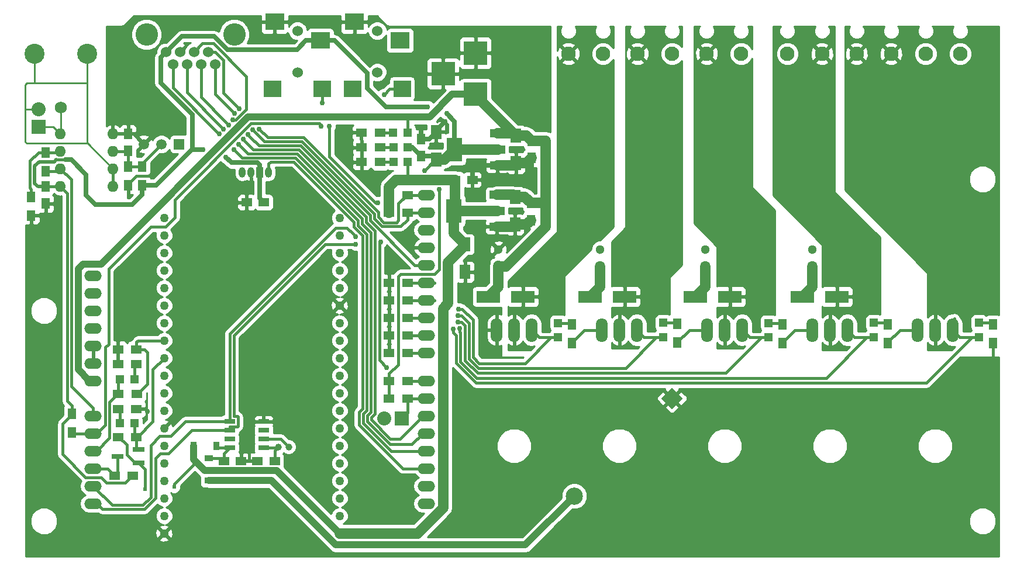
<source format=gbr>
G04 #@! TF.FileFunction,Copper,L1,Top,Signal*
%FSLAX46Y46*%
G04 Gerber Fmt 4.6, Leading zero omitted, Abs format (unit mm)*
G04 Created by KiCad (PCBNEW 4.0.2+dfsg1-stable) date Mon 20 Aug 2018 04:08:08 PM EDT*
%MOMM*%
G01*
G04 APERTURE LIST*
%ADD10C,0.100000*%
%ADD11O,2.540000X1.524000*%
%ADD12R,1.500000X1.250000*%
%ADD13R,1.250000X1.500000*%
%ADD14C,3.251200*%
%ADD15C,1.524000*%
%ADD16C,1.750000*%
%ADD17C,2.900000*%
%ADD18R,1.198880X1.198880*%
%ADD19R,1.500000X1.300000*%
%ADD20C,1.520000*%
%ADD21R,1.520000X1.520000*%
%ADD22R,1.300000X1.500000*%
%ADD23O,1.600000X1.600000*%
%ADD24R,3.500120X3.500120*%
%ADD25C,2.100000*%
%ADD26C,1.300000*%
%ADD27R,1.300000X1.300000*%
%ADD28O,1.699260X3.500120*%
%ADD29R,2.200000X1.200000*%
%ADD30R,2.200000X3.500000*%
%ADD31C,1.000760*%
%ADD32O,1.000000X1.500000*%
%ADD33R,1.000000X1.500000*%
%ADD34R,1.600000X0.700000*%
%ADD35R,1.800860X0.800100*%
%ADD36R,3.500120X1.800860*%
%ADD37R,2.032000X2.032000*%
%ADD38O,2.032000X2.032000*%
%ADD39R,0.910000X1.220000*%
%ADD40R,1.220000X0.910000*%
%ADD41C,2.500000*%
%ADD42R,2.800000X2.400000*%
%ADD43R,2.500000X2.400000*%
%ADD44C,1.270000*%
%ADD45R,1.600000X2.000000*%
%ADD46C,0.762000*%
%ADD47C,0.609600*%
%ADD48C,0.381000*%
%ADD49C,0.635000*%
%ADD50C,1.524000*%
%ADD51C,0.508000*%
%ADD52C,1.016000*%
%ADD53C,0.250000*%
%ADD54C,0.254000*%
G04 APERTURE END LIST*
D10*
D11*
X31496000Y-119888000D03*
X31496000Y-117348000D03*
X31496000Y-114808000D03*
X31496000Y-107188000D03*
X31496000Y-109728000D03*
X31496000Y-112268000D03*
X31496000Y-102108000D03*
X31496000Y-99568000D03*
X31496000Y-97028000D03*
X31496000Y-91948000D03*
X31496000Y-89408000D03*
X79756000Y-119888000D03*
X79756000Y-117348000D03*
X79756000Y-114808000D03*
X79756000Y-112268000D03*
X79756000Y-109728000D03*
X79756000Y-107188000D03*
X79756000Y-104648000D03*
X79756000Y-102108000D03*
X79756000Y-98044000D03*
X79756000Y-95504000D03*
X79756000Y-92964000D03*
X79756000Y-90424000D03*
X79756000Y-87884000D03*
X79756000Y-85344000D03*
X79756000Y-82804000D03*
X79756000Y-80264000D03*
X31496000Y-94488000D03*
X79756000Y-77724000D03*
X79756000Y-75184000D03*
X31496000Y-86868000D03*
D12*
X83916200Y-72974200D03*
X86416200Y-72974200D03*
D13*
X94996000Y-67330000D03*
X94996000Y-69830000D03*
D14*
X51943000Y-51943000D03*
X39243000Y-51943000D03*
D15*
X48133000Y-54483000D03*
X46101000Y-54483000D03*
X44069000Y-54483000D03*
X42037000Y-54483000D03*
X49149000Y-56261000D03*
X47117000Y-56261000D03*
X45085000Y-56261000D03*
X43053000Y-56261000D03*
D16*
X26822400Y-62486200D03*
D17*
X30622400Y-54686200D03*
X23022400Y-54686200D03*
D18*
X35399980Y-101854000D03*
X37498020Y-101854000D03*
D19*
X37799000Y-99695000D03*
X35099000Y-99695000D03*
D18*
X37498020Y-108204000D03*
X35399980Y-108204000D03*
D19*
X35099000Y-106172000D03*
X37799000Y-106172000D03*
D20*
X41402000Y-67818000D03*
X38862000Y-67818000D03*
D21*
X43942000Y-67818000D03*
D13*
X36576000Y-68814000D03*
X36576000Y-66314000D03*
D22*
X36576000Y-71040000D03*
X36576000Y-73740000D03*
X38608000Y-73740000D03*
X38608000Y-71040000D03*
D23*
X34366200Y-73914000D03*
X34366200Y-71374000D03*
X34366200Y-68834000D03*
X34366200Y-66294000D03*
X26746200Y-66294000D03*
X26746200Y-68834000D03*
X26746200Y-71374000D03*
X26746200Y-73914000D03*
D24*
X86868000Y-60609480D03*
X86868000Y-54610000D03*
X82169000Y-57609740D03*
D25*
X157033000Y-54737000D03*
X152033000Y-54737000D03*
X147033000Y-54737000D03*
X142033000Y-54737000D03*
X137033000Y-54737000D03*
X132033000Y-54737000D03*
X125330000Y-54735000D03*
X120330000Y-54735000D03*
X115330000Y-54735000D03*
X110330000Y-54735000D03*
X105330000Y-54735000D03*
X100330000Y-54735000D03*
D26*
X120142000Y-83058000D03*
D27*
X120142000Y-85558000D03*
D26*
X104902000Y-83058000D03*
D27*
X104902000Y-85558000D03*
D26*
X90170000Y-83058000D03*
D27*
X90170000Y-85558000D03*
D28*
X153416000Y-94742000D03*
X155956000Y-94742000D03*
X150876000Y-94742000D03*
X122936000Y-94742000D03*
X125476000Y-94742000D03*
X120396000Y-94742000D03*
X107696000Y-94742000D03*
X110236000Y-94742000D03*
X105156000Y-94742000D03*
X92456000Y-94742000D03*
X94996000Y-94742000D03*
X89916000Y-94742000D03*
D26*
X135636000Y-83058000D03*
D27*
X135636000Y-85558000D03*
D28*
X138176000Y-94742000D03*
X140716000Y-94742000D03*
X135636000Y-94742000D03*
D18*
X77049898Y-66144910D03*
X74951858Y-66144910D03*
X77075298Y-68303910D03*
X74977258Y-68303910D03*
X77075298Y-70412110D03*
X74977258Y-70412110D03*
X159766000Y-95791020D03*
X159766000Y-93692980D03*
X129286000Y-95824040D03*
X129286000Y-93726000D03*
X114046000Y-95791020D03*
X114046000Y-93692980D03*
X98806000Y-95824040D03*
X98806000Y-93726000D03*
X144526000Y-95791020D03*
X144526000Y-93692980D03*
D19*
X73032878Y-66144910D03*
X70332878Y-66144910D03*
X73058278Y-68303910D03*
X70358278Y-68303910D03*
X73058278Y-70412110D03*
X70358278Y-70412110D03*
D22*
X161798000Y-93900000D03*
X161798000Y-96600000D03*
X131318000Y-93916500D03*
X131318000Y-96616500D03*
X116078000Y-93878400D03*
X116078000Y-96578400D03*
X100838000Y-93916500D03*
X100838000Y-96616500D03*
X146558000Y-93900000D03*
X146558000Y-96600000D03*
D29*
X89968000Y-75170000D03*
X89968000Y-77470000D03*
X89968000Y-79770000D03*
D30*
X83768000Y-77470000D03*
D31*
X58318400Y-111683800D03*
X59817000Y-111683800D03*
D32*
X56896000Y-71882000D03*
D33*
X55626000Y-71882000D03*
D32*
X54356000Y-71882000D03*
X53086000Y-71882000D03*
D12*
X57790400Y-113715800D03*
X55290400Y-113715800D03*
D34*
X56211400Y-109270800D03*
X56211400Y-110540800D03*
X56211400Y-108000800D03*
X56211400Y-111810800D03*
X51281400Y-108000800D03*
X51281400Y-109270800D03*
X51281400Y-110540800D03*
X51281400Y-111810800D03*
D13*
X24638000Y-73934000D03*
X24638000Y-76434000D03*
D12*
X52944400Y-113715800D03*
X50444400Y-113715800D03*
X53741000Y-76263500D03*
X56241000Y-76263500D03*
D13*
X94869000Y-76347000D03*
X94869000Y-78847000D03*
D19*
X37799000Y-110236000D03*
X35099000Y-110236000D03*
X37291000Y-115824000D03*
X34591000Y-115824000D03*
X37846000Y-104013000D03*
X35146000Y-104013000D03*
X35099000Y-97536000D03*
X37799000Y-97536000D03*
D22*
X24638000Y-69008000D03*
X24638000Y-71708000D03*
X22555200Y-78159600D03*
X22555200Y-75459600D03*
D19*
X77042000Y-75184000D03*
X74342000Y-75184000D03*
X77042000Y-77724000D03*
X74342000Y-77724000D03*
D22*
X28448000Y-109554000D03*
X28448000Y-106854000D03*
D19*
X74342000Y-95504000D03*
X77042000Y-95504000D03*
X74342000Y-92964000D03*
X77042000Y-92964000D03*
X74342000Y-90424000D03*
X77042000Y-90424000D03*
X74342000Y-87884000D03*
X77042000Y-87884000D03*
X77042000Y-102108000D03*
X74342000Y-102108000D03*
X77042000Y-104648000D03*
X74342000Y-104648000D03*
X74342000Y-98044000D03*
X77042000Y-98044000D03*
D35*
X38077140Y-113980000D03*
X38077140Y-112080000D03*
X35074860Y-113030000D03*
D36*
X134193280Y-89916000D03*
X139192000Y-89916000D03*
X118699280Y-89916000D03*
X123698000Y-89916000D03*
X103459280Y-89916000D03*
X108458000Y-89916000D03*
X88727280Y-89916000D03*
X93726000Y-89916000D03*
D37*
X23622000Y-65278000D03*
D38*
X23622000Y-62738000D03*
D39*
X49361600Y-111506000D03*
X46091600Y-111506000D03*
D40*
X48234600Y-113300000D03*
X48234600Y-116570000D03*
D10*
G36*
X115316000Y-103113578D02*
X116850422Y-104648000D01*
X115316000Y-106182422D01*
X113781578Y-104648000D01*
X115316000Y-103113578D01*
X115316000Y-103113578D01*
G37*
D41*
X101173864Y-118790136D03*
D13*
X78994000Y-69576000D03*
X78994000Y-67076000D03*
D15*
X72644000Y-51404000D03*
X72644000Y-57404000D03*
D42*
X69344000Y-50104000D03*
X75944000Y-52804000D03*
D43*
X76244000Y-59804000D03*
X69044000Y-59804000D03*
D15*
X61087000Y-51404000D03*
X61087000Y-57404000D03*
D42*
X57787000Y-50104000D03*
X64387000Y-52804000D03*
D43*
X64687000Y-59804000D03*
X57487000Y-59804000D03*
D29*
X90043000Y-66280000D03*
X90043000Y-68580000D03*
X90043000Y-70880000D03*
D30*
X83843000Y-68580000D03*
D44*
X67183000Y-124206000D03*
X67183000Y-121666000D03*
X67183000Y-119126000D03*
X67183000Y-116586000D03*
X67183000Y-114046000D03*
X67183000Y-111506000D03*
X67183000Y-108966000D03*
X67183000Y-106426000D03*
X67183000Y-103886000D03*
X67183000Y-101346000D03*
X67183000Y-98806000D03*
X67183000Y-96266000D03*
X67183000Y-93726000D03*
X67183000Y-91186000D03*
X67183000Y-88646000D03*
X67183000Y-86106000D03*
X67183000Y-81026000D03*
X67183000Y-83566000D03*
X67183000Y-78486000D03*
X41783000Y-103886000D03*
X41783000Y-98806000D03*
X41783000Y-106426000D03*
X41783000Y-93726000D03*
X41783000Y-101346000D03*
X41783000Y-96266000D03*
X41783000Y-88646000D03*
X41783000Y-81026000D03*
X41783000Y-91186000D03*
X41783000Y-86106000D03*
X41783000Y-78486000D03*
X41783000Y-83566000D03*
X41783000Y-116586000D03*
X41783000Y-114046000D03*
X41783000Y-119126000D03*
X41783000Y-121666000D03*
X41783000Y-124206000D03*
X41783000Y-108966000D03*
X41783000Y-111506000D03*
D45*
X92583000Y-75470000D03*
X92583000Y-79470000D03*
X92710000Y-66580000D03*
X92710000Y-70580000D03*
X85344000Y-82328000D03*
X85344000Y-86328000D03*
X81153000Y-70072000D03*
X81153000Y-66072000D03*
D37*
X76200000Y-107569000D03*
D38*
X73660000Y-107569000D03*
D46*
X82423000Y-64516000D03*
X78994000Y-65405000D03*
X74168000Y-86106000D03*
X35052000Y-96012000D03*
X68554600Y-68275200D03*
X88149400Y-70880000D03*
X86416200Y-71633400D03*
X39370000Y-106553000D03*
X39990450Y-72322657D03*
X54127400Y-112344200D03*
X57759600Y-108000800D03*
X47447200Y-68630800D03*
X50723800Y-69697600D03*
X79923276Y-62397276D03*
X82677000Y-63373000D03*
X81581773Y-74342542D03*
X79476600Y-71628000D03*
X73126600Y-81965800D03*
X72694800Y-76327000D03*
X65684400Y-65252600D03*
X73634600Y-60629800D03*
X74015600Y-100177600D03*
X64516000Y-65252600D03*
X64687000Y-61805000D03*
D47*
X43230800Y-117500400D03*
X39014400Y-117779800D03*
D46*
X83617729Y-94567277D03*
X84289340Y-93603342D03*
X84308330Y-92641517D03*
X84407218Y-91684601D03*
X84578743Y-94523471D03*
X69488666Y-82335840D03*
X55575200Y-65608200D03*
X52677165Y-62678698D03*
X53211540Y-67108262D03*
X51128059Y-65033576D03*
X49740254Y-66364796D03*
X51866800Y-68580000D03*
X52552258Y-67808844D03*
X50413048Y-65677180D03*
X69529795Y-81203617D03*
X54584600Y-65760600D03*
X51971460Y-63361078D03*
X53891266Y-66427499D03*
X51765200Y-64312800D03*
D48*
X38608000Y-71040000D02*
X38608000Y-70612000D01*
X38608000Y-70612000D02*
X40642001Y-68577999D01*
X40642001Y-68577999D02*
X41402000Y-67818000D01*
X36576000Y-71040000D02*
X38608000Y-71040000D01*
X36576000Y-68814000D02*
X36576000Y-71040000D01*
X34366200Y-68834000D02*
X36556000Y-68834000D01*
X36556000Y-68834000D02*
X36576000Y-68814000D01*
D49*
X81153000Y-66072000D02*
X81153000Y-65786000D01*
X81153000Y-65786000D02*
X82423000Y-64516000D01*
X78994000Y-67076000D02*
X78994000Y-65405000D01*
X78994000Y-67076000D02*
X80149000Y-67076000D01*
X80149000Y-67076000D02*
X81153000Y-66072000D01*
D48*
X74342000Y-87884000D02*
X74342000Y-86280000D01*
X74342000Y-86280000D02*
X74168000Y-86106000D01*
X35099000Y-97536000D02*
X35099000Y-96059000D01*
X35099000Y-96059000D02*
X35052000Y-96012000D01*
X70358278Y-68303910D02*
X68583310Y-68303910D01*
X68583310Y-68303910D02*
X68554600Y-68275200D01*
D49*
X86416200Y-72974200D02*
X86416200Y-71633400D01*
X86416200Y-71633400D02*
X86410800Y-71628000D01*
X90043000Y-70880000D02*
X88149400Y-70880000D01*
X88149400Y-70880000D02*
X88138000Y-70891400D01*
D48*
X70358278Y-68303910D02*
X70358278Y-70412110D01*
X70332878Y-66144910D02*
X70332878Y-68278510D01*
X70332878Y-68278510D02*
X70358278Y-68303910D01*
X37799000Y-106172000D02*
X38989000Y-106172000D01*
X38989000Y-106172000D02*
X39370000Y-106553000D01*
X35099000Y-97536000D02*
X35099000Y-99695000D01*
D50*
X92710000Y-70580000D02*
X94246000Y-70580000D01*
X94246000Y-70580000D02*
X94996000Y-69830000D01*
X90043000Y-70880000D02*
X92410000Y-70880000D01*
X92410000Y-70880000D02*
X92710000Y-70580000D01*
X92583000Y-79470000D02*
X94246000Y-79470000D01*
X94246000Y-79470000D02*
X94869000Y-78847000D01*
X89968000Y-79770000D02*
X92283000Y-79770000D01*
X92283000Y-79770000D02*
X92583000Y-79470000D01*
D48*
X36576000Y-73740000D02*
X36576000Y-73640000D01*
X36576000Y-73640000D02*
X37783221Y-72432779D01*
X37783221Y-72432779D02*
X39547459Y-72432779D01*
X39547459Y-72432779D02*
X39657581Y-72322657D01*
X39657581Y-72322657D02*
X39990450Y-72322657D01*
X56211400Y-108000800D02*
X57759600Y-108000800D01*
X54127400Y-113715800D02*
X54127400Y-112344200D01*
X54127400Y-113715800D02*
X55290400Y-113715800D01*
X52944400Y-113715800D02*
X54127400Y-113715800D01*
X161798000Y-97731000D02*
X161798000Y-99568000D01*
X161798000Y-96600000D02*
X161798000Y-97731000D01*
X36576000Y-66314000D02*
X37358000Y-66314000D01*
X37358000Y-66314000D02*
X38862000Y-67818000D01*
X34366200Y-66294000D02*
X36556000Y-66294000D01*
X36556000Y-66294000D02*
X36576000Y-66314000D01*
X150876000Y-94742000D02*
X148316000Y-94742000D01*
X148316000Y-94742000D02*
X146558000Y-96500000D01*
X146558000Y-96500000D02*
X146558000Y-96600000D01*
X135636000Y-94742000D02*
X133092500Y-94742000D01*
X133092500Y-94742000D02*
X131318000Y-96516500D01*
X131318000Y-96516500D02*
X131318000Y-96616500D01*
X120396000Y-94742000D02*
X117814400Y-94742000D01*
X117814400Y-94742000D02*
X116078000Y-96478400D01*
X116078000Y-96478400D02*
X116078000Y-96578400D01*
X105156000Y-94742000D02*
X102612500Y-94742000D01*
X102612500Y-94742000D02*
X100838000Y-96516500D01*
X100838000Y-96516500D02*
X100838000Y-96616500D01*
D49*
X83843000Y-68580000D02*
X83843000Y-64539000D01*
X83843000Y-64539000D02*
X82677000Y-63373000D01*
X78994000Y-69576000D02*
X80657000Y-69576000D01*
X80657000Y-69576000D02*
X81153000Y-70072000D01*
X77075298Y-68303910D02*
X77721910Y-68303910D01*
X77721910Y-68303910D02*
X78994000Y-69576000D01*
D48*
X81581773Y-85935928D02*
X81581773Y-74881357D01*
X81581773Y-74881357D02*
X81581773Y-74342542D01*
X76052878Y-86608722D02*
X80908979Y-86608722D01*
X74342000Y-101077000D02*
X75666600Y-99752400D01*
X75666600Y-99752400D02*
X75666600Y-86995000D01*
X80908979Y-86608722D02*
X81581773Y-85935928D01*
X74342000Y-102108000D02*
X74342000Y-101077000D01*
X75666600Y-86995000D02*
X76052878Y-86608722D01*
X81153000Y-70072000D02*
X81032600Y-70072000D01*
X81032600Y-70072000D02*
X79476600Y-71628000D01*
D49*
X55626000Y-71882000D02*
X55626000Y-70825565D01*
X55626000Y-70825565D02*
X55304693Y-70504258D01*
X51530458Y-70504258D02*
X50723800Y-69697600D01*
X55304693Y-70504258D02*
X51530458Y-70504258D01*
X47447200Y-68630800D02*
X45972563Y-68630800D01*
X45972563Y-68630800D02*
X45847000Y-68505237D01*
X56241000Y-76263500D02*
X55626000Y-75648500D01*
X55626000Y-75648500D02*
X55626000Y-71882000D01*
X79923276Y-62397276D02*
X73873516Y-62397276D01*
X73873516Y-62397276D02*
X71170800Y-59694560D01*
X71170800Y-59694560D02*
X71170800Y-57552800D01*
X71170800Y-57552800D02*
X66422000Y-52804000D01*
X66422000Y-52804000D02*
X64387000Y-52804000D01*
D48*
X81153000Y-69872000D02*
X81153000Y-70072000D01*
D49*
X42037000Y-54483000D02*
X41275001Y-55244999D01*
X41275001Y-55244999D02*
X41275001Y-58967254D01*
X40612237Y-73740000D02*
X38608000Y-73740000D01*
X41275001Y-58967254D02*
X45847000Y-63539253D01*
X45847000Y-63539253D02*
X45847000Y-68505237D01*
X45847000Y-68505237D02*
X40612237Y-73740000D01*
X38608000Y-73740000D02*
X38608000Y-75125000D01*
X38608000Y-75125000D02*
X37173109Y-76559891D01*
X37173109Y-76559891D02*
X31830491Y-76559891D01*
X31830491Y-76559891D02*
X30505400Y-75234800D01*
X30505400Y-75234800D02*
X30505400Y-72263000D01*
X30505400Y-72263000D02*
X28321000Y-70078600D01*
X28321000Y-70078600D02*
X27482800Y-70078600D01*
D48*
X27482800Y-70078600D02*
X26185678Y-70078600D01*
X26185678Y-70078600D02*
X26176277Y-70088001D01*
D51*
X23723600Y-70358000D02*
X25906278Y-70358000D01*
X25906278Y-70358000D02*
X26176277Y-70088001D01*
X23063200Y-71018400D02*
X23723600Y-70358000D01*
X23063200Y-73492200D02*
X23063200Y-71018400D01*
X24638000Y-73934000D02*
X23505000Y-73934000D01*
X23505000Y-73934000D02*
X23063200Y-73492200D01*
D48*
X28448000Y-106854000D02*
X28448000Y-105723000D01*
X28448000Y-105723000D02*
X27753103Y-105028103D01*
X27753103Y-105028103D02*
X27753103Y-74920903D01*
X27753103Y-74920903D02*
X26746200Y-73914000D01*
X37291000Y-115824000D02*
X37191000Y-115824000D01*
X37191000Y-115824000D02*
X36150499Y-116864501D01*
X36150499Y-116864501D02*
X33450901Y-116864501D01*
X33450901Y-116864501D02*
X32664400Y-116078000D01*
X32664400Y-116078000D02*
X30425724Y-116078000D01*
X30425724Y-116078000D02*
X27091316Y-112743592D01*
X27091316Y-112743592D02*
X27091316Y-108310684D01*
X27091316Y-108310684D02*
X28448000Y-106954000D01*
X28448000Y-106954000D02*
X28448000Y-106854000D01*
D49*
X49025210Y-52197000D02*
X44323000Y-52197000D01*
X44323000Y-52197000D02*
X42037000Y-54483000D01*
X61028600Y-54127400D02*
X50955610Y-54127400D01*
X50955610Y-54127400D02*
X49025210Y-52197000D01*
X64387000Y-52804000D02*
X62352000Y-52804000D01*
X62352000Y-52804000D02*
X61028600Y-54127400D01*
D48*
X74342000Y-102108000D02*
X74342000Y-104648000D01*
X38608000Y-73840000D02*
X38608000Y-73740000D01*
D50*
X81153000Y-70072000D02*
X82351000Y-70072000D01*
X82351000Y-70072000D02*
X83843000Y-68580000D01*
X83843000Y-68580000D02*
X90043000Y-68580000D01*
D48*
X26746200Y-73914000D02*
X26746200Y-73941808D01*
X26746200Y-73941808D02*
X27193551Y-74389159D01*
X24638000Y-73914000D02*
X26746200Y-73914000D01*
D50*
X86868000Y-60609480D02*
X86868000Y-60738000D01*
X86868000Y-60738000D02*
X92710000Y-66580000D01*
D52*
X80225060Y-63895908D02*
X83511488Y-60609480D01*
X83511488Y-60609480D02*
X86868000Y-60609480D01*
X53947078Y-63895908D02*
X77089000Y-63895908D01*
X77089000Y-63895908D02*
X80225060Y-63895908D01*
D48*
X77049898Y-66144910D02*
X77049898Y-63935010D01*
X77049898Y-63935010D02*
X77089000Y-63895908D01*
D52*
X31496000Y-102108000D02*
X30988000Y-102108000D01*
X29339933Y-100459933D02*
X29339933Y-85843358D01*
X30988000Y-102108000D02*
X29339933Y-100459933D01*
X29339933Y-85843358D02*
X30013593Y-85169698D01*
X32673288Y-85169698D02*
X53947078Y-63895908D01*
X30013593Y-85169698D02*
X32673288Y-85169698D01*
X31496000Y-102108000D02*
X32004000Y-102108000D01*
D50*
X31902118Y-102108000D02*
X31496000Y-102108000D01*
X94996000Y-67330000D02*
X97008000Y-67330000D01*
X97008000Y-67330000D02*
X97028000Y-67310000D01*
X92710000Y-66580000D02*
X94246000Y-66580000D01*
X94246000Y-66580000D02*
X94996000Y-67330000D01*
X90043000Y-66280000D02*
X92410000Y-66280000D01*
X92410000Y-66280000D02*
X92710000Y-66580000D01*
X97028000Y-67310000D02*
X97028000Y-76327000D01*
X97028000Y-76327000D02*
X97028000Y-79807484D01*
X94869000Y-76347000D02*
X97018000Y-76347000D01*
X97018000Y-76347000D02*
X97028000Y-76337000D01*
X97028000Y-76337000D02*
X97028000Y-76327000D01*
X92583000Y-75470000D02*
X93992000Y-75470000D01*
X93992000Y-75470000D02*
X94869000Y-76347000D01*
X89968000Y-75170000D02*
X92283000Y-75170000D01*
X92283000Y-75170000D02*
X92583000Y-75470000D01*
X97028000Y-79807484D02*
X91277484Y-85558000D01*
X91277484Y-85558000D02*
X90170000Y-85558000D01*
X90170000Y-85443762D02*
X90170000Y-85558000D01*
X120142000Y-85558000D02*
X120142000Y-88473280D01*
X120142000Y-88473280D02*
X118699280Y-89916000D01*
X135636000Y-85558000D02*
X135636000Y-88473280D01*
X135636000Y-88473280D02*
X134193280Y-89916000D01*
X104902000Y-85558000D02*
X104902000Y-88473280D01*
X104902000Y-88473280D02*
X103459280Y-89916000D01*
X90170000Y-85558000D02*
X90170000Y-88473280D01*
X90170000Y-88473280D02*
X88727280Y-89916000D01*
D48*
X65684400Y-65252600D02*
X65682594Y-65254406D01*
X65682594Y-65254406D02*
X65682594Y-69590373D01*
X65682594Y-69590373D02*
X72419221Y-76327000D01*
X72419221Y-76327000D02*
X72694800Y-76327000D01*
X74015600Y-100177600D02*
X72940039Y-99102039D01*
X72940039Y-99102039D02*
X72940039Y-82127066D01*
X72940039Y-82127066D02*
X73101305Y-81965800D01*
X73101305Y-81965800D02*
X73126600Y-81965800D01*
X76244000Y-59804000D02*
X74460400Y-59804000D01*
X74460400Y-59804000D02*
X73634600Y-60629800D01*
X77042000Y-102108000D02*
X79756000Y-102108000D01*
X64516000Y-65252600D02*
X64516000Y-65091858D01*
X64516000Y-65091858D02*
X64260841Y-64836699D01*
X32004000Y-109728000D02*
X33274000Y-108458000D01*
X31496000Y-109728000D02*
X32004000Y-109728000D01*
X41966290Y-79801310D02*
X43340832Y-78426768D01*
X54386625Y-64836699D02*
X64260841Y-64836699D01*
X33274000Y-108458000D02*
X33274000Y-97258098D01*
X33756600Y-96775498D02*
X33756600Y-85902486D01*
X33274000Y-97258098D02*
X33756600Y-96775498D01*
X33756600Y-85902486D02*
X39857776Y-79801310D01*
X39857776Y-79801310D02*
X41966290Y-79801310D01*
X43340832Y-75882492D02*
X54386625Y-64836699D01*
X43340832Y-78426768D02*
X43340832Y-75882492D01*
X64687000Y-59804000D02*
X64687000Y-61805000D01*
X64687000Y-60648400D02*
X64687000Y-59804000D01*
X31496000Y-109728000D02*
X28622000Y-109728000D01*
X28622000Y-109728000D02*
X28448000Y-109554000D01*
D50*
X76962000Y-72974200D02*
X81060701Y-72974200D01*
X81060701Y-72974200D02*
X83916200Y-72974200D01*
X67183000Y-124206000D02*
X78460600Y-124206000D01*
X78460600Y-124206000D02*
X82192913Y-120473687D01*
X82192913Y-120473687D02*
X82192913Y-91616643D01*
X82192913Y-91616643D02*
X82909272Y-90900284D01*
X82909272Y-90900284D02*
X82909272Y-84962728D01*
X82909272Y-84962728D02*
X85344000Y-82528000D01*
X85344000Y-82528000D02*
X85344000Y-82328000D01*
X75900714Y-72974200D02*
X76962000Y-72974200D01*
D48*
X77075298Y-70412110D02*
X77075298Y-72860902D01*
X77075298Y-72860902D02*
X76962000Y-72974200D01*
X43230800Y-117500400D02*
X43230800Y-117069348D01*
X43230800Y-117069348D02*
X46091600Y-114208548D01*
X46091600Y-114208548D02*
X46091600Y-113496402D01*
X38077140Y-113980000D02*
X39014400Y-114917260D01*
X39014400Y-114917260D02*
X39014400Y-117779800D01*
X38077140Y-113980000D02*
X38415000Y-113980000D01*
D52*
X46091600Y-111506000D02*
X46091600Y-113496402D01*
X46091600Y-113496402D02*
X47689428Y-115094230D01*
X47689428Y-115094230D02*
X58071230Y-115094230D01*
X58071230Y-115094230D02*
X66548001Y-123571001D01*
X66548001Y-123571001D02*
X67183000Y-124206000D01*
D48*
X35099000Y-110236000D02*
X35199000Y-110236000D01*
X35199000Y-110236000D02*
X36365791Y-111402791D01*
X36365791Y-111402791D02*
X36365791Y-112769031D01*
X36365791Y-112769031D02*
X37576760Y-113980000D01*
X37576760Y-113980000D02*
X38077140Y-113980000D01*
D50*
X74342000Y-75184000D02*
X74342000Y-74010948D01*
X74342000Y-74010948D02*
X75378748Y-72974200D01*
X75378748Y-72974200D02*
X75900714Y-72974200D01*
X74342000Y-75184000D02*
X74342000Y-77724000D01*
X83768000Y-77470000D02*
X83768000Y-80752000D01*
X83768000Y-80752000D02*
X85344000Y-82328000D01*
X89968000Y-77470000D02*
X83768000Y-77470000D01*
X83907000Y-73025000D02*
X83907000Y-77331000D01*
X83907000Y-77331000D02*
X83768000Y-77470000D01*
D48*
X159766000Y-95791020D02*
X158785560Y-95791020D01*
X84085758Y-95574121D02*
X83617729Y-95106092D01*
X83617729Y-95106092D02*
X83617729Y-94567277D01*
X158785560Y-95791020D02*
X152167655Y-102408925D01*
X152167655Y-102408925D02*
X86941380Y-102408925D01*
X86941380Y-102408925D02*
X84085758Y-99553303D01*
X84085758Y-99553303D02*
X84085758Y-95574121D01*
X77042000Y-95504000D02*
X79756000Y-95504000D01*
X79756000Y-95504000D02*
X80493448Y-95504000D01*
X159766000Y-95791020D02*
X157005020Y-95791020D01*
X157005020Y-95791020D02*
X155956000Y-94742000D01*
X156210000Y-93074043D02*
X155956000Y-93328043D01*
X155956000Y-93328043D02*
X155956000Y-94742000D01*
X84828155Y-93603342D02*
X84289340Y-93603342D01*
X128305560Y-95824040D02*
X123139200Y-100990400D01*
X129286000Y-95824040D02*
X128305560Y-95824040D01*
X85350263Y-99174466D02*
X85350263Y-94125450D01*
X123139200Y-100990400D02*
X87166199Y-100990400D01*
X87166199Y-100990400D02*
X85350263Y-99174466D01*
X85350263Y-94125450D02*
X84828155Y-93603342D01*
X77042000Y-92964000D02*
X79756000Y-92964000D01*
X79756000Y-92964000D02*
X80640949Y-92964000D01*
X129286000Y-95824040D02*
X126558040Y-95824040D01*
X126558040Y-95824040D02*
X125476000Y-94742000D01*
X22555200Y-75459600D02*
X22555200Y-74328600D01*
X22555200Y-74328600D02*
X22352000Y-74125400D01*
X22352000Y-74125400D02*
X22352000Y-70263000D01*
X24638000Y-69008000D02*
X23607000Y-69008000D01*
X23607000Y-69008000D02*
X22352000Y-70263000D01*
X24638000Y-69008000D02*
X24638000Y-69108000D01*
X24638000Y-69008000D02*
X26572200Y-69008000D01*
X26572200Y-69008000D02*
X26746200Y-68834000D01*
X28334114Y-102883114D02*
X31496000Y-106045000D01*
X28334114Y-72961914D02*
X28334114Y-102883114D01*
X26746200Y-71374000D02*
X28334114Y-72961914D01*
X31496000Y-106045000D02*
X31496000Y-107188000D01*
X24638000Y-71708000D02*
X26412200Y-71708000D01*
X26412200Y-71708000D02*
X26746200Y-71374000D01*
X85931274Y-93725646D02*
X84847145Y-92641517D01*
X87251271Y-100253800D02*
X85931274Y-98933804D01*
X113065560Y-95791020D02*
X108602780Y-100253800D01*
X114046000Y-95791020D02*
X113065560Y-95791020D01*
X84847145Y-92641517D02*
X84308330Y-92641517D01*
X108602780Y-100253800D02*
X87251271Y-100253800D01*
X85931274Y-98933804D02*
X85931274Y-93725646D01*
X77042000Y-90424000D02*
X79756000Y-90424000D01*
X80919028Y-90424000D02*
X79756000Y-90424000D01*
X114046000Y-95791020D02*
X111285020Y-95791020D01*
X111285020Y-95791020D02*
X110236000Y-94742000D01*
X86512285Y-93250853D02*
X84946033Y-91684601D01*
X84946033Y-91684601D02*
X84407218Y-91684601D01*
X87412543Y-99593400D02*
X86512285Y-98693142D01*
X98806000Y-95824040D02*
X97825560Y-95824040D01*
X97825560Y-95824040D02*
X94056200Y-99593400D01*
X94056200Y-99593400D02*
X87412543Y-99593400D01*
X86512285Y-98693142D02*
X86512285Y-93250853D01*
X77042000Y-87884000D02*
X79756000Y-87884000D01*
X80930970Y-87884000D02*
X79756000Y-87884000D01*
X98806000Y-95824040D02*
X96078040Y-95824040D01*
X96078040Y-95824040D02*
X94996000Y-94742000D01*
X77042000Y-104648000D02*
X77042000Y-106727000D01*
X77042000Y-106727000D02*
X76200000Y-107569000D01*
X77042000Y-104648000D02*
X79756000Y-104648000D01*
X80264000Y-104648000D02*
X79756000Y-104648000D01*
D53*
X23022400Y-58953400D02*
X21943531Y-58953400D01*
X21943531Y-58953400D02*
X21685910Y-59211021D01*
X21685910Y-59211021D02*
X21685910Y-62721040D01*
X21685910Y-62721040D02*
X21708318Y-62743448D01*
X21708318Y-62743448D02*
X21713766Y-62738000D01*
X21713766Y-62738000D02*
X23622000Y-62738000D01*
X21685910Y-62469989D02*
X21685910Y-67470701D01*
X21685910Y-67470701D02*
X21910186Y-67694977D01*
X21910186Y-67694977D02*
X30687177Y-67694977D01*
X23022400Y-58953400D02*
X23027158Y-58958158D01*
X23027158Y-58958158D02*
X30540958Y-58958158D01*
X30540958Y-58958158D02*
X30622400Y-59039600D01*
D48*
X34366200Y-73914000D02*
X34366200Y-71374000D01*
D53*
X30622400Y-59039600D02*
X30622400Y-67630200D01*
X30622400Y-67630200D02*
X30701199Y-67708999D01*
X34366200Y-71374000D02*
X30701199Y-67708999D01*
X30622400Y-59039600D02*
X30622400Y-54686200D01*
D54*
X23022400Y-54686200D02*
X23022400Y-58953400D01*
D48*
X84578743Y-95062286D02*
X84578743Y-94523471D01*
X84666769Y-95150312D02*
X84578743Y-95062286D01*
X137660380Y-101676200D02*
X87030327Y-101676200D01*
X87030327Y-101676200D02*
X84666769Y-99312642D01*
X143545560Y-95791020D02*
X137660380Y-101676200D01*
X144526000Y-95791020D02*
X143545560Y-95791020D01*
X84666769Y-99312642D02*
X84666769Y-95150312D01*
X77042000Y-98044000D02*
X79756000Y-98044000D01*
X144526000Y-95791020D02*
X141765020Y-95791020D01*
X141765020Y-95791020D02*
X140716000Y-94742000D01*
X35074860Y-113030000D02*
X35074860Y-115340140D01*
X35074860Y-115340140D02*
X34591000Y-115824000D01*
X31496000Y-114808000D02*
X33575000Y-114808000D01*
X33575000Y-114808000D02*
X34591000Y-115824000D01*
X35074860Y-115799860D02*
X35099000Y-115824000D01*
X31496000Y-112268000D02*
X32004000Y-112268000D01*
X32004000Y-112268000D02*
X33881434Y-110390566D01*
X33881434Y-110390566D02*
X33881434Y-105177566D01*
X33881434Y-105177566D02*
X35046000Y-104013000D01*
X35046000Y-104013000D02*
X35146000Y-104013000D01*
X35146000Y-104013000D02*
X35146000Y-102107980D01*
X35146000Y-102107980D02*
X35399980Y-101854000D01*
X37498020Y-101854000D02*
X37498020Y-99995980D01*
X37498020Y-99995980D02*
X37799000Y-99695000D01*
X73032878Y-66144910D02*
X74951858Y-66144910D01*
X73058278Y-68303910D02*
X74977258Y-68303910D01*
X73058278Y-70412110D02*
X74977258Y-70412110D01*
X37799000Y-110236000D02*
X37899000Y-110236000D01*
X40141502Y-106182678D02*
X40132000Y-106173176D01*
X37899000Y-110236000D02*
X40141502Y-107993498D01*
X40141502Y-107993498D02*
X40141502Y-106182678D01*
X40132000Y-106173176D02*
X40132000Y-100457000D01*
X40132000Y-100457000D02*
X41783000Y-98806000D01*
X37498020Y-108204000D02*
X37498020Y-109935020D01*
X37498020Y-109935020D02*
X37799000Y-110236000D01*
X37799000Y-110236000D02*
X37799000Y-111801860D01*
X37799000Y-111801860D02*
X38077140Y-112080000D01*
X35399980Y-108204000D02*
X35399980Y-106472980D01*
X35399980Y-106472980D02*
X35099000Y-106172000D01*
X159766000Y-93692980D02*
X161590980Y-93692980D01*
X161590980Y-93692980D02*
X161798000Y-93900000D01*
X129286000Y-93726000D02*
X131127500Y-93726000D01*
X131127500Y-93726000D02*
X131318000Y-93916500D01*
X114046000Y-93692980D02*
X115892580Y-93692980D01*
X115892580Y-93692980D02*
X116078000Y-93878400D01*
X98806000Y-93726000D02*
X100647500Y-93726000D01*
X100647500Y-93726000D02*
X100838000Y-93916500D01*
X144526000Y-93692980D02*
X146350980Y-93692980D01*
X146350980Y-93692980D02*
X146558000Y-93900000D01*
X57203716Y-70362813D02*
X56896000Y-70670529D01*
X56896000Y-70670529D02*
X56896000Y-71882000D01*
X70544998Y-81092031D02*
X69283613Y-79830646D01*
X69283613Y-79830646D02*
X69283613Y-79095951D01*
X70027239Y-108482878D02*
X70027241Y-106655118D01*
X76352361Y-114808000D02*
X70027239Y-108482878D01*
X79756000Y-114808000D02*
X76352361Y-114808000D01*
X69283613Y-79095951D02*
X60550475Y-70362813D01*
X70027241Y-106655118D02*
X70544998Y-106137362D01*
X70544998Y-106137362D02*
X70544998Y-81092031D01*
X60550475Y-70362813D02*
X57203716Y-70362813D01*
X79756000Y-114808000D02*
X79248000Y-114808000D01*
X79641000Y-114808000D02*
X79756000Y-114808000D01*
X55575200Y-65608200D02*
X56837042Y-66870042D01*
X56837042Y-66870042D02*
X61987742Y-66870042D01*
X73538745Y-79155740D02*
X75420577Y-79155740D01*
X61987742Y-66870042D02*
X72769679Y-77651979D01*
X76942000Y-75184000D02*
X77042000Y-75184000D01*
X72769679Y-77651979D02*
X72769679Y-78386675D01*
X72769679Y-78386675D02*
X73538745Y-79155740D01*
X75420577Y-79155740D02*
X75725460Y-78850857D01*
X75725460Y-78850857D02*
X75725460Y-76400540D01*
X75725460Y-76400540D02*
X76942000Y-75184000D01*
X48133000Y-54483000D02*
X49210630Y-54483000D01*
X49210630Y-54483000D02*
X50391306Y-55663676D01*
X50391306Y-60392839D02*
X52677165Y-62678698D01*
X50391306Y-55663676D02*
X50391306Y-60392839D01*
X69451899Y-82299073D02*
X69488666Y-82335840D01*
X65088766Y-82299073D02*
X69451899Y-82299073D01*
X51862410Y-95525429D02*
X65088766Y-82299073D01*
X51862410Y-107260299D02*
X51862410Y-95525429D01*
X52393801Y-107260299D02*
X51862410Y-107260299D01*
X52471901Y-107338399D02*
X52393801Y-107260299D01*
X52471901Y-108663201D02*
X52471901Y-107338399D01*
X51281400Y-108741301D02*
X52393801Y-108741301D01*
X52393801Y-108741301D02*
X52471901Y-108663201D01*
X51281400Y-109270800D02*
X51281400Y-108741301D01*
X31496000Y-119888000D02*
X32004000Y-119888000D01*
X32004000Y-119888000D02*
X32820757Y-120704757D01*
X32820757Y-120704757D02*
X38925990Y-120704757D01*
X41199469Y-112645351D02*
X42449433Y-112645351D01*
X38925990Y-120704757D02*
X40538400Y-119092347D01*
X40538400Y-119092347D02*
X40538400Y-113306420D01*
X40538400Y-113306420D02*
X41199469Y-112645351D01*
X42449433Y-112645351D02*
X45823984Y-109270800D01*
X45823984Y-109270800D02*
X50100400Y-109270800D01*
X50100400Y-109270800D02*
X51281400Y-109270800D01*
X79756000Y-75184000D02*
X77042000Y-75184000D01*
X31496000Y-119888000D02*
X30988000Y-119888000D01*
X51281400Y-109270800D02*
X50831400Y-109270800D01*
X54723058Y-68619780D02*
X53592539Y-67489261D01*
X71026646Y-79108660D02*
X71026646Y-78373965D01*
X72288031Y-80370045D02*
X71026646Y-79108660D01*
X72288031Y-106859348D02*
X72288031Y-80370045D01*
X71770272Y-107377106D02*
X72288031Y-106859348D01*
X71770272Y-107760892D02*
X71770272Y-107377106D01*
X75940375Y-110495625D02*
X74505005Y-110495625D01*
X53592539Y-67489261D02*
X53211540Y-67108262D01*
X61272461Y-68619780D02*
X54723058Y-68619780D01*
X71026646Y-78373965D02*
X61272461Y-68619780D01*
X79248000Y-107188000D02*
X75940375Y-110495625D01*
X79756000Y-107188000D02*
X79248000Y-107188000D01*
X74505005Y-110495625D02*
X71770272Y-107760892D01*
X50747060Y-64652577D02*
X51128059Y-65033576D01*
X47117000Y-61022517D02*
X50747060Y-64652577D01*
X47117000Y-56261000D02*
X47117000Y-61022517D01*
X69864624Y-78855289D02*
X60791137Y-69781802D01*
X69864624Y-79589984D02*
X69864624Y-78855289D01*
X71126009Y-106378024D02*
X71126009Y-80851369D01*
X70608251Y-106895781D02*
X71126009Y-106378024D01*
X71126009Y-80851369D02*
X69864624Y-79589984D01*
X70608250Y-108242216D02*
X70608251Y-106895781D01*
X53068602Y-69781802D02*
X52247799Y-68960999D01*
X52247799Y-68960999D02*
X51866800Y-68580000D01*
X74634035Y-112268000D02*
X70608250Y-108242216D01*
X79756000Y-112268000D02*
X74634035Y-112268000D01*
X60791137Y-69781802D02*
X53068602Y-69781802D01*
X49359255Y-65983797D02*
X49740254Y-66364796D01*
X43053000Y-56261000D02*
X43053000Y-59677542D01*
X43053000Y-59677542D02*
X49359255Y-65983797D01*
X52933257Y-68189843D02*
X52552258Y-67808844D01*
X53944205Y-69200791D02*
X52933257Y-68189843D01*
X61031799Y-69200791D02*
X53944205Y-69200791D01*
X71707020Y-106618686D02*
X71707020Y-80610707D01*
X71707020Y-80610707D02*
X70445635Y-79349322D01*
X70445635Y-78614627D02*
X61031799Y-69200791D01*
X70445635Y-79349322D02*
X70445635Y-78614627D01*
X71189261Y-108001553D02*
X71189261Y-107136444D01*
X71189261Y-107136444D02*
X71707020Y-106618686D01*
X79248000Y-109728000D02*
X77673321Y-111302679D01*
X79756000Y-109728000D02*
X79248000Y-109728000D01*
X77673321Y-111302679D02*
X74490387Y-111302679D01*
X74490387Y-111302679D02*
X71189261Y-108001553D01*
X50032049Y-65296181D02*
X50413048Y-65677180D01*
X45085000Y-56261000D02*
X45085000Y-60349132D01*
X45085000Y-60349132D02*
X50032049Y-65296181D01*
X77042000Y-78755000D02*
X77042000Y-77724000D01*
X73298083Y-79736751D02*
X76060249Y-79736751D01*
X76060249Y-79736751D02*
X77042000Y-78755000D01*
X72188668Y-78627336D02*
X73298083Y-79736751D01*
X72188668Y-77892641D02*
X72188668Y-78627336D01*
X54584600Y-65760600D02*
X56281758Y-67457758D01*
X56281758Y-67457758D02*
X61753785Y-67457758D01*
X61753785Y-67457758D02*
X72188668Y-77892641D01*
X69148796Y-80822618D02*
X69529795Y-81203617D01*
X68248564Y-79922386D02*
X69148796Y-80822618D01*
X51281400Y-108000800D02*
X51281400Y-95284767D01*
X51281400Y-95284767D02*
X66643781Y-79922386D01*
X66643781Y-79922386D02*
X68248564Y-79922386D01*
X51590461Y-62980079D02*
X51971460Y-63361078D01*
X49149000Y-60538618D02*
X51590461Y-62980079D01*
X49149000Y-56261000D02*
X49149000Y-60538618D01*
X31496000Y-117348000D02*
X34247357Y-120099357D01*
X34247357Y-120099357D02*
X38709717Y-120099357D01*
X38709717Y-120099357D02*
X39848582Y-118960492D01*
X39848582Y-118960492D02*
X39848582Y-111433818D01*
X39848582Y-111433818D02*
X41175480Y-110106920D01*
X41175480Y-110106920D02*
X42784244Y-110106920D01*
X42784244Y-110106920D02*
X44890364Y-108000800D01*
X44890364Y-108000800D02*
X51281400Y-108000800D01*
X79756000Y-77724000D02*
X77042000Y-77724000D01*
X51281400Y-108000800D02*
X50831400Y-108000800D01*
X31496000Y-117348000D02*
X30988000Y-117348000D01*
X56211400Y-111810800D02*
X58191400Y-111810800D01*
X58191400Y-111810800D02*
X58318400Y-111683800D01*
X57790400Y-113715800D02*
X57790400Y-112211800D01*
X57790400Y-112211800D02*
X58318400Y-111683800D01*
X59817000Y-111683800D02*
X58674000Y-110540800D01*
X58674000Y-110540800D02*
X56211400Y-110540800D01*
X122936000Y-94742000D02*
X122936000Y-93841570D01*
X78083659Y-85344000D02*
X71607657Y-78867999D01*
X61513123Y-68038769D02*
X55502536Y-68038769D01*
X55502536Y-68038769D02*
X54272265Y-66808498D01*
X54272265Y-66808498D02*
X53891266Y-66427499D01*
X71607657Y-78133303D02*
X61513123Y-68038769D01*
X71607657Y-78867999D02*
X71607657Y-78133303D01*
X79756000Y-85344000D02*
X78083659Y-85344000D01*
X53704757Y-62792930D02*
X52184887Y-64312800D01*
X53704757Y-58020592D02*
X53704757Y-62792930D01*
X48906591Y-53222426D02*
X53704757Y-58020592D01*
X47361574Y-53222426D02*
X48906591Y-53222426D01*
X46101000Y-54483000D02*
X47361574Y-53222426D01*
X52184887Y-64312800D02*
X51765200Y-64312800D01*
X79756000Y-85344000D02*
X78913988Y-85344000D01*
X79756000Y-85344000D02*
X80264000Y-85344000D01*
D54*
X23622000Y-65278000D02*
X25730200Y-65278000D01*
X25730200Y-65278000D02*
X26746200Y-66294000D01*
X26822400Y-62486200D02*
X26822400Y-66217800D01*
X26822400Y-66217800D02*
X26746200Y-66294000D01*
D48*
X51281400Y-111810800D02*
X49666400Y-111810800D01*
X49666400Y-111810800D02*
X49361600Y-111506000D01*
X48234600Y-113300000D02*
X50028600Y-113300000D01*
X50028600Y-113300000D02*
X50444400Y-113715800D01*
D51*
X50368200Y-113792000D02*
X50444400Y-113715800D01*
D48*
X50444400Y-113715800D02*
X50444400Y-112647800D01*
X50444400Y-112647800D02*
X51281400Y-111810800D01*
D52*
X48234600Y-116570000D02*
X57349013Y-116570000D01*
X66643788Y-125864775D02*
X94099225Y-125864775D01*
X57349013Y-116570000D02*
X66643788Y-125864775D01*
X94099225Y-125864775D02*
X101173864Y-118790136D01*
D48*
X37799000Y-97536000D02*
X37799000Y-96505000D01*
X37799000Y-96505000D02*
X38038000Y-96266000D01*
X38038000Y-96266000D02*
X40884975Y-96266000D01*
X40884975Y-96266000D02*
X41783000Y-96266000D01*
X37799000Y-97536000D02*
X38930000Y-97536000D01*
X38930000Y-97536000D02*
X39370000Y-97976000D01*
X39370000Y-97976000D02*
X39370000Y-98679000D01*
X39370000Y-102589000D02*
X39370000Y-98679000D01*
X37846000Y-104013000D02*
X37946000Y-104013000D01*
X37946000Y-104013000D02*
X39370000Y-102589000D01*
D54*
G36*
X141028991Y-50764875D02*
X140848206Y-51200255D01*
X140847794Y-51671677D01*
X141027820Y-52107372D01*
X141360875Y-52441009D01*
X141796255Y-52621794D01*
X142267677Y-52622206D01*
X142703372Y-52442180D01*
X143037009Y-52109125D01*
X143217794Y-51673745D01*
X143218206Y-51202323D01*
X143038180Y-50766628D01*
X143019584Y-50748000D01*
X146045895Y-50748000D01*
X146028991Y-50764875D01*
X145848206Y-51200255D01*
X145847794Y-51671677D01*
X146027820Y-52107372D01*
X146360875Y-52441009D01*
X146796255Y-52621794D01*
X147267677Y-52622206D01*
X147703372Y-52442180D01*
X148037009Y-52109125D01*
X148217794Y-51673745D01*
X148218206Y-51202323D01*
X148038180Y-50766628D01*
X148019584Y-50748000D01*
X151045895Y-50748000D01*
X151028991Y-50764875D01*
X150848206Y-51200255D01*
X150847794Y-51671677D01*
X151027820Y-52107372D01*
X151360875Y-52441009D01*
X151796255Y-52621794D01*
X152267677Y-52622206D01*
X152703372Y-52442180D01*
X153037009Y-52109125D01*
X153217794Y-51673745D01*
X153218206Y-51202323D01*
X153038180Y-50766628D01*
X153019584Y-50748000D01*
X156045895Y-50748000D01*
X156028991Y-50764875D01*
X155848206Y-51200255D01*
X155847794Y-51671677D01*
X156027820Y-52107372D01*
X156360875Y-52441009D01*
X156796255Y-52621794D01*
X157267677Y-52622206D01*
X157703372Y-52442180D01*
X158037009Y-52109125D01*
X158217794Y-51673745D01*
X158218206Y-51202323D01*
X158038180Y-50766628D01*
X158019584Y-50748000D01*
X162612000Y-50748000D01*
X162612000Y-92535771D01*
X162448000Y-92502560D01*
X161148000Y-92502560D01*
X160912683Y-92546838D01*
X160798060Y-92620596D01*
X160617330Y-92497109D01*
X160365440Y-92446100D01*
X159166560Y-92446100D01*
X158931243Y-92490378D01*
X158715119Y-92629450D01*
X158570129Y-92841650D01*
X158519120Y-93093540D01*
X158519120Y-94292420D01*
X158563398Y-94527737D01*
X158702470Y-94743861D01*
X158703467Y-94744543D01*
X158570129Y-94939690D01*
X158564898Y-94965520D01*
X157440630Y-94965520D01*
X157440630Y-93794844D01*
X157327619Y-93226701D01*
X157005792Y-92745052D01*
X156930146Y-92694507D01*
X156793716Y-92490327D01*
X156525905Y-92311380D01*
X156210000Y-92248543D01*
X155894094Y-92311380D01*
X155870338Y-92327253D01*
X155387857Y-92423225D01*
X154906208Y-92745052D01*
X154680484Y-93082873D01*
X154375989Y-92701976D01*
X153866810Y-92421351D01*
X153772832Y-92400460D01*
X153543000Y-92521786D01*
X153543000Y-94615000D01*
X153563000Y-94615000D01*
X153563000Y-94869000D01*
X153543000Y-94869000D01*
X153543000Y-96962214D01*
X153772832Y-97083540D01*
X153866810Y-97062649D01*
X154375989Y-96782024D01*
X154680484Y-96401127D01*
X154906208Y-96738948D01*
X155387857Y-97060775D01*
X155956000Y-97173786D01*
X156304726Y-97104420D01*
X155746146Y-97663000D01*
X152273000Y-97663000D01*
X152273000Y-96553093D01*
X152456011Y-96782024D01*
X152965190Y-97062649D01*
X153059168Y-97083540D01*
X153289000Y-96962214D01*
X153289000Y-94869000D01*
X153269000Y-94869000D01*
X153269000Y-94615000D01*
X153289000Y-94615000D01*
X153289000Y-92521786D01*
X153059168Y-92400460D01*
X152965190Y-92421351D01*
X152456011Y-92701976D01*
X152273000Y-92930907D01*
X152273000Y-86487000D01*
X152262994Y-86437590D01*
X152235803Y-86397197D01*
X140335000Y-74496394D01*
X140335000Y-73291109D01*
X158288657Y-73291109D01*
X158590218Y-74020943D01*
X159148120Y-74579819D01*
X159877427Y-74882654D01*
X160667109Y-74883343D01*
X161396943Y-74581782D01*
X161955819Y-74023880D01*
X162258654Y-73294573D01*
X162259343Y-72504891D01*
X161957782Y-71775057D01*
X161399880Y-71216181D01*
X160670573Y-70913346D01*
X159880891Y-70912657D01*
X159151057Y-71214218D01*
X158592181Y-71772120D01*
X158289346Y-72501427D01*
X158288657Y-73291109D01*
X140335000Y-73291109D01*
X140335000Y-55925703D01*
X141023902Y-55925703D01*
X141128687Y-56197745D01*
X141756526Y-56432619D01*
X142426456Y-56409349D01*
X142937313Y-56197745D01*
X143042098Y-55925703D01*
X146023902Y-55925703D01*
X146128687Y-56197745D01*
X146756526Y-56432619D01*
X147426456Y-56409349D01*
X147937313Y-56197745D01*
X148042098Y-55925703D01*
X147033000Y-54916605D01*
X146023902Y-55925703D01*
X143042098Y-55925703D01*
X142033000Y-54916605D01*
X141023902Y-55925703D01*
X140335000Y-55925703D01*
X140335000Y-54460526D01*
X140337381Y-54460526D01*
X140360651Y-55130456D01*
X140572255Y-55641313D01*
X140844297Y-55746098D01*
X141853395Y-54737000D01*
X142212605Y-54737000D01*
X143221703Y-55746098D01*
X143493745Y-55641313D01*
X143728619Y-55013474D01*
X143709413Y-54460526D01*
X145337381Y-54460526D01*
X145360651Y-55130456D01*
X145572255Y-55641313D01*
X145844297Y-55746098D01*
X146853395Y-54737000D01*
X147212605Y-54737000D01*
X148221703Y-55746098D01*
X148493745Y-55641313D01*
X148707211Y-55070697D01*
X150347708Y-55070697D01*
X150603694Y-55690229D01*
X151077278Y-56164640D01*
X151696362Y-56421707D01*
X152366697Y-56422292D01*
X152986229Y-56166306D01*
X153460640Y-55692722D01*
X153717707Y-55073638D01*
X153717709Y-55070697D01*
X155347708Y-55070697D01*
X155603694Y-55690229D01*
X156077278Y-56164640D01*
X156696362Y-56421707D01*
X157366697Y-56422292D01*
X157986229Y-56166306D01*
X158460640Y-55692722D01*
X158717707Y-55073638D01*
X158718292Y-54403303D01*
X158462306Y-53783771D01*
X157988722Y-53309360D01*
X157369638Y-53052293D01*
X156699303Y-53051708D01*
X156079771Y-53307694D01*
X155605360Y-53781278D01*
X155348293Y-54400362D01*
X155347708Y-55070697D01*
X153717709Y-55070697D01*
X153718292Y-54403303D01*
X153462306Y-53783771D01*
X152988722Y-53309360D01*
X152369638Y-53052293D01*
X151699303Y-53051708D01*
X151079771Y-53307694D01*
X150605360Y-53781278D01*
X150348293Y-54400362D01*
X150347708Y-55070697D01*
X148707211Y-55070697D01*
X148728619Y-55013474D01*
X148705349Y-54343544D01*
X148493745Y-53832687D01*
X148221703Y-53727902D01*
X147212605Y-54737000D01*
X146853395Y-54737000D01*
X145844297Y-53727902D01*
X145572255Y-53832687D01*
X145337381Y-54460526D01*
X143709413Y-54460526D01*
X143705349Y-54343544D01*
X143493745Y-53832687D01*
X143221703Y-53727902D01*
X142212605Y-54737000D01*
X141853395Y-54737000D01*
X140844297Y-53727902D01*
X140572255Y-53832687D01*
X140337381Y-54460526D01*
X140335000Y-54460526D01*
X140335000Y-53548297D01*
X141023902Y-53548297D01*
X142033000Y-54557395D01*
X143042098Y-53548297D01*
X146023902Y-53548297D01*
X147033000Y-54557395D01*
X148042098Y-53548297D01*
X147937313Y-53276255D01*
X147309474Y-53041381D01*
X146639544Y-53064651D01*
X146128687Y-53276255D01*
X146023902Y-53548297D01*
X143042098Y-53548297D01*
X142937313Y-53276255D01*
X142309474Y-53041381D01*
X141639544Y-53064651D01*
X141128687Y-53276255D01*
X141023902Y-53548297D01*
X140335000Y-53548297D01*
X140335000Y-50748000D01*
X141045895Y-50748000D01*
X141028991Y-50764875D01*
X141028991Y-50764875D01*
G37*
X141028991Y-50764875D02*
X140848206Y-51200255D01*
X140847794Y-51671677D01*
X141027820Y-52107372D01*
X141360875Y-52441009D01*
X141796255Y-52621794D01*
X142267677Y-52622206D01*
X142703372Y-52442180D01*
X143037009Y-52109125D01*
X143217794Y-51673745D01*
X143218206Y-51202323D01*
X143038180Y-50766628D01*
X143019584Y-50748000D01*
X146045895Y-50748000D01*
X146028991Y-50764875D01*
X145848206Y-51200255D01*
X145847794Y-51671677D01*
X146027820Y-52107372D01*
X146360875Y-52441009D01*
X146796255Y-52621794D01*
X147267677Y-52622206D01*
X147703372Y-52442180D01*
X148037009Y-52109125D01*
X148217794Y-51673745D01*
X148218206Y-51202323D01*
X148038180Y-50766628D01*
X148019584Y-50748000D01*
X151045895Y-50748000D01*
X151028991Y-50764875D01*
X150848206Y-51200255D01*
X150847794Y-51671677D01*
X151027820Y-52107372D01*
X151360875Y-52441009D01*
X151796255Y-52621794D01*
X152267677Y-52622206D01*
X152703372Y-52442180D01*
X153037009Y-52109125D01*
X153217794Y-51673745D01*
X153218206Y-51202323D01*
X153038180Y-50766628D01*
X153019584Y-50748000D01*
X156045895Y-50748000D01*
X156028991Y-50764875D01*
X155848206Y-51200255D01*
X155847794Y-51671677D01*
X156027820Y-52107372D01*
X156360875Y-52441009D01*
X156796255Y-52621794D01*
X157267677Y-52622206D01*
X157703372Y-52442180D01*
X158037009Y-52109125D01*
X158217794Y-51673745D01*
X158218206Y-51202323D01*
X158038180Y-50766628D01*
X158019584Y-50748000D01*
X162612000Y-50748000D01*
X162612000Y-92535771D01*
X162448000Y-92502560D01*
X161148000Y-92502560D01*
X160912683Y-92546838D01*
X160798060Y-92620596D01*
X160617330Y-92497109D01*
X160365440Y-92446100D01*
X159166560Y-92446100D01*
X158931243Y-92490378D01*
X158715119Y-92629450D01*
X158570129Y-92841650D01*
X158519120Y-93093540D01*
X158519120Y-94292420D01*
X158563398Y-94527737D01*
X158702470Y-94743861D01*
X158703467Y-94744543D01*
X158570129Y-94939690D01*
X158564898Y-94965520D01*
X157440630Y-94965520D01*
X157440630Y-93794844D01*
X157327619Y-93226701D01*
X157005792Y-92745052D01*
X156930146Y-92694507D01*
X156793716Y-92490327D01*
X156525905Y-92311380D01*
X156210000Y-92248543D01*
X155894094Y-92311380D01*
X155870338Y-92327253D01*
X155387857Y-92423225D01*
X154906208Y-92745052D01*
X154680484Y-93082873D01*
X154375989Y-92701976D01*
X153866810Y-92421351D01*
X153772832Y-92400460D01*
X153543000Y-92521786D01*
X153543000Y-94615000D01*
X153563000Y-94615000D01*
X153563000Y-94869000D01*
X153543000Y-94869000D01*
X153543000Y-96962214D01*
X153772832Y-97083540D01*
X153866810Y-97062649D01*
X154375989Y-96782024D01*
X154680484Y-96401127D01*
X154906208Y-96738948D01*
X155387857Y-97060775D01*
X155956000Y-97173786D01*
X156304726Y-97104420D01*
X155746146Y-97663000D01*
X152273000Y-97663000D01*
X152273000Y-96553093D01*
X152456011Y-96782024D01*
X152965190Y-97062649D01*
X153059168Y-97083540D01*
X153289000Y-96962214D01*
X153289000Y-94869000D01*
X153269000Y-94869000D01*
X153269000Y-94615000D01*
X153289000Y-94615000D01*
X153289000Y-92521786D01*
X153059168Y-92400460D01*
X152965190Y-92421351D01*
X152456011Y-92701976D01*
X152273000Y-92930907D01*
X152273000Y-86487000D01*
X152262994Y-86437590D01*
X152235803Y-86397197D01*
X140335000Y-74496394D01*
X140335000Y-73291109D01*
X158288657Y-73291109D01*
X158590218Y-74020943D01*
X159148120Y-74579819D01*
X159877427Y-74882654D01*
X160667109Y-74883343D01*
X161396943Y-74581782D01*
X161955819Y-74023880D01*
X162258654Y-73294573D01*
X162259343Y-72504891D01*
X161957782Y-71775057D01*
X161399880Y-71216181D01*
X160670573Y-70913346D01*
X159880891Y-70912657D01*
X159151057Y-71214218D01*
X158592181Y-71772120D01*
X158289346Y-72501427D01*
X158288657Y-73291109D01*
X140335000Y-73291109D01*
X140335000Y-55925703D01*
X141023902Y-55925703D01*
X141128687Y-56197745D01*
X141756526Y-56432619D01*
X142426456Y-56409349D01*
X142937313Y-56197745D01*
X143042098Y-55925703D01*
X146023902Y-55925703D01*
X146128687Y-56197745D01*
X146756526Y-56432619D01*
X147426456Y-56409349D01*
X147937313Y-56197745D01*
X148042098Y-55925703D01*
X147033000Y-54916605D01*
X146023902Y-55925703D01*
X143042098Y-55925703D01*
X142033000Y-54916605D01*
X141023902Y-55925703D01*
X140335000Y-55925703D01*
X140335000Y-54460526D01*
X140337381Y-54460526D01*
X140360651Y-55130456D01*
X140572255Y-55641313D01*
X140844297Y-55746098D01*
X141853395Y-54737000D01*
X142212605Y-54737000D01*
X143221703Y-55746098D01*
X143493745Y-55641313D01*
X143728619Y-55013474D01*
X143709413Y-54460526D01*
X145337381Y-54460526D01*
X145360651Y-55130456D01*
X145572255Y-55641313D01*
X145844297Y-55746098D01*
X146853395Y-54737000D01*
X147212605Y-54737000D01*
X148221703Y-55746098D01*
X148493745Y-55641313D01*
X148707211Y-55070697D01*
X150347708Y-55070697D01*
X150603694Y-55690229D01*
X151077278Y-56164640D01*
X151696362Y-56421707D01*
X152366697Y-56422292D01*
X152986229Y-56166306D01*
X153460640Y-55692722D01*
X153717707Y-55073638D01*
X153717709Y-55070697D01*
X155347708Y-55070697D01*
X155603694Y-55690229D01*
X156077278Y-56164640D01*
X156696362Y-56421707D01*
X157366697Y-56422292D01*
X157986229Y-56166306D01*
X158460640Y-55692722D01*
X158717707Y-55073638D01*
X158718292Y-54403303D01*
X158462306Y-53783771D01*
X157988722Y-53309360D01*
X157369638Y-53052293D01*
X156699303Y-53051708D01*
X156079771Y-53307694D01*
X155605360Y-53781278D01*
X155348293Y-54400362D01*
X155347708Y-55070697D01*
X153717709Y-55070697D01*
X153718292Y-54403303D01*
X153462306Y-53783771D01*
X152988722Y-53309360D01*
X152369638Y-53052293D01*
X151699303Y-53051708D01*
X151079771Y-53307694D01*
X150605360Y-53781278D01*
X150348293Y-54400362D01*
X150347708Y-55070697D01*
X148707211Y-55070697D01*
X148728619Y-55013474D01*
X148705349Y-54343544D01*
X148493745Y-53832687D01*
X148221703Y-53727902D01*
X147212605Y-54737000D01*
X146853395Y-54737000D01*
X145844297Y-53727902D01*
X145572255Y-53832687D01*
X145337381Y-54460526D01*
X143709413Y-54460526D01*
X143705349Y-54343544D01*
X143493745Y-53832687D01*
X143221703Y-53727902D01*
X142212605Y-54737000D01*
X141853395Y-54737000D01*
X140844297Y-53727902D01*
X140572255Y-53832687D01*
X140337381Y-54460526D01*
X140335000Y-54460526D01*
X140335000Y-53548297D01*
X141023902Y-53548297D01*
X142033000Y-54557395D01*
X143042098Y-53548297D01*
X146023902Y-53548297D01*
X147033000Y-54557395D01*
X148042098Y-53548297D01*
X147937313Y-53276255D01*
X147309474Y-53041381D01*
X146639544Y-53064651D01*
X146128687Y-53276255D01*
X146023902Y-53548297D01*
X143042098Y-53548297D01*
X142937313Y-53276255D01*
X142309474Y-53041381D01*
X141639544Y-53064651D01*
X141128687Y-53276255D01*
X141023902Y-53548297D01*
X140335000Y-53548297D01*
X140335000Y-50748000D01*
X141045895Y-50748000D01*
X141028991Y-50764875D01*
G36*
X131028991Y-50764875D02*
X130848206Y-51200255D01*
X130847794Y-51671677D01*
X131027820Y-52107372D01*
X131360875Y-52441009D01*
X131796255Y-52621794D01*
X132267677Y-52622206D01*
X132703372Y-52442180D01*
X133037009Y-52109125D01*
X133217794Y-51673745D01*
X133218206Y-51202323D01*
X133038180Y-50766628D01*
X133019584Y-50748000D01*
X136045895Y-50748000D01*
X136028991Y-50764875D01*
X135848206Y-51200255D01*
X135847794Y-51671677D01*
X136027820Y-52107372D01*
X136360875Y-52441009D01*
X136796255Y-52621794D01*
X137267677Y-52622206D01*
X137703372Y-52442180D01*
X138037009Y-52109125D01*
X138217794Y-51673745D01*
X138218206Y-51202323D01*
X138038180Y-50766628D01*
X138019584Y-50748000D01*
X138811000Y-50748000D01*
X138811000Y-74676000D01*
X138821006Y-74725410D01*
X138848197Y-74765803D01*
X145415000Y-81332606D01*
X145415000Y-92522848D01*
X145377330Y-92497109D01*
X145125440Y-92446100D01*
X143926560Y-92446100D01*
X143691243Y-92490378D01*
X143475119Y-92629450D01*
X143330129Y-92841650D01*
X143279120Y-93093540D01*
X143279120Y-94292420D01*
X143323398Y-94527737D01*
X143462470Y-94743861D01*
X143463467Y-94744543D01*
X143330129Y-94939690D01*
X143324898Y-94965520D01*
X142200630Y-94965520D01*
X142200630Y-93794844D01*
X142087619Y-93226701D01*
X141765792Y-92745052D01*
X141284143Y-92423225D01*
X140716000Y-92310214D01*
X140147857Y-92423225D01*
X139666208Y-92745052D01*
X139440484Y-93082873D01*
X139135989Y-92701976D01*
X138626810Y-92421351D01*
X138532832Y-92400460D01*
X138303000Y-92521786D01*
X138303000Y-94615000D01*
X138323000Y-94615000D01*
X138323000Y-94869000D01*
X138303000Y-94869000D01*
X138303000Y-96962214D01*
X138532832Y-97083540D01*
X138626810Y-97062649D01*
X139135989Y-96782024D01*
X139440484Y-96401127D01*
X139666208Y-96738948D01*
X140147857Y-97060775D01*
X140716000Y-97173786D01*
X141064727Y-97104420D01*
X140506147Y-97663000D01*
X137033000Y-97663000D01*
X137033000Y-96553093D01*
X137216011Y-96782024D01*
X137725190Y-97062649D01*
X137819168Y-97083540D01*
X138049000Y-96962214D01*
X138049000Y-94869000D01*
X138029000Y-94869000D01*
X138029000Y-94615000D01*
X138049000Y-94615000D01*
X138049000Y-92521786D01*
X137819168Y-92400460D01*
X137725190Y-92421351D01*
X137216011Y-92701976D01*
X137033000Y-92930907D01*
X137033000Y-91305515D01*
X137082242Y-91354757D01*
X137315631Y-91451430D01*
X138906250Y-91451430D01*
X139065000Y-91292680D01*
X139065000Y-90043000D01*
X139319000Y-90043000D01*
X139319000Y-91292680D01*
X139477750Y-91451430D01*
X141068369Y-91451430D01*
X141301758Y-91354757D01*
X141480387Y-91176129D01*
X141577060Y-90942740D01*
X141577060Y-90201750D01*
X141418310Y-90043000D01*
X139319000Y-90043000D01*
X139065000Y-90043000D01*
X139045000Y-90043000D01*
X139045000Y-89789000D01*
X139065000Y-89789000D01*
X139065000Y-88539320D01*
X139319000Y-88539320D01*
X139319000Y-89789000D01*
X141418310Y-89789000D01*
X141577060Y-89630250D01*
X141577060Y-88889260D01*
X141480387Y-88655871D01*
X141301758Y-88477243D01*
X141068369Y-88380570D01*
X139477750Y-88380570D01*
X139319000Y-88539320D01*
X139065000Y-88539320D01*
X138906250Y-88380570D01*
X137315631Y-88380570D01*
X137082242Y-88477243D01*
X137033000Y-88526484D01*
X137033000Y-82423000D01*
X137022994Y-82373590D01*
X136995803Y-82333197D01*
X129921000Y-75258394D01*
X129921000Y-55070697D01*
X130347708Y-55070697D01*
X130603694Y-55690229D01*
X131077278Y-56164640D01*
X131696362Y-56421707D01*
X132366697Y-56422292D01*
X132986229Y-56166306D01*
X133227252Y-55925703D01*
X136023902Y-55925703D01*
X136128687Y-56197745D01*
X136756526Y-56432619D01*
X137426456Y-56409349D01*
X137937313Y-56197745D01*
X138042098Y-55925703D01*
X137033000Y-54916605D01*
X136023902Y-55925703D01*
X133227252Y-55925703D01*
X133460640Y-55692722D01*
X133717707Y-55073638D01*
X133718242Y-54460526D01*
X135337381Y-54460526D01*
X135360651Y-55130456D01*
X135572255Y-55641313D01*
X135844297Y-55746098D01*
X136853395Y-54737000D01*
X137212605Y-54737000D01*
X138221703Y-55746098D01*
X138493745Y-55641313D01*
X138728619Y-55013474D01*
X138705349Y-54343544D01*
X138493745Y-53832687D01*
X138221703Y-53727902D01*
X137212605Y-54737000D01*
X136853395Y-54737000D01*
X135844297Y-53727902D01*
X135572255Y-53832687D01*
X135337381Y-54460526D01*
X133718242Y-54460526D01*
X133718292Y-54403303D01*
X133462306Y-53783771D01*
X133227243Y-53548297D01*
X136023902Y-53548297D01*
X137033000Y-54557395D01*
X138042098Y-53548297D01*
X137937313Y-53276255D01*
X137309474Y-53041381D01*
X136639544Y-53064651D01*
X136128687Y-53276255D01*
X136023902Y-53548297D01*
X133227243Y-53548297D01*
X132988722Y-53309360D01*
X132369638Y-53052293D01*
X131699303Y-53051708D01*
X131079771Y-53307694D01*
X130605360Y-53781278D01*
X130348293Y-54400362D01*
X130347708Y-55070697D01*
X129921000Y-55070697D01*
X129921000Y-50748000D01*
X131045895Y-50748000D01*
X131028991Y-50764875D01*
X131028991Y-50764875D01*
G37*
X131028991Y-50764875D02*
X130848206Y-51200255D01*
X130847794Y-51671677D01*
X131027820Y-52107372D01*
X131360875Y-52441009D01*
X131796255Y-52621794D01*
X132267677Y-52622206D01*
X132703372Y-52442180D01*
X133037009Y-52109125D01*
X133217794Y-51673745D01*
X133218206Y-51202323D01*
X133038180Y-50766628D01*
X133019584Y-50748000D01*
X136045895Y-50748000D01*
X136028991Y-50764875D01*
X135848206Y-51200255D01*
X135847794Y-51671677D01*
X136027820Y-52107372D01*
X136360875Y-52441009D01*
X136796255Y-52621794D01*
X137267677Y-52622206D01*
X137703372Y-52442180D01*
X138037009Y-52109125D01*
X138217794Y-51673745D01*
X138218206Y-51202323D01*
X138038180Y-50766628D01*
X138019584Y-50748000D01*
X138811000Y-50748000D01*
X138811000Y-74676000D01*
X138821006Y-74725410D01*
X138848197Y-74765803D01*
X145415000Y-81332606D01*
X145415000Y-92522848D01*
X145377330Y-92497109D01*
X145125440Y-92446100D01*
X143926560Y-92446100D01*
X143691243Y-92490378D01*
X143475119Y-92629450D01*
X143330129Y-92841650D01*
X143279120Y-93093540D01*
X143279120Y-94292420D01*
X143323398Y-94527737D01*
X143462470Y-94743861D01*
X143463467Y-94744543D01*
X143330129Y-94939690D01*
X143324898Y-94965520D01*
X142200630Y-94965520D01*
X142200630Y-93794844D01*
X142087619Y-93226701D01*
X141765792Y-92745052D01*
X141284143Y-92423225D01*
X140716000Y-92310214D01*
X140147857Y-92423225D01*
X139666208Y-92745052D01*
X139440484Y-93082873D01*
X139135989Y-92701976D01*
X138626810Y-92421351D01*
X138532832Y-92400460D01*
X138303000Y-92521786D01*
X138303000Y-94615000D01*
X138323000Y-94615000D01*
X138323000Y-94869000D01*
X138303000Y-94869000D01*
X138303000Y-96962214D01*
X138532832Y-97083540D01*
X138626810Y-97062649D01*
X139135989Y-96782024D01*
X139440484Y-96401127D01*
X139666208Y-96738948D01*
X140147857Y-97060775D01*
X140716000Y-97173786D01*
X141064727Y-97104420D01*
X140506147Y-97663000D01*
X137033000Y-97663000D01*
X137033000Y-96553093D01*
X137216011Y-96782024D01*
X137725190Y-97062649D01*
X137819168Y-97083540D01*
X138049000Y-96962214D01*
X138049000Y-94869000D01*
X138029000Y-94869000D01*
X138029000Y-94615000D01*
X138049000Y-94615000D01*
X138049000Y-92521786D01*
X137819168Y-92400460D01*
X137725190Y-92421351D01*
X137216011Y-92701976D01*
X137033000Y-92930907D01*
X137033000Y-91305515D01*
X137082242Y-91354757D01*
X137315631Y-91451430D01*
X138906250Y-91451430D01*
X139065000Y-91292680D01*
X139065000Y-90043000D01*
X139319000Y-90043000D01*
X139319000Y-91292680D01*
X139477750Y-91451430D01*
X141068369Y-91451430D01*
X141301758Y-91354757D01*
X141480387Y-91176129D01*
X141577060Y-90942740D01*
X141577060Y-90201750D01*
X141418310Y-90043000D01*
X139319000Y-90043000D01*
X139065000Y-90043000D01*
X139045000Y-90043000D01*
X139045000Y-89789000D01*
X139065000Y-89789000D01*
X139065000Y-88539320D01*
X139319000Y-88539320D01*
X139319000Y-89789000D01*
X141418310Y-89789000D01*
X141577060Y-89630250D01*
X141577060Y-88889260D01*
X141480387Y-88655871D01*
X141301758Y-88477243D01*
X141068369Y-88380570D01*
X139477750Y-88380570D01*
X139319000Y-88539320D01*
X139065000Y-88539320D01*
X138906250Y-88380570D01*
X137315631Y-88380570D01*
X137082242Y-88477243D01*
X137033000Y-88526484D01*
X137033000Y-82423000D01*
X137022994Y-82373590D01*
X136995803Y-82333197D01*
X129921000Y-75258394D01*
X129921000Y-55070697D01*
X130347708Y-55070697D01*
X130603694Y-55690229D01*
X131077278Y-56164640D01*
X131696362Y-56421707D01*
X132366697Y-56422292D01*
X132986229Y-56166306D01*
X133227252Y-55925703D01*
X136023902Y-55925703D01*
X136128687Y-56197745D01*
X136756526Y-56432619D01*
X137426456Y-56409349D01*
X137937313Y-56197745D01*
X138042098Y-55925703D01*
X137033000Y-54916605D01*
X136023902Y-55925703D01*
X133227252Y-55925703D01*
X133460640Y-55692722D01*
X133717707Y-55073638D01*
X133718242Y-54460526D01*
X135337381Y-54460526D01*
X135360651Y-55130456D01*
X135572255Y-55641313D01*
X135844297Y-55746098D01*
X136853395Y-54737000D01*
X137212605Y-54737000D01*
X138221703Y-55746098D01*
X138493745Y-55641313D01*
X138728619Y-55013474D01*
X138705349Y-54343544D01*
X138493745Y-53832687D01*
X138221703Y-53727902D01*
X137212605Y-54737000D01*
X136853395Y-54737000D01*
X135844297Y-53727902D01*
X135572255Y-53832687D01*
X135337381Y-54460526D01*
X133718242Y-54460526D01*
X133718292Y-54403303D01*
X133462306Y-53783771D01*
X133227243Y-53548297D01*
X136023902Y-53548297D01*
X137033000Y-54557395D01*
X138042098Y-53548297D01*
X137937313Y-53276255D01*
X137309474Y-53041381D01*
X136639544Y-53064651D01*
X136128687Y-53276255D01*
X136023902Y-53548297D01*
X133227243Y-53548297D01*
X132988722Y-53309360D01*
X132369638Y-53052293D01*
X131699303Y-53051708D01*
X131079771Y-53307694D01*
X130605360Y-53781278D01*
X130348293Y-54400362D01*
X130347708Y-55070697D01*
X129921000Y-55070697D01*
X129921000Y-50748000D01*
X131045895Y-50748000D01*
X131028991Y-50764875D01*
G36*
X109325991Y-50762875D02*
X109145206Y-51198255D01*
X109144794Y-51669677D01*
X109324820Y-52105372D01*
X109657875Y-52439009D01*
X110093255Y-52619794D01*
X110564677Y-52620206D01*
X111000372Y-52440180D01*
X111334009Y-52107125D01*
X111514794Y-51671745D01*
X111515206Y-51200323D01*
X111335180Y-50764628D01*
X111318581Y-50748000D01*
X114340892Y-50748000D01*
X114325991Y-50762875D01*
X114145206Y-51198255D01*
X114144794Y-51669677D01*
X114324820Y-52105372D01*
X114657875Y-52439009D01*
X115093255Y-52619794D01*
X115564677Y-52620206D01*
X116000372Y-52440180D01*
X116334009Y-52107125D01*
X116514794Y-51671745D01*
X116515206Y-51200323D01*
X116335180Y-50764628D01*
X116318581Y-50748000D01*
X116713000Y-50748000D01*
X116713000Y-53735384D01*
X116285722Y-53307360D01*
X115666638Y-53050293D01*
X114996303Y-53049708D01*
X114376771Y-53305694D01*
X113902360Y-53779278D01*
X113645293Y-54398362D01*
X113644708Y-55068697D01*
X113900694Y-55688229D01*
X114374278Y-56162640D01*
X114993362Y-56419707D01*
X115663697Y-56420292D01*
X116283229Y-56164306D01*
X116713000Y-55735284D01*
X116713000Y-85291394D01*
X114972197Y-87032197D01*
X114944334Y-87074211D01*
X114935000Y-87122000D01*
X114935000Y-92522848D01*
X114897330Y-92497109D01*
X114645440Y-92446100D01*
X113446560Y-92446100D01*
X113211243Y-92490378D01*
X112995119Y-92629450D01*
X112850129Y-92841650D01*
X112799120Y-93093540D01*
X112799120Y-94292420D01*
X112843398Y-94527737D01*
X112982470Y-94743861D01*
X112983467Y-94744543D01*
X112850129Y-94939690D01*
X112844898Y-94965520D01*
X111720630Y-94965520D01*
X111720630Y-93794844D01*
X111607619Y-93226701D01*
X111285792Y-92745052D01*
X110804143Y-92423225D01*
X110236000Y-92310214D01*
X109667857Y-92423225D01*
X109186208Y-92745052D01*
X108960484Y-93082873D01*
X108655989Y-92701976D01*
X108146810Y-92421351D01*
X108052832Y-92400460D01*
X107823000Y-92521786D01*
X107823000Y-94615000D01*
X107843000Y-94615000D01*
X107843000Y-94869000D01*
X107823000Y-94869000D01*
X107823000Y-96962214D01*
X108052832Y-97083540D01*
X108146810Y-97062649D01*
X108655989Y-96782024D01*
X108960484Y-96401127D01*
X109186208Y-96738948D01*
X109667857Y-97060775D01*
X110236000Y-97173786D01*
X110584726Y-97104420D01*
X110280146Y-97409000D01*
X106553000Y-97409000D01*
X106553000Y-96553093D01*
X106736011Y-96782024D01*
X107245190Y-97062649D01*
X107339168Y-97083540D01*
X107569000Y-96962214D01*
X107569000Y-94869000D01*
X107549000Y-94869000D01*
X107549000Y-94615000D01*
X107569000Y-94615000D01*
X107569000Y-92521786D01*
X107339168Y-92400460D01*
X107245190Y-92421351D01*
X106736011Y-92701976D01*
X106553000Y-92930907D01*
X106553000Y-91439571D01*
X106581631Y-91451430D01*
X108172250Y-91451430D01*
X108331000Y-91292680D01*
X108331000Y-90043000D01*
X108585000Y-90043000D01*
X108585000Y-91292680D01*
X108743750Y-91451430D01*
X110334369Y-91451430D01*
X110567758Y-91354757D01*
X110746387Y-91176129D01*
X110843060Y-90942740D01*
X110843060Y-90201750D01*
X110684310Y-90043000D01*
X108585000Y-90043000D01*
X108331000Y-90043000D01*
X108311000Y-90043000D01*
X108311000Y-89789000D01*
X108331000Y-89789000D01*
X108331000Y-88539320D01*
X108585000Y-88539320D01*
X108585000Y-89789000D01*
X110684310Y-89789000D01*
X110843060Y-89630250D01*
X110843060Y-88889260D01*
X110746387Y-88655871D01*
X110567758Y-88477243D01*
X110334369Y-88380570D01*
X108743750Y-88380570D01*
X108585000Y-88539320D01*
X108331000Y-88539320D01*
X108172250Y-88380570D01*
X106581631Y-88380570D01*
X106553000Y-88392429D01*
X106553000Y-81967606D01*
X108547803Y-79972803D01*
X108575666Y-79930789D01*
X108585000Y-79883000D01*
X108585000Y-55923703D01*
X109320902Y-55923703D01*
X109425687Y-56195745D01*
X110053526Y-56430619D01*
X110723456Y-56407349D01*
X111234313Y-56195745D01*
X111339098Y-55923703D01*
X110330000Y-54914605D01*
X109320902Y-55923703D01*
X108585000Y-55923703D01*
X108585000Y-54458526D01*
X108634381Y-54458526D01*
X108657651Y-55128456D01*
X108869255Y-55639313D01*
X109141297Y-55744098D01*
X110150395Y-54735000D01*
X110509605Y-54735000D01*
X111518703Y-55744098D01*
X111790745Y-55639313D01*
X112025619Y-55011474D01*
X112002349Y-54341544D01*
X111790745Y-53830687D01*
X111518703Y-53725902D01*
X110509605Y-54735000D01*
X110150395Y-54735000D01*
X109141297Y-53725902D01*
X108869255Y-53830687D01*
X108634381Y-54458526D01*
X108585000Y-54458526D01*
X108585000Y-53546297D01*
X109320902Y-53546297D01*
X110330000Y-54555395D01*
X111339098Y-53546297D01*
X111234313Y-53274255D01*
X110606474Y-53039381D01*
X109936544Y-53062651D01*
X109425687Y-53274255D01*
X109320902Y-53546297D01*
X108585000Y-53546297D01*
X108585000Y-50748000D01*
X109340892Y-50748000D01*
X109325991Y-50762875D01*
X109325991Y-50762875D01*
G37*
X109325991Y-50762875D02*
X109145206Y-51198255D01*
X109144794Y-51669677D01*
X109324820Y-52105372D01*
X109657875Y-52439009D01*
X110093255Y-52619794D01*
X110564677Y-52620206D01*
X111000372Y-52440180D01*
X111334009Y-52107125D01*
X111514794Y-51671745D01*
X111515206Y-51200323D01*
X111335180Y-50764628D01*
X111318581Y-50748000D01*
X114340892Y-50748000D01*
X114325991Y-50762875D01*
X114145206Y-51198255D01*
X114144794Y-51669677D01*
X114324820Y-52105372D01*
X114657875Y-52439009D01*
X115093255Y-52619794D01*
X115564677Y-52620206D01*
X116000372Y-52440180D01*
X116334009Y-52107125D01*
X116514794Y-51671745D01*
X116515206Y-51200323D01*
X116335180Y-50764628D01*
X116318581Y-50748000D01*
X116713000Y-50748000D01*
X116713000Y-53735384D01*
X116285722Y-53307360D01*
X115666638Y-53050293D01*
X114996303Y-53049708D01*
X114376771Y-53305694D01*
X113902360Y-53779278D01*
X113645293Y-54398362D01*
X113644708Y-55068697D01*
X113900694Y-55688229D01*
X114374278Y-56162640D01*
X114993362Y-56419707D01*
X115663697Y-56420292D01*
X116283229Y-56164306D01*
X116713000Y-55735284D01*
X116713000Y-85291394D01*
X114972197Y-87032197D01*
X114944334Y-87074211D01*
X114935000Y-87122000D01*
X114935000Y-92522848D01*
X114897330Y-92497109D01*
X114645440Y-92446100D01*
X113446560Y-92446100D01*
X113211243Y-92490378D01*
X112995119Y-92629450D01*
X112850129Y-92841650D01*
X112799120Y-93093540D01*
X112799120Y-94292420D01*
X112843398Y-94527737D01*
X112982470Y-94743861D01*
X112983467Y-94744543D01*
X112850129Y-94939690D01*
X112844898Y-94965520D01*
X111720630Y-94965520D01*
X111720630Y-93794844D01*
X111607619Y-93226701D01*
X111285792Y-92745052D01*
X110804143Y-92423225D01*
X110236000Y-92310214D01*
X109667857Y-92423225D01*
X109186208Y-92745052D01*
X108960484Y-93082873D01*
X108655989Y-92701976D01*
X108146810Y-92421351D01*
X108052832Y-92400460D01*
X107823000Y-92521786D01*
X107823000Y-94615000D01*
X107843000Y-94615000D01*
X107843000Y-94869000D01*
X107823000Y-94869000D01*
X107823000Y-96962214D01*
X108052832Y-97083540D01*
X108146810Y-97062649D01*
X108655989Y-96782024D01*
X108960484Y-96401127D01*
X109186208Y-96738948D01*
X109667857Y-97060775D01*
X110236000Y-97173786D01*
X110584726Y-97104420D01*
X110280146Y-97409000D01*
X106553000Y-97409000D01*
X106553000Y-96553093D01*
X106736011Y-96782024D01*
X107245190Y-97062649D01*
X107339168Y-97083540D01*
X107569000Y-96962214D01*
X107569000Y-94869000D01*
X107549000Y-94869000D01*
X107549000Y-94615000D01*
X107569000Y-94615000D01*
X107569000Y-92521786D01*
X107339168Y-92400460D01*
X107245190Y-92421351D01*
X106736011Y-92701976D01*
X106553000Y-92930907D01*
X106553000Y-91439571D01*
X106581631Y-91451430D01*
X108172250Y-91451430D01*
X108331000Y-91292680D01*
X108331000Y-90043000D01*
X108585000Y-90043000D01*
X108585000Y-91292680D01*
X108743750Y-91451430D01*
X110334369Y-91451430D01*
X110567758Y-91354757D01*
X110746387Y-91176129D01*
X110843060Y-90942740D01*
X110843060Y-90201750D01*
X110684310Y-90043000D01*
X108585000Y-90043000D01*
X108331000Y-90043000D01*
X108311000Y-90043000D01*
X108311000Y-89789000D01*
X108331000Y-89789000D01*
X108331000Y-88539320D01*
X108585000Y-88539320D01*
X108585000Y-89789000D01*
X110684310Y-89789000D01*
X110843060Y-89630250D01*
X110843060Y-88889260D01*
X110746387Y-88655871D01*
X110567758Y-88477243D01*
X110334369Y-88380570D01*
X108743750Y-88380570D01*
X108585000Y-88539320D01*
X108331000Y-88539320D01*
X108172250Y-88380570D01*
X106581631Y-88380570D01*
X106553000Y-88392429D01*
X106553000Y-81967606D01*
X108547803Y-79972803D01*
X108575666Y-79930789D01*
X108585000Y-79883000D01*
X108585000Y-55923703D01*
X109320902Y-55923703D01*
X109425687Y-56195745D01*
X110053526Y-56430619D01*
X110723456Y-56407349D01*
X111234313Y-56195745D01*
X111339098Y-55923703D01*
X110330000Y-54914605D01*
X109320902Y-55923703D01*
X108585000Y-55923703D01*
X108585000Y-54458526D01*
X108634381Y-54458526D01*
X108657651Y-55128456D01*
X108869255Y-55639313D01*
X109141297Y-55744098D01*
X110150395Y-54735000D01*
X110509605Y-54735000D01*
X111518703Y-55744098D01*
X111790745Y-55639313D01*
X112025619Y-55011474D01*
X112002349Y-54341544D01*
X111790745Y-53830687D01*
X111518703Y-53725902D01*
X110509605Y-54735000D01*
X110150395Y-54735000D01*
X109141297Y-53725902D01*
X108869255Y-53830687D01*
X108634381Y-54458526D01*
X108585000Y-54458526D01*
X108585000Y-53546297D01*
X109320902Y-53546297D01*
X110330000Y-54555395D01*
X111339098Y-53546297D01*
X111234313Y-53274255D01*
X110606474Y-53039381D01*
X109936544Y-53062651D01*
X109425687Y-53274255D01*
X109320902Y-53546297D01*
X108585000Y-53546297D01*
X108585000Y-50748000D01*
X109340892Y-50748000D01*
X109325991Y-50762875D01*
G36*
X119325991Y-50762875D02*
X119145206Y-51198255D01*
X119144794Y-51669677D01*
X119324820Y-52105372D01*
X119657875Y-52439009D01*
X120093255Y-52619794D01*
X120564677Y-52620206D01*
X121000372Y-52440180D01*
X121334009Y-52107125D01*
X121514794Y-51671745D01*
X121515206Y-51200323D01*
X121335180Y-50764628D01*
X121318581Y-50748000D01*
X124340892Y-50748000D01*
X124325991Y-50762875D01*
X124145206Y-51198255D01*
X124144794Y-51669677D01*
X124324820Y-52105372D01*
X124657875Y-52439009D01*
X125093255Y-52619794D01*
X125564677Y-52620206D01*
X126000372Y-52440180D01*
X126334009Y-52107125D01*
X126514794Y-51671745D01*
X126515206Y-51200323D01*
X126335180Y-50764628D01*
X126318581Y-50748000D01*
X126873000Y-50748000D01*
X126873000Y-54056931D01*
X126759306Y-53781771D01*
X126285722Y-53307360D01*
X125666638Y-53050293D01*
X124996303Y-53049708D01*
X124376771Y-53305694D01*
X123902360Y-53779278D01*
X123645293Y-54398362D01*
X123644708Y-55068697D01*
X123900694Y-55688229D01*
X124374278Y-56162640D01*
X124993362Y-56419707D01*
X125663697Y-56420292D01*
X126283229Y-56164306D01*
X126757640Y-55690722D01*
X126873000Y-55412905D01*
X126873000Y-74041000D01*
X126883006Y-74090410D01*
X126910197Y-74130803D01*
X130175000Y-77395606D01*
X130175000Y-92555868D01*
X130137330Y-92530129D01*
X129885440Y-92479120D01*
X128686560Y-92479120D01*
X128451243Y-92523398D01*
X128235119Y-92662470D01*
X128090129Y-92874670D01*
X128039120Y-93126560D01*
X128039120Y-94325440D01*
X128083398Y-94560757D01*
X128222470Y-94776881D01*
X128223467Y-94777563D01*
X128090129Y-94972710D01*
X128084898Y-94998540D01*
X126960630Y-94998540D01*
X126960630Y-93794844D01*
X126847619Y-93226701D01*
X126525792Y-92745052D01*
X126044143Y-92423225D01*
X125476000Y-92310214D01*
X124907857Y-92423225D01*
X124426208Y-92745052D01*
X124200484Y-93082873D01*
X123895989Y-92701976D01*
X123386810Y-92421351D01*
X123292832Y-92400460D01*
X123063000Y-92521786D01*
X123063000Y-94615000D01*
X123083000Y-94615000D01*
X123083000Y-94869000D01*
X123063000Y-94869000D01*
X123063000Y-96962214D01*
X123292832Y-97083540D01*
X123386810Y-97062649D01*
X123895989Y-96782024D01*
X124200484Y-96401127D01*
X124426208Y-96738948D01*
X124907857Y-97060775D01*
X125476000Y-97173786D01*
X125865946Y-97096221D01*
X125553167Y-97409000D01*
X121793000Y-97409000D01*
X121793000Y-96553093D01*
X121976011Y-96782024D01*
X122485190Y-97062649D01*
X122579168Y-97083540D01*
X122809000Y-96962214D01*
X122809000Y-94869000D01*
X122789000Y-94869000D01*
X122789000Y-94615000D01*
X122809000Y-94615000D01*
X122809000Y-92521786D01*
X122579168Y-92400460D01*
X122485190Y-92421351D01*
X121976011Y-92701976D01*
X121793000Y-92930907D01*
X121793000Y-91439571D01*
X121821631Y-91451430D01*
X123412250Y-91451430D01*
X123571000Y-91292680D01*
X123571000Y-90043000D01*
X123825000Y-90043000D01*
X123825000Y-91292680D01*
X123983750Y-91451430D01*
X125574369Y-91451430D01*
X125807758Y-91354757D01*
X125986387Y-91176129D01*
X126083060Y-90942740D01*
X126083060Y-90201750D01*
X125924310Y-90043000D01*
X123825000Y-90043000D01*
X123571000Y-90043000D01*
X123551000Y-90043000D01*
X123551000Y-89789000D01*
X123571000Y-89789000D01*
X123571000Y-88539320D01*
X123825000Y-88539320D01*
X123825000Y-89789000D01*
X125924310Y-89789000D01*
X126083060Y-89630250D01*
X126083060Y-88889260D01*
X125986387Y-88655871D01*
X125807758Y-88477243D01*
X125574369Y-88380570D01*
X123983750Y-88380570D01*
X123825000Y-88539320D01*
X123571000Y-88539320D01*
X123412250Y-88380570D01*
X121821631Y-88380570D01*
X121793000Y-88392429D01*
X121793000Y-82677000D01*
X121782994Y-82627590D01*
X121755803Y-82587197D01*
X118491000Y-79322394D01*
X118491000Y-55923703D01*
X119320902Y-55923703D01*
X119425687Y-56195745D01*
X120053526Y-56430619D01*
X120723456Y-56407349D01*
X121234313Y-56195745D01*
X121339098Y-55923703D01*
X120330000Y-54914605D01*
X119320902Y-55923703D01*
X118491000Y-55923703D01*
X118491000Y-54458526D01*
X118634381Y-54458526D01*
X118657651Y-55128456D01*
X118869255Y-55639313D01*
X119141297Y-55744098D01*
X120150395Y-54735000D01*
X120509605Y-54735000D01*
X121518703Y-55744098D01*
X121790745Y-55639313D01*
X122025619Y-55011474D01*
X122002349Y-54341544D01*
X121790745Y-53830687D01*
X121518703Y-53725902D01*
X120509605Y-54735000D01*
X120150395Y-54735000D01*
X119141297Y-53725902D01*
X118869255Y-53830687D01*
X118634381Y-54458526D01*
X118491000Y-54458526D01*
X118491000Y-53546297D01*
X119320902Y-53546297D01*
X120330000Y-54555395D01*
X121339098Y-53546297D01*
X121234313Y-53274255D01*
X120606474Y-53039381D01*
X119936544Y-53062651D01*
X119425687Y-53274255D01*
X119320902Y-53546297D01*
X118491000Y-53546297D01*
X118491000Y-50748000D01*
X119340892Y-50748000D01*
X119325991Y-50762875D01*
X119325991Y-50762875D01*
G37*
X119325991Y-50762875D02*
X119145206Y-51198255D01*
X119144794Y-51669677D01*
X119324820Y-52105372D01*
X119657875Y-52439009D01*
X120093255Y-52619794D01*
X120564677Y-52620206D01*
X121000372Y-52440180D01*
X121334009Y-52107125D01*
X121514794Y-51671745D01*
X121515206Y-51200323D01*
X121335180Y-50764628D01*
X121318581Y-50748000D01*
X124340892Y-50748000D01*
X124325991Y-50762875D01*
X124145206Y-51198255D01*
X124144794Y-51669677D01*
X124324820Y-52105372D01*
X124657875Y-52439009D01*
X125093255Y-52619794D01*
X125564677Y-52620206D01*
X126000372Y-52440180D01*
X126334009Y-52107125D01*
X126514794Y-51671745D01*
X126515206Y-51200323D01*
X126335180Y-50764628D01*
X126318581Y-50748000D01*
X126873000Y-50748000D01*
X126873000Y-54056931D01*
X126759306Y-53781771D01*
X126285722Y-53307360D01*
X125666638Y-53050293D01*
X124996303Y-53049708D01*
X124376771Y-53305694D01*
X123902360Y-53779278D01*
X123645293Y-54398362D01*
X123644708Y-55068697D01*
X123900694Y-55688229D01*
X124374278Y-56162640D01*
X124993362Y-56419707D01*
X125663697Y-56420292D01*
X126283229Y-56164306D01*
X126757640Y-55690722D01*
X126873000Y-55412905D01*
X126873000Y-74041000D01*
X126883006Y-74090410D01*
X126910197Y-74130803D01*
X130175000Y-77395606D01*
X130175000Y-92555868D01*
X130137330Y-92530129D01*
X129885440Y-92479120D01*
X128686560Y-92479120D01*
X128451243Y-92523398D01*
X128235119Y-92662470D01*
X128090129Y-92874670D01*
X128039120Y-93126560D01*
X128039120Y-94325440D01*
X128083398Y-94560757D01*
X128222470Y-94776881D01*
X128223467Y-94777563D01*
X128090129Y-94972710D01*
X128084898Y-94998540D01*
X126960630Y-94998540D01*
X126960630Y-93794844D01*
X126847619Y-93226701D01*
X126525792Y-92745052D01*
X126044143Y-92423225D01*
X125476000Y-92310214D01*
X124907857Y-92423225D01*
X124426208Y-92745052D01*
X124200484Y-93082873D01*
X123895989Y-92701976D01*
X123386810Y-92421351D01*
X123292832Y-92400460D01*
X123063000Y-92521786D01*
X123063000Y-94615000D01*
X123083000Y-94615000D01*
X123083000Y-94869000D01*
X123063000Y-94869000D01*
X123063000Y-96962214D01*
X123292832Y-97083540D01*
X123386810Y-97062649D01*
X123895989Y-96782024D01*
X124200484Y-96401127D01*
X124426208Y-96738948D01*
X124907857Y-97060775D01*
X125476000Y-97173786D01*
X125865946Y-97096221D01*
X125553167Y-97409000D01*
X121793000Y-97409000D01*
X121793000Y-96553093D01*
X121976011Y-96782024D01*
X122485190Y-97062649D01*
X122579168Y-97083540D01*
X122809000Y-96962214D01*
X122809000Y-94869000D01*
X122789000Y-94869000D01*
X122789000Y-94615000D01*
X122809000Y-94615000D01*
X122809000Y-92521786D01*
X122579168Y-92400460D01*
X122485190Y-92421351D01*
X121976011Y-92701976D01*
X121793000Y-92930907D01*
X121793000Y-91439571D01*
X121821631Y-91451430D01*
X123412250Y-91451430D01*
X123571000Y-91292680D01*
X123571000Y-90043000D01*
X123825000Y-90043000D01*
X123825000Y-91292680D01*
X123983750Y-91451430D01*
X125574369Y-91451430D01*
X125807758Y-91354757D01*
X125986387Y-91176129D01*
X126083060Y-90942740D01*
X126083060Y-90201750D01*
X125924310Y-90043000D01*
X123825000Y-90043000D01*
X123571000Y-90043000D01*
X123551000Y-90043000D01*
X123551000Y-89789000D01*
X123571000Y-89789000D01*
X123571000Y-88539320D01*
X123825000Y-88539320D01*
X123825000Y-89789000D01*
X125924310Y-89789000D01*
X126083060Y-89630250D01*
X126083060Y-88889260D01*
X125986387Y-88655871D01*
X125807758Y-88477243D01*
X125574369Y-88380570D01*
X123983750Y-88380570D01*
X123825000Y-88539320D01*
X123571000Y-88539320D01*
X123412250Y-88380570D01*
X121821631Y-88380570D01*
X121793000Y-88392429D01*
X121793000Y-82677000D01*
X121782994Y-82627590D01*
X121755803Y-82587197D01*
X118491000Y-79322394D01*
X118491000Y-55923703D01*
X119320902Y-55923703D01*
X119425687Y-56195745D01*
X120053526Y-56430619D01*
X120723456Y-56407349D01*
X121234313Y-56195745D01*
X121339098Y-55923703D01*
X120330000Y-54914605D01*
X119320902Y-55923703D01*
X118491000Y-55923703D01*
X118491000Y-54458526D01*
X118634381Y-54458526D01*
X118657651Y-55128456D01*
X118869255Y-55639313D01*
X119141297Y-55744098D01*
X120150395Y-54735000D01*
X120509605Y-54735000D01*
X121518703Y-55744098D01*
X121790745Y-55639313D01*
X122025619Y-55011474D01*
X122002349Y-54341544D01*
X121790745Y-53830687D01*
X121518703Y-53725902D01*
X120509605Y-54735000D01*
X120150395Y-54735000D01*
X119141297Y-53725902D01*
X118869255Y-53830687D01*
X118634381Y-54458526D01*
X118491000Y-54458526D01*
X118491000Y-53546297D01*
X119320902Y-53546297D01*
X120330000Y-54555395D01*
X121339098Y-53546297D01*
X121234313Y-53274255D01*
X120606474Y-53039381D01*
X119936544Y-53062651D01*
X119425687Y-53274255D01*
X119320902Y-53546297D01*
X118491000Y-53546297D01*
X118491000Y-50748000D01*
X119340892Y-50748000D01*
X119325991Y-50762875D01*
G36*
X99325991Y-50762875D02*
X99145206Y-51198255D01*
X99144794Y-51669677D01*
X99324820Y-52105372D01*
X99657875Y-52439009D01*
X100093255Y-52619794D01*
X100564677Y-52620206D01*
X101000372Y-52440180D01*
X101334009Y-52107125D01*
X101514794Y-51671745D01*
X101515206Y-51200323D01*
X101335180Y-50764628D01*
X101318581Y-50748000D01*
X104340892Y-50748000D01*
X104325991Y-50762875D01*
X104145206Y-51198255D01*
X104144794Y-51669677D01*
X104324820Y-52105372D01*
X104657875Y-52439009D01*
X105093255Y-52619794D01*
X105564677Y-52620206D01*
X106000372Y-52440180D01*
X106334009Y-52107125D01*
X106514794Y-51671745D01*
X106515206Y-51200323D01*
X106335180Y-50764628D01*
X106318581Y-50748000D01*
X106807000Y-50748000D01*
X106807000Y-53897199D01*
X106759306Y-53781771D01*
X106285722Y-53307360D01*
X105666638Y-53050293D01*
X104996303Y-53049708D01*
X104376771Y-53305694D01*
X103902360Y-53779278D01*
X103645293Y-54398362D01*
X103644708Y-55068697D01*
X103900694Y-55688229D01*
X104374278Y-56162640D01*
X104993362Y-56419707D01*
X105663697Y-56420292D01*
X106283229Y-56164306D01*
X106757640Y-55690722D01*
X106807000Y-55571850D01*
X106807000Y-79830394D01*
X104864428Y-81772966D01*
X104647519Y-81772777D01*
X104175057Y-81967995D01*
X103813265Y-82329155D01*
X103617223Y-82801276D01*
X103617032Y-83020362D01*
X99732197Y-86905197D01*
X99704334Y-86947211D01*
X99695000Y-86995000D01*
X99695000Y-92555868D01*
X99657330Y-92530129D01*
X99405440Y-92479120D01*
X98206560Y-92479120D01*
X97971243Y-92523398D01*
X97755119Y-92662470D01*
X97610129Y-92874670D01*
X97559120Y-93126560D01*
X97559120Y-94325440D01*
X97603398Y-94560757D01*
X97742470Y-94776881D01*
X97743467Y-94777563D01*
X97610129Y-94972710D01*
X97604898Y-94998540D01*
X96480630Y-94998540D01*
X96480630Y-93794844D01*
X96367619Y-93226701D01*
X96045792Y-92745052D01*
X95564143Y-92423225D01*
X94996000Y-92310214D01*
X94427857Y-92423225D01*
X93946208Y-92745052D01*
X93720484Y-93082873D01*
X93415989Y-92701976D01*
X92906810Y-92421351D01*
X92812832Y-92400460D01*
X92583000Y-92521786D01*
X92583000Y-94615000D01*
X92603000Y-94615000D01*
X92603000Y-94869000D01*
X92583000Y-94869000D01*
X92583000Y-96962214D01*
X92812832Y-97083540D01*
X92906810Y-97062649D01*
X93415989Y-96782024D01*
X93720484Y-96401127D01*
X93946208Y-96738948D01*
X94427857Y-97060775D01*
X94996000Y-97173786D01*
X95385945Y-97096221D01*
X94819166Y-97663000D01*
X91567000Y-97663000D01*
X91567000Y-96821148D01*
X92005190Y-97062649D01*
X92099168Y-97083540D01*
X92329000Y-96962214D01*
X92329000Y-94869000D01*
X92309000Y-94869000D01*
X92309000Y-94615000D01*
X92329000Y-94615000D01*
X92329000Y-92521786D01*
X92099168Y-92400460D01*
X92005190Y-92421351D01*
X91567000Y-92662852D01*
X91567000Y-91305515D01*
X91616242Y-91354757D01*
X91849631Y-91451430D01*
X93440250Y-91451430D01*
X93599000Y-91292680D01*
X93599000Y-90043000D01*
X93853000Y-90043000D01*
X93853000Y-91292680D01*
X94011750Y-91451430D01*
X95602369Y-91451430D01*
X95835758Y-91354757D01*
X96014387Y-91176129D01*
X96111060Y-90942740D01*
X96111060Y-90201750D01*
X95952310Y-90043000D01*
X93853000Y-90043000D01*
X93599000Y-90043000D01*
X93579000Y-90043000D01*
X93579000Y-89789000D01*
X93599000Y-89789000D01*
X93599000Y-88539320D01*
X93853000Y-88539320D01*
X93853000Y-89789000D01*
X95952310Y-89789000D01*
X96111060Y-89630250D01*
X96111060Y-88889260D01*
X96014387Y-88655871D01*
X95835758Y-88477243D01*
X95602369Y-88380570D01*
X94011750Y-88380570D01*
X93853000Y-88539320D01*
X93599000Y-88539320D01*
X93440250Y-88380570D01*
X91849631Y-88380570D01*
X91616242Y-88477243D01*
X91567000Y-88526484D01*
X91567000Y-87682606D01*
X98641803Y-80607803D01*
X98669666Y-80565789D01*
X98679000Y-80518000D01*
X98679000Y-55923703D01*
X99320902Y-55923703D01*
X99425687Y-56195745D01*
X100053526Y-56430619D01*
X100723456Y-56407349D01*
X101234313Y-56195745D01*
X101339098Y-55923703D01*
X100330000Y-54914605D01*
X99320902Y-55923703D01*
X98679000Y-55923703D01*
X98679000Y-55179997D01*
X98869255Y-55639313D01*
X99141297Y-55744098D01*
X100150395Y-54735000D01*
X100509605Y-54735000D01*
X101518703Y-55744098D01*
X101790745Y-55639313D01*
X102025619Y-55011474D01*
X102002349Y-54341544D01*
X101790745Y-53830687D01*
X101518703Y-53725902D01*
X100509605Y-54735000D01*
X100150395Y-54735000D01*
X99141297Y-53725902D01*
X98869255Y-53830687D01*
X98679000Y-54339255D01*
X98679000Y-53546297D01*
X99320902Y-53546297D01*
X100330000Y-54555395D01*
X101339098Y-53546297D01*
X101234313Y-53274255D01*
X100606474Y-53039381D01*
X99936544Y-53062651D01*
X99425687Y-53274255D01*
X99320902Y-53546297D01*
X98679000Y-53546297D01*
X98679000Y-50748000D01*
X99340892Y-50748000D01*
X99325991Y-50762875D01*
X99325991Y-50762875D01*
G37*
X99325991Y-50762875D02*
X99145206Y-51198255D01*
X99144794Y-51669677D01*
X99324820Y-52105372D01*
X99657875Y-52439009D01*
X100093255Y-52619794D01*
X100564677Y-52620206D01*
X101000372Y-52440180D01*
X101334009Y-52107125D01*
X101514794Y-51671745D01*
X101515206Y-51200323D01*
X101335180Y-50764628D01*
X101318581Y-50748000D01*
X104340892Y-50748000D01*
X104325991Y-50762875D01*
X104145206Y-51198255D01*
X104144794Y-51669677D01*
X104324820Y-52105372D01*
X104657875Y-52439009D01*
X105093255Y-52619794D01*
X105564677Y-52620206D01*
X106000372Y-52440180D01*
X106334009Y-52107125D01*
X106514794Y-51671745D01*
X106515206Y-51200323D01*
X106335180Y-50764628D01*
X106318581Y-50748000D01*
X106807000Y-50748000D01*
X106807000Y-53897199D01*
X106759306Y-53781771D01*
X106285722Y-53307360D01*
X105666638Y-53050293D01*
X104996303Y-53049708D01*
X104376771Y-53305694D01*
X103902360Y-53779278D01*
X103645293Y-54398362D01*
X103644708Y-55068697D01*
X103900694Y-55688229D01*
X104374278Y-56162640D01*
X104993362Y-56419707D01*
X105663697Y-56420292D01*
X106283229Y-56164306D01*
X106757640Y-55690722D01*
X106807000Y-55571850D01*
X106807000Y-79830394D01*
X104864428Y-81772966D01*
X104647519Y-81772777D01*
X104175057Y-81967995D01*
X103813265Y-82329155D01*
X103617223Y-82801276D01*
X103617032Y-83020362D01*
X99732197Y-86905197D01*
X99704334Y-86947211D01*
X99695000Y-86995000D01*
X99695000Y-92555868D01*
X99657330Y-92530129D01*
X99405440Y-92479120D01*
X98206560Y-92479120D01*
X97971243Y-92523398D01*
X97755119Y-92662470D01*
X97610129Y-92874670D01*
X97559120Y-93126560D01*
X97559120Y-94325440D01*
X97603398Y-94560757D01*
X97742470Y-94776881D01*
X97743467Y-94777563D01*
X97610129Y-94972710D01*
X97604898Y-94998540D01*
X96480630Y-94998540D01*
X96480630Y-93794844D01*
X96367619Y-93226701D01*
X96045792Y-92745052D01*
X95564143Y-92423225D01*
X94996000Y-92310214D01*
X94427857Y-92423225D01*
X93946208Y-92745052D01*
X93720484Y-93082873D01*
X93415989Y-92701976D01*
X92906810Y-92421351D01*
X92812832Y-92400460D01*
X92583000Y-92521786D01*
X92583000Y-94615000D01*
X92603000Y-94615000D01*
X92603000Y-94869000D01*
X92583000Y-94869000D01*
X92583000Y-96962214D01*
X92812832Y-97083540D01*
X92906810Y-97062649D01*
X93415989Y-96782024D01*
X93720484Y-96401127D01*
X93946208Y-96738948D01*
X94427857Y-97060775D01*
X94996000Y-97173786D01*
X95385945Y-97096221D01*
X94819166Y-97663000D01*
X91567000Y-97663000D01*
X91567000Y-96821148D01*
X92005190Y-97062649D01*
X92099168Y-97083540D01*
X92329000Y-96962214D01*
X92329000Y-94869000D01*
X92309000Y-94869000D01*
X92309000Y-94615000D01*
X92329000Y-94615000D01*
X92329000Y-92521786D01*
X92099168Y-92400460D01*
X92005190Y-92421351D01*
X91567000Y-92662852D01*
X91567000Y-91305515D01*
X91616242Y-91354757D01*
X91849631Y-91451430D01*
X93440250Y-91451430D01*
X93599000Y-91292680D01*
X93599000Y-90043000D01*
X93853000Y-90043000D01*
X93853000Y-91292680D01*
X94011750Y-91451430D01*
X95602369Y-91451430D01*
X95835758Y-91354757D01*
X96014387Y-91176129D01*
X96111060Y-90942740D01*
X96111060Y-90201750D01*
X95952310Y-90043000D01*
X93853000Y-90043000D01*
X93599000Y-90043000D01*
X93579000Y-90043000D01*
X93579000Y-89789000D01*
X93599000Y-89789000D01*
X93599000Y-88539320D01*
X93853000Y-88539320D01*
X93853000Y-89789000D01*
X95952310Y-89789000D01*
X96111060Y-89630250D01*
X96111060Y-88889260D01*
X96014387Y-88655871D01*
X95835758Y-88477243D01*
X95602369Y-88380570D01*
X94011750Y-88380570D01*
X93853000Y-88539320D01*
X93599000Y-88539320D01*
X93440250Y-88380570D01*
X91849631Y-88380570D01*
X91616242Y-88477243D01*
X91567000Y-88526484D01*
X91567000Y-87682606D01*
X98641803Y-80607803D01*
X98669666Y-80565789D01*
X98679000Y-80518000D01*
X98679000Y-55923703D01*
X99320902Y-55923703D01*
X99425687Y-56195745D01*
X100053526Y-56430619D01*
X100723456Y-56407349D01*
X101234313Y-56195745D01*
X101339098Y-55923703D01*
X100330000Y-54914605D01*
X99320902Y-55923703D01*
X98679000Y-55923703D01*
X98679000Y-55179997D01*
X98869255Y-55639313D01*
X99141297Y-55744098D01*
X100150395Y-54735000D01*
X100509605Y-54735000D01*
X101518703Y-55744098D01*
X101790745Y-55639313D01*
X102025619Y-55011474D01*
X102002349Y-54341544D01*
X101790745Y-53830687D01*
X101518703Y-53725902D01*
X100509605Y-54735000D01*
X100150395Y-54735000D01*
X99141297Y-53725902D01*
X98869255Y-53830687D01*
X98679000Y-54339255D01*
X98679000Y-53546297D01*
X99320902Y-53546297D01*
X100330000Y-54555395D01*
X101339098Y-53546297D01*
X101234313Y-53274255D01*
X100606474Y-53039381D01*
X99936544Y-53062651D01*
X99425687Y-53274255D01*
X99320902Y-53546297D01*
X98679000Y-53546297D01*
X98679000Y-50748000D01*
X99340892Y-50748000D01*
X99325991Y-50762875D01*
G36*
X26168936Y-75239767D02*
X26718087Y-75349000D01*
X26774313Y-75349000D01*
X26927603Y-75318509D01*
X26927603Y-105028103D01*
X26990440Y-105344009D01*
X27169386Y-105611820D01*
X27286044Y-105728477D01*
X27201569Y-105852110D01*
X27150560Y-106104000D01*
X27150560Y-107084006D01*
X26507599Y-107726967D01*
X26328653Y-107994778D01*
X26287666Y-108200838D01*
X26265816Y-108310684D01*
X26265816Y-112743592D01*
X26328653Y-113059498D01*
X26507599Y-113327309D01*
X29793665Y-116613375D01*
X29660019Y-116813391D01*
X29553679Y-117348000D01*
X29660019Y-117882609D01*
X29962851Y-118335828D01*
X30385150Y-118618000D01*
X29962851Y-118900172D01*
X29660019Y-119353391D01*
X29553679Y-119888000D01*
X29660019Y-120422609D01*
X29962851Y-120875828D01*
X30416070Y-121178660D01*
X30950679Y-121285000D01*
X32041321Y-121285000D01*
X32201671Y-121253105D01*
X32237040Y-121288474D01*
X32504852Y-121467420D01*
X32820757Y-121530258D01*
X32820762Y-121530257D01*
X38925990Y-121530257D01*
X39241896Y-121467420D01*
X39509707Y-121288474D01*
X40829612Y-119968569D01*
X41062663Y-120202026D01*
X41529273Y-120395779D01*
X41531488Y-120395781D01*
X41064542Y-120588718D01*
X40706974Y-120945663D01*
X40513221Y-121412273D01*
X40512780Y-121917510D01*
X40705718Y-122384458D01*
X41062663Y-122742026D01*
X41529273Y-122935779D01*
X41746071Y-122935968D01*
X41455977Y-122953094D01*
X41128303Y-123088821D01*
X41074472Y-123317867D01*
X41783000Y-124026395D01*
X42491528Y-123317867D01*
X42437697Y-123088821D01*
X41997453Y-122936188D01*
X42034510Y-122936220D01*
X42501458Y-122743282D01*
X42859026Y-122386337D01*
X43052779Y-121919727D01*
X43053220Y-121414490D01*
X42860282Y-120947542D01*
X42503337Y-120589974D01*
X42036727Y-120396221D01*
X42034512Y-120396219D01*
X42501458Y-120203282D01*
X42859026Y-119846337D01*
X43052779Y-119379727D01*
X43053220Y-118874490D01*
X42860282Y-118407542D01*
X42786295Y-118333426D01*
X43043042Y-118440037D01*
X43416918Y-118440363D01*
X43762459Y-118297588D01*
X44027059Y-118033449D01*
X44170437Y-117688158D01*
X44170763Y-117314282D01*
X44165657Y-117301925D01*
X46223167Y-115244415D01*
X46881205Y-115902453D01*
X47003636Y-115984259D01*
X46977160Y-116115000D01*
X46977160Y-117025000D01*
X47021438Y-117260317D01*
X47160510Y-117476441D01*
X47372710Y-117621431D01*
X47624600Y-117672440D01*
X48030692Y-117672440D01*
X48234600Y-117713000D01*
X56875567Y-117713000D01*
X65835565Y-126672998D01*
X66206381Y-126920769D01*
X66643788Y-127007775D01*
X94099225Y-127007775D01*
X94536632Y-126920769D01*
X94907448Y-126672998D01*
X98759337Y-122821109D01*
X158288657Y-122821109D01*
X158590218Y-123550943D01*
X159148120Y-124109819D01*
X159877427Y-124412654D01*
X160667109Y-124413343D01*
X161396943Y-124111782D01*
X161955819Y-123553880D01*
X162258654Y-122824573D01*
X162259343Y-122034891D01*
X161957782Y-121305057D01*
X161399880Y-120746181D01*
X160670573Y-120443346D01*
X159880891Y-120442657D01*
X159151057Y-120744218D01*
X158592181Y-121302120D01*
X158289346Y-122031427D01*
X158288657Y-122821109D01*
X98759337Y-122821109D01*
X100905544Y-120674902D01*
X101547169Y-120675462D01*
X102240236Y-120389093D01*
X102770957Y-119859297D01*
X103058536Y-119166731D01*
X103059190Y-118416831D01*
X102772821Y-117723764D01*
X102243025Y-117193043D01*
X101550459Y-116905464D01*
X100800559Y-116904810D01*
X100107492Y-117191179D01*
X99576771Y-117720975D01*
X99289192Y-118413541D01*
X99288629Y-119058925D01*
X93625779Y-124721775D01*
X79920481Y-124721775D01*
X83180741Y-121461515D01*
X83483573Y-121008296D01*
X83589913Y-120473687D01*
X83589913Y-112008015D01*
X89920641Y-112008015D01*
X90305746Y-112940041D01*
X91018208Y-113653748D01*
X91949561Y-114040479D01*
X92958015Y-114041359D01*
X93890041Y-113656254D01*
X94603748Y-112943792D01*
X94990479Y-112012439D01*
X94990482Y-112008015D01*
X105160641Y-112008015D01*
X105545746Y-112940041D01*
X106258208Y-113653748D01*
X107189561Y-114040479D01*
X108198015Y-114041359D01*
X109130041Y-113656254D01*
X109843748Y-112943792D01*
X110230479Y-112012439D01*
X110230482Y-112008015D01*
X120400641Y-112008015D01*
X120785746Y-112940041D01*
X121498208Y-113653748D01*
X122429561Y-114040479D01*
X123438015Y-114041359D01*
X124370041Y-113656254D01*
X125083748Y-112943792D01*
X125470479Y-112012439D01*
X125470482Y-112008015D01*
X135640641Y-112008015D01*
X136025746Y-112940041D01*
X136738208Y-113653748D01*
X137669561Y-114040479D01*
X138678015Y-114041359D01*
X139610041Y-113656254D01*
X140323748Y-112943792D01*
X140710479Y-112012439D01*
X140710482Y-112008015D01*
X150880641Y-112008015D01*
X151265746Y-112940041D01*
X151978208Y-113653748D01*
X152909561Y-114040479D01*
X153918015Y-114041359D01*
X154850041Y-113656254D01*
X155563748Y-112943792D01*
X155950479Y-112012439D01*
X155951359Y-111003985D01*
X155566254Y-110071959D01*
X154853792Y-109358252D01*
X153922439Y-108971521D01*
X152913985Y-108970641D01*
X151981959Y-109355746D01*
X151268252Y-110068208D01*
X150881521Y-110999561D01*
X150880641Y-112008015D01*
X140710482Y-112008015D01*
X140711359Y-111003985D01*
X140326254Y-110071959D01*
X139613792Y-109358252D01*
X138682439Y-108971521D01*
X137673985Y-108970641D01*
X136741959Y-109355746D01*
X136028252Y-110068208D01*
X135641521Y-110999561D01*
X135640641Y-112008015D01*
X125470482Y-112008015D01*
X125471359Y-111003985D01*
X125086254Y-110071959D01*
X124373792Y-109358252D01*
X123442439Y-108971521D01*
X122433985Y-108970641D01*
X121501959Y-109355746D01*
X120788252Y-110068208D01*
X120401521Y-110999561D01*
X120400641Y-112008015D01*
X110230482Y-112008015D01*
X110231359Y-111003985D01*
X109846254Y-110071959D01*
X109133792Y-109358252D01*
X108202439Y-108971521D01*
X107193985Y-108970641D01*
X106261959Y-109355746D01*
X105548252Y-110068208D01*
X105161521Y-110999561D01*
X105160641Y-112008015D01*
X94990482Y-112008015D01*
X94991359Y-111003985D01*
X94606254Y-110071959D01*
X93893792Y-109358252D01*
X92962439Y-108971521D01*
X91953985Y-108970641D01*
X91021959Y-109355746D01*
X90308252Y-110068208D01*
X89921521Y-110999561D01*
X89920641Y-112008015D01*
X83589913Y-112008015D01*
X83589913Y-105841773D01*
X114301832Y-105841773D01*
X114301832Y-106066279D01*
X114777673Y-106542121D01*
X114956302Y-106720749D01*
X115189691Y-106817422D01*
X115442310Y-106817421D01*
X115675699Y-106720748D01*
X116330168Y-106066279D01*
X116330168Y-105841773D01*
X115316000Y-104827605D01*
X114301832Y-105841773D01*
X83589913Y-105841773D01*
X83589913Y-104774309D01*
X113146578Y-104774309D01*
X113243251Y-105007698D01*
X113421879Y-105186327D01*
X113897721Y-105662168D01*
X114122227Y-105662168D01*
X115136395Y-104648000D01*
X115495605Y-104648000D01*
X116509773Y-105662168D01*
X116734279Y-105662168D01*
X117388748Y-105007699D01*
X117485421Y-104774310D01*
X117485422Y-104521691D01*
X117388749Y-104288302D01*
X117210121Y-104109673D01*
X116734279Y-103633832D01*
X116509773Y-103633832D01*
X115495605Y-104648000D01*
X115136395Y-104648000D01*
X114122227Y-103633832D01*
X113897721Y-103633832D01*
X113243252Y-104288301D01*
X113146579Y-104521690D01*
X113146578Y-104774309D01*
X83589913Y-104774309D01*
X83589913Y-100224892D01*
X86357661Y-102992639D01*
X86357663Y-102992642D01*
X86625475Y-103171588D01*
X86941380Y-103234425D01*
X114301832Y-103234425D01*
X114301832Y-103454227D01*
X115316000Y-104468395D01*
X116330168Y-103454227D01*
X116330168Y-103234425D01*
X152167655Y-103234425D01*
X152483561Y-103171588D01*
X152751372Y-102992642D01*
X157065014Y-98679000D01*
X162612000Y-98679000D01*
X162612000Y-127560000D01*
X21792000Y-127560000D01*
X21792000Y-125094133D01*
X41074472Y-125094133D01*
X41128303Y-125323179D01*
X41605664Y-125488681D01*
X42110023Y-125458906D01*
X42437697Y-125323179D01*
X42491528Y-125094133D01*
X41783000Y-124385605D01*
X41074472Y-125094133D01*
X21792000Y-125094133D01*
X21792000Y-122821109D01*
X22398657Y-122821109D01*
X22700218Y-123550943D01*
X23258120Y-124109819D01*
X23987427Y-124412654D01*
X24777109Y-124413343D01*
X25506943Y-124111782D01*
X25590206Y-124028664D01*
X40500319Y-124028664D01*
X40530094Y-124533023D01*
X40665821Y-124860697D01*
X40894867Y-124914528D01*
X41603395Y-124206000D01*
X41962605Y-124206000D01*
X42671133Y-124914528D01*
X42900179Y-124860697D01*
X43065681Y-124383336D01*
X43035906Y-123878977D01*
X42900179Y-123551303D01*
X42671133Y-123497472D01*
X41962605Y-124206000D01*
X41603395Y-124206000D01*
X40894867Y-123497472D01*
X40665821Y-123551303D01*
X40500319Y-124028664D01*
X25590206Y-124028664D01*
X26065819Y-123553880D01*
X26368654Y-122824573D01*
X26369343Y-122034891D01*
X26067782Y-121305057D01*
X25509880Y-120746181D01*
X24780573Y-120443346D01*
X23990891Y-120442657D01*
X23261057Y-120744218D01*
X22702181Y-121302120D01*
X22399346Y-122031427D01*
X22398657Y-122821109D01*
X21792000Y-122821109D01*
X21792000Y-92341109D01*
X22398657Y-92341109D01*
X22700218Y-93070943D01*
X23258120Y-93629819D01*
X23987427Y-93932654D01*
X24777109Y-93933343D01*
X25506943Y-93631782D01*
X26065819Y-93073880D01*
X26368654Y-92344573D01*
X26369343Y-91554891D01*
X26067782Y-90825057D01*
X25509880Y-90266181D01*
X24780573Y-89963346D01*
X23990891Y-89962657D01*
X23261057Y-90264218D01*
X22702181Y-90822120D01*
X22399346Y-91551427D01*
X22398657Y-92341109D01*
X21792000Y-92341109D01*
X21792000Y-79544600D01*
X22269450Y-79544600D01*
X22428200Y-79385850D01*
X22428200Y-78286600D01*
X22682200Y-78286600D01*
X22682200Y-79385850D01*
X22840950Y-79544600D01*
X23331510Y-79544600D01*
X23564899Y-79447927D01*
X23743527Y-79269298D01*
X23840200Y-79035909D01*
X23840200Y-78445350D01*
X23681450Y-78286600D01*
X22682200Y-78286600D01*
X22428200Y-78286600D01*
X22408200Y-78286600D01*
X22408200Y-78032600D01*
X22428200Y-78032600D01*
X22428200Y-78012600D01*
X22682200Y-78012600D01*
X22682200Y-78032600D01*
X23681450Y-78032600D01*
X23840200Y-77873850D01*
X23840200Y-77799743D01*
X23886690Y-77819000D01*
X24352250Y-77819000D01*
X24511000Y-77660250D01*
X24511000Y-76561000D01*
X24765000Y-76561000D01*
X24765000Y-77660250D01*
X24923750Y-77819000D01*
X25389310Y-77819000D01*
X25622699Y-77722327D01*
X25801327Y-77543698D01*
X25898000Y-77310309D01*
X25898000Y-76719750D01*
X25739250Y-76561000D01*
X24765000Y-76561000D01*
X24511000Y-76561000D01*
X24491000Y-76561000D01*
X24491000Y-76307000D01*
X24511000Y-76307000D01*
X24511000Y-76287000D01*
X24765000Y-76287000D01*
X24765000Y-76307000D01*
X25739250Y-76307000D01*
X25898000Y-76148250D01*
X25898000Y-75557691D01*
X25801327Y-75324302D01*
X25660090Y-75183064D01*
X25714441Y-75148090D01*
X25813894Y-75002535D01*
X26168936Y-75239767D01*
X26168936Y-75239767D01*
G37*
X26168936Y-75239767D02*
X26718087Y-75349000D01*
X26774313Y-75349000D01*
X26927603Y-75318509D01*
X26927603Y-105028103D01*
X26990440Y-105344009D01*
X27169386Y-105611820D01*
X27286044Y-105728477D01*
X27201569Y-105852110D01*
X27150560Y-106104000D01*
X27150560Y-107084006D01*
X26507599Y-107726967D01*
X26328653Y-107994778D01*
X26287666Y-108200838D01*
X26265816Y-108310684D01*
X26265816Y-112743592D01*
X26328653Y-113059498D01*
X26507599Y-113327309D01*
X29793665Y-116613375D01*
X29660019Y-116813391D01*
X29553679Y-117348000D01*
X29660019Y-117882609D01*
X29962851Y-118335828D01*
X30385150Y-118618000D01*
X29962851Y-118900172D01*
X29660019Y-119353391D01*
X29553679Y-119888000D01*
X29660019Y-120422609D01*
X29962851Y-120875828D01*
X30416070Y-121178660D01*
X30950679Y-121285000D01*
X32041321Y-121285000D01*
X32201671Y-121253105D01*
X32237040Y-121288474D01*
X32504852Y-121467420D01*
X32820757Y-121530258D01*
X32820762Y-121530257D01*
X38925990Y-121530257D01*
X39241896Y-121467420D01*
X39509707Y-121288474D01*
X40829612Y-119968569D01*
X41062663Y-120202026D01*
X41529273Y-120395779D01*
X41531488Y-120395781D01*
X41064542Y-120588718D01*
X40706974Y-120945663D01*
X40513221Y-121412273D01*
X40512780Y-121917510D01*
X40705718Y-122384458D01*
X41062663Y-122742026D01*
X41529273Y-122935779D01*
X41746071Y-122935968D01*
X41455977Y-122953094D01*
X41128303Y-123088821D01*
X41074472Y-123317867D01*
X41783000Y-124026395D01*
X42491528Y-123317867D01*
X42437697Y-123088821D01*
X41997453Y-122936188D01*
X42034510Y-122936220D01*
X42501458Y-122743282D01*
X42859026Y-122386337D01*
X43052779Y-121919727D01*
X43053220Y-121414490D01*
X42860282Y-120947542D01*
X42503337Y-120589974D01*
X42036727Y-120396221D01*
X42034512Y-120396219D01*
X42501458Y-120203282D01*
X42859026Y-119846337D01*
X43052779Y-119379727D01*
X43053220Y-118874490D01*
X42860282Y-118407542D01*
X42786295Y-118333426D01*
X43043042Y-118440037D01*
X43416918Y-118440363D01*
X43762459Y-118297588D01*
X44027059Y-118033449D01*
X44170437Y-117688158D01*
X44170763Y-117314282D01*
X44165657Y-117301925D01*
X46223167Y-115244415D01*
X46881205Y-115902453D01*
X47003636Y-115984259D01*
X46977160Y-116115000D01*
X46977160Y-117025000D01*
X47021438Y-117260317D01*
X47160510Y-117476441D01*
X47372710Y-117621431D01*
X47624600Y-117672440D01*
X48030692Y-117672440D01*
X48234600Y-117713000D01*
X56875567Y-117713000D01*
X65835565Y-126672998D01*
X66206381Y-126920769D01*
X66643788Y-127007775D01*
X94099225Y-127007775D01*
X94536632Y-126920769D01*
X94907448Y-126672998D01*
X98759337Y-122821109D01*
X158288657Y-122821109D01*
X158590218Y-123550943D01*
X159148120Y-124109819D01*
X159877427Y-124412654D01*
X160667109Y-124413343D01*
X161396943Y-124111782D01*
X161955819Y-123553880D01*
X162258654Y-122824573D01*
X162259343Y-122034891D01*
X161957782Y-121305057D01*
X161399880Y-120746181D01*
X160670573Y-120443346D01*
X159880891Y-120442657D01*
X159151057Y-120744218D01*
X158592181Y-121302120D01*
X158289346Y-122031427D01*
X158288657Y-122821109D01*
X98759337Y-122821109D01*
X100905544Y-120674902D01*
X101547169Y-120675462D01*
X102240236Y-120389093D01*
X102770957Y-119859297D01*
X103058536Y-119166731D01*
X103059190Y-118416831D01*
X102772821Y-117723764D01*
X102243025Y-117193043D01*
X101550459Y-116905464D01*
X100800559Y-116904810D01*
X100107492Y-117191179D01*
X99576771Y-117720975D01*
X99289192Y-118413541D01*
X99288629Y-119058925D01*
X93625779Y-124721775D01*
X79920481Y-124721775D01*
X83180741Y-121461515D01*
X83483573Y-121008296D01*
X83589913Y-120473687D01*
X83589913Y-112008015D01*
X89920641Y-112008015D01*
X90305746Y-112940041D01*
X91018208Y-113653748D01*
X91949561Y-114040479D01*
X92958015Y-114041359D01*
X93890041Y-113656254D01*
X94603748Y-112943792D01*
X94990479Y-112012439D01*
X94990482Y-112008015D01*
X105160641Y-112008015D01*
X105545746Y-112940041D01*
X106258208Y-113653748D01*
X107189561Y-114040479D01*
X108198015Y-114041359D01*
X109130041Y-113656254D01*
X109843748Y-112943792D01*
X110230479Y-112012439D01*
X110230482Y-112008015D01*
X120400641Y-112008015D01*
X120785746Y-112940041D01*
X121498208Y-113653748D01*
X122429561Y-114040479D01*
X123438015Y-114041359D01*
X124370041Y-113656254D01*
X125083748Y-112943792D01*
X125470479Y-112012439D01*
X125470482Y-112008015D01*
X135640641Y-112008015D01*
X136025746Y-112940041D01*
X136738208Y-113653748D01*
X137669561Y-114040479D01*
X138678015Y-114041359D01*
X139610041Y-113656254D01*
X140323748Y-112943792D01*
X140710479Y-112012439D01*
X140710482Y-112008015D01*
X150880641Y-112008015D01*
X151265746Y-112940041D01*
X151978208Y-113653748D01*
X152909561Y-114040479D01*
X153918015Y-114041359D01*
X154850041Y-113656254D01*
X155563748Y-112943792D01*
X155950479Y-112012439D01*
X155951359Y-111003985D01*
X155566254Y-110071959D01*
X154853792Y-109358252D01*
X153922439Y-108971521D01*
X152913985Y-108970641D01*
X151981959Y-109355746D01*
X151268252Y-110068208D01*
X150881521Y-110999561D01*
X150880641Y-112008015D01*
X140710482Y-112008015D01*
X140711359Y-111003985D01*
X140326254Y-110071959D01*
X139613792Y-109358252D01*
X138682439Y-108971521D01*
X137673985Y-108970641D01*
X136741959Y-109355746D01*
X136028252Y-110068208D01*
X135641521Y-110999561D01*
X135640641Y-112008015D01*
X125470482Y-112008015D01*
X125471359Y-111003985D01*
X125086254Y-110071959D01*
X124373792Y-109358252D01*
X123442439Y-108971521D01*
X122433985Y-108970641D01*
X121501959Y-109355746D01*
X120788252Y-110068208D01*
X120401521Y-110999561D01*
X120400641Y-112008015D01*
X110230482Y-112008015D01*
X110231359Y-111003985D01*
X109846254Y-110071959D01*
X109133792Y-109358252D01*
X108202439Y-108971521D01*
X107193985Y-108970641D01*
X106261959Y-109355746D01*
X105548252Y-110068208D01*
X105161521Y-110999561D01*
X105160641Y-112008015D01*
X94990482Y-112008015D01*
X94991359Y-111003985D01*
X94606254Y-110071959D01*
X93893792Y-109358252D01*
X92962439Y-108971521D01*
X91953985Y-108970641D01*
X91021959Y-109355746D01*
X90308252Y-110068208D01*
X89921521Y-110999561D01*
X89920641Y-112008015D01*
X83589913Y-112008015D01*
X83589913Y-105841773D01*
X114301832Y-105841773D01*
X114301832Y-106066279D01*
X114777673Y-106542121D01*
X114956302Y-106720749D01*
X115189691Y-106817422D01*
X115442310Y-106817421D01*
X115675699Y-106720748D01*
X116330168Y-106066279D01*
X116330168Y-105841773D01*
X115316000Y-104827605D01*
X114301832Y-105841773D01*
X83589913Y-105841773D01*
X83589913Y-104774309D01*
X113146578Y-104774309D01*
X113243251Y-105007698D01*
X113421879Y-105186327D01*
X113897721Y-105662168D01*
X114122227Y-105662168D01*
X115136395Y-104648000D01*
X115495605Y-104648000D01*
X116509773Y-105662168D01*
X116734279Y-105662168D01*
X117388748Y-105007699D01*
X117485421Y-104774310D01*
X117485422Y-104521691D01*
X117388749Y-104288302D01*
X117210121Y-104109673D01*
X116734279Y-103633832D01*
X116509773Y-103633832D01*
X115495605Y-104648000D01*
X115136395Y-104648000D01*
X114122227Y-103633832D01*
X113897721Y-103633832D01*
X113243252Y-104288301D01*
X113146579Y-104521690D01*
X113146578Y-104774309D01*
X83589913Y-104774309D01*
X83589913Y-100224892D01*
X86357661Y-102992639D01*
X86357663Y-102992642D01*
X86625475Y-103171588D01*
X86941380Y-103234425D01*
X114301832Y-103234425D01*
X114301832Y-103454227D01*
X115316000Y-104468395D01*
X116330168Y-103454227D01*
X116330168Y-103234425D01*
X152167655Y-103234425D01*
X152483561Y-103171588D01*
X152751372Y-102992642D01*
X157065014Y-98679000D01*
X162612000Y-98679000D01*
X162612000Y-127560000D01*
X21792000Y-127560000D01*
X21792000Y-125094133D01*
X41074472Y-125094133D01*
X41128303Y-125323179D01*
X41605664Y-125488681D01*
X42110023Y-125458906D01*
X42437697Y-125323179D01*
X42491528Y-125094133D01*
X41783000Y-124385605D01*
X41074472Y-125094133D01*
X21792000Y-125094133D01*
X21792000Y-122821109D01*
X22398657Y-122821109D01*
X22700218Y-123550943D01*
X23258120Y-124109819D01*
X23987427Y-124412654D01*
X24777109Y-124413343D01*
X25506943Y-124111782D01*
X25590206Y-124028664D01*
X40500319Y-124028664D01*
X40530094Y-124533023D01*
X40665821Y-124860697D01*
X40894867Y-124914528D01*
X41603395Y-124206000D01*
X41962605Y-124206000D01*
X42671133Y-124914528D01*
X42900179Y-124860697D01*
X43065681Y-124383336D01*
X43035906Y-123878977D01*
X42900179Y-123551303D01*
X42671133Y-123497472D01*
X41962605Y-124206000D01*
X41603395Y-124206000D01*
X40894867Y-123497472D01*
X40665821Y-123551303D01*
X40500319Y-124028664D01*
X25590206Y-124028664D01*
X26065819Y-123553880D01*
X26368654Y-122824573D01*
X26369343Y-122034891D01*
X26067782Y-121305057D01*
X25509880Y-120746181D01*
X24780573Y-120443346D01*
X23990891Y-120442657D01*
X23261057Y-120744218D01*
X22702181Y-121302120D01*
X22399346Y-122031427D01*
X22398657Y-122821109D01*
X21792000Y-122821109D01*
X21792000Y-92341109D01*
X22398657Y-92341109D01*
X22700218Y-93070943D01*
X23258120Y-93629819D01*
X23987427Y-93932654D01*
X24777109Y-93933343D01*
X25506943Y-93631782D01*
X26065819Y-93073880D01*
X26368654Y-92344573D01*
X26369343Y-91554891D01*
X26067782Y-90825057D01*
X25509880Y-90266181D01*
X24780573Y-89963346D01*
X23990891Y-89962657D01*
X23261057Y-90264218D01*
X22702181Y-90822120D01*
X22399346Y-91551427D01*
X22398657Y-92341109D01*
X21792000Y-92341109D01*
X21792000Y-79544600D01*
X22269450Y-79544600D01*
X22428200Y-79385850D01*
X22428200Y-78286600D01*
X22682200Y-78286600D01*
X22682200Y-79385850D01*
X22840950Y-79544600D01*
X23331510Y-79544600D01*
X23564899Y-79447927D01*
X23743527Y-79269298D01*
X23840200Y-79035909D01*
X23840200Y-78445350D01*
X23681450Y-78286600D01*
X22682200Y-78286600D01*
X22428200Y-78286600D01*
X22408200Y-78286600D01*
X22408200Y-78032600D01*
X22428200Y-78032600D01*
X22428200Y-78012600D01*
X22682200Y-78012600D01*
X22682200Y-78032600D01*
X23681450Y-78032600D01*
X23840200Y-77873850D01*
X23840200Y-77799743D01*
X23886690Y-77819000D01*
X24352250Y-77819000D01*
X24511000Y-77660250D01*
X24511000Y-76561000D01*
X24765000Y-76561000D01*
X24765000Y-77660250D01*
X24923750Y-77819000D01*
X25389310Y-77819000D01*
X25622699Y-77722327D01*
X25801327Y-77543698D01*
X25898000Y-77310309D01*
X25898000Y-76719750D01*
X25739250Y-76561000D01*
X24765000Y-76561000D01*
X24511000Y-76561000D01*
X24491000Y-76561000D01*
X24491000Y-76307000D01*
X24511000Y-76307000D01*
X24511000Y-76287000D01*
X24765000Y-76287000D01*
X24765000Y-76307000D01*
X25739250Y-76307000D01*
X25898000Y-76148250D01*
X25898000Y-75557691D01*
X25801327Y-75324302D01*
X25660090Y-75183064D01*
X25714441Y-75148090D01*
X25813894Y-75002535D01*
X26168936Y-75239767D01*
G36*
X65913221Y-83312273D02*
X65912780Y-83817510D01*
X66105718Y-84284458D01*
X66462663Y-84642026D01*
X66929273Y-84835779D01*
X66931488Y-84835781D01*
X66464542Y-85028718D01*
X66106974Y-85385663D01*
X65913221Y-85852273D01*
X65912780Y-86357510D01*
X66105718Y-86824458D01*
X66462663Y-87182026D01*
X66929273Y-87375779D01*
X66931488Y-87375781D01*
X66464542Y-87568718D01*
X66106974Y-87925663D01*
X65913221Y-88392273D01*
X65912780Y-88897510D01*
X66105718Y-89364458D01*
X66462663Y-89722026D01*
X66929273Y-89915779D01*
X67146071Y-89915968D01*
X66855977Y-89933094D01*
X66528303Y-90068821D01*
X66474472Y-90297867D01*
X67183000Y-91006395D01*
X67891528Y-90297867D01*
X67837697Y-90068821D01*
X67397453Y-89916188D01*
X67434510Y-89916220D01*
X67901458Y-89723282D01*
X68259026Y-89366337D01*
X68452779Y-88899727D01*
X68453220Y-88394490D01*
X68260282Y-87927542D01*
X67903337Y-87569974D01*
X67436727Y-87376221D01*
X67434512Y-87376219D01*
X67901458Y-87183282D01*
X68259026Y-86826337D01*
X68452779Y-86359727D01*
X68453220Y-85854490D01*
X68260282Y-85387542D01*
X67903337Y-85029974D01*
X67436727Y-84836221D01*
X67434512Y-84836219D01*
X67901458Y-84643282D01*
X68259026Y-84286337D01*
X68452779Y-83819727D01*
X68453220Y-83314490D01*
X68374748Y-83124573D01*
X68840435Y-83124573D01*
X68912397Y-83196661D01*
X69285684Y-83351664D01*
X69689874Y-83352016D01*
X69719498Y-83339776D01*
X69719498Y-105795429D01*
X69443528Y-106071398D01*
X69443525Y-106071400D01*
X69264578Y-106339212D01*
X69201741Y-106655117D01*
X69201739Y-108482877D01*
X69201739Y-108482878D01*
X69264576Y-108798784D01*
X69392055Y-108989569D01*
X69431826Y-109049090D01*
X69443522Y-109066595D01*
X75768642Y-115391714D01*
X75768644Y-115391717D01*
X75906687Y-115483954D01*
X76036455Y-115570663D01*
X76352361Y-115633500D01*
X78114387Y-115633500D01*
X78222851Y-115795828D01*
X78645150Y-116078000D01*
X78222851Y-116360172D01*
X77920019Y-116813391D01*
X77813679Y-117348000D01*
X77920019Y-117882609D01*
X78222851Y-118335828D01*
X78645150Y-118618000D01*
X78222851Y-118900172D01*
X77920019Y-119353391D01*
X77813679Y-119888000D01*
X77920019Y-120422609D01*
X78222851Y-120875828D01*
X78676070Y-121178660D01*
X79210679Y-121285000D01*
X79405944Y-121285000D01*
X77881944Y-122809000D01*
X67742407Y-122809000D01*
X67901458Y-122743282D01*
X68259026Y-122386337D01*
X68452779Y-121919727D01*
X68453220Y-121414490D01*
X68260282Y-120947542D01*
X67903337Y-120589974D01*
X67436727Y-120396221D01*
X67434512Y-120396219D01*
X67901458Y-120203282D01*
X68259026Y-119846337D01*
X68452779Y-119379727D01*
X68453220Y-118874490D01*
X68260282Y-118407542D01*
X67903337Y-118049974D01*
X67436727Y-117856221D01*
X67434512Y-117856219D01*
X67901458Y-117663282D01*
X68259026Y-117306337D01*
X68452779Y-116839727D01*
X68453220Y-116334490D01*
X68260282Y-115867542D01*
X67903337Y-115509974D01*
X67436727Y-115316221D01*
X67434512Y-115316219D01*
X67901458Y-115123282D01*
X68259026Y-114766337D01*
X68452779Y-114299727D01*
X68453220Y-113794490D01*
X68260282Y-113327542D01*
X67903337Y-112969974D01*
X67436727Y-112776221D01*
X67434512Y-112776219D01*
X67901458Y-112583282D01*
X68259026Y-112226337D01*
X68452779Y-111759727D01*
X68453220Y-111254490D01*
X68260282Y-110787542D01*
X67903337Y-110429974D01*
X67436727Y-110236221D01*
X67434512Y-110236219D01*
X67901458Y-110043282D01*
X68259026Y-109686337D01*
X68452779Y-109219727D01*
X68453220Y-108714490D01*
X68260282Y-108247542D01*
X67903337Y-107889974D01*
X67436727Y-107696221D01*
X67434512Y-107696219D01*
X67901458Y-107503282D01*
X68259026Y-107146337D01*
X68452779Y-106679727D01*
X68453220Y-106174490D01*
X68260282Y-105707542D01*
X67903337Y-105349974D01*
X67436727Y-105156221D01*
X67434512Y-105156219D01*
X67901458Y-104963282D01*
X68259026Y-104606337D01*
X68452779Y-104139727D01*
X68453220Y-103634490D01*
X68260282Y-103167542D01*
X67903337Y-102809974D01*
X67436727Y-102616221D01*
X67434512Y-102616219D01*
X67901458Y-102423282D01*
X68259026Y-102066337D01*
X68452779Y-101599727D01*
X68453220Y-101094490D01*
X68260282Y-100627542D01*
X67903337Y-100269974D01*
X67436727Y-100076221D01*
X67434512Y-100076219D01*
X67901458Y-99883282D01*
X68259026Y-99526337D01*
X68452779Y-99059727D01*
X68453220Y-98554490D01*
X68260282Y-98087542D01*
X67903337Y-97729974D01*
X67436727Y-97536221D01*
X67434512Y-97536219D01*
X67901458Y-97343282D01*
X68259026Y-96986337D01*
X68452779Y-96519727D01*
X68453220Y-96014490D01*
X68260282Y-95547542D01*
X67903337Y-95189974D01*
X67436727Y-94996221D01*
X67434512Y-94996219D01*
X67901458Y-94803282D01*
X68259026Y-94446337D01*
X68452779Y-93979727D01*
X68453220Y-93474490D01*
X68260282Y-93007542D01*
X67903337Y-92649974D01*
X67436727Y-92456221D01*
X67219929Y-92456032D01*
X67510023Y-92438906D01*
X67837697Y-92303179D01*
X67891528Y-92074133D01*
X67183000Y-91365605D01*
X66474472Y-92074133D01*
X66528303Y-92303179D01*
X66968547Y-92455812D01*
X66931490Y-92455780D01*
X66464542Y-92648718D01*
X66106974Y-93005663D01*
X65913221Y-93472273D01*
X65912780Y-93977510D01*
X66105718Y-94444458D01*
X66462663Y-94802026D01*
X66929273Y-94995779D01*
X66931488Y-94995781D01*
X66464542Y-95188718D01*
X66106974Y-95545663D01*
X65913221Y-96012273D01*
X65912780Y-96517510D01*
X66105718Y-96984458D01*
X66462663Y-97342026D01*
X66929273Y-97535779D01*
X66931488Y-97535781D01*
X66464542Y-97728718D01*
X66106974Y-98085663D01*
X65913221Y-98552273D01*
X65912780Y-99057510D01*
X66105718Y-99524458D01*
X66462663Y-99882026D01*
X66929273Y-100075779D01*
X66931488Y-100075781D01*
X66464542Y-100268718D01*
X66106974Y-100625663D01*
X65913221Y-101092273D01*
X65912780Y-101597510D01*
X66105718Y-102064458D01*
X66462663Y-102422026D01*
X66929273Y-102615779D01*
X66931488Y-102615781D01*
X66464542Y-102808718D01*
X66106974Y-103165663D01*
X65913221Y-103632273D01*
X65912780Y-104137510D01*
X66105718Y-104604458D01*
X66462663Y-104962026D01*
X66929273Y-105155779D01*
X66931488Y-105155781D01*
X66464542Y-105348718D01*
X66106974Y-105705663D01*
X65913221Y-106172273D01*
X65912780Y-106677510D01*
X66105718Y-107144458D01*
X66462663Y-107502026D01*
X66929273Y-107695779D01*
X66931488Y-107695781D01*
X66464542Y-107888718D01*
X66106974Y-108245663D01*
X65913221Y-108712273D01*
X65912780Y-109217510D01*
X66105718Y-109684458D01*
X66462663Y-110042026D01*
X66929273Y-110235779D01*
X66931488Y-110235781D01*
X66464542Y-110428718D01*
X66106974Y-110785663D01*
X65913221Y-111252273D01*
X65912780Y-111757510D01*
X66105718Y-112224458D01*
X66462663Y-112582026D01*
X66929273Y-112775779D01*
X66931488Y-112775781D01*
X66464542Y-112968718D01*
X66106974Y-113325663D01*
X65913221Y-113792273D01*
X65912780Y-114297510D01*
X66105718Y-114764458D01*
X66462663Y-115122026D01*
X66929273Y-115315779D01*
X66931488Y-115315781D01*
X66464542Y-115508718D01*
X66106974Y-115865663D01*
X65913221Y-116332273D01*
X65912780Y-116837510D01*
X66105718Y-117304458D01*
X66462663Y-117662026D01*
X66929273Y-117855779D01*
X66931488Y-117855781D01*
X66464542Y-118048718D01*
X66106974Y-118405663D01*
X65913221Y-118872273D01*
X65912780Y-119377510D01*
X66105718Y-119844458D01*
X66462663Y-120202026D01*
X66929273Y-120395779D01*
X66931488Y-120395781D01*
X66464542Y-120588718D01*
X66106974Y-120945663D01*
X65940360Y-121346914D01*
X59145134Y-114551688D01*
X59187840Y-114340800D01*
X59187840Y-113090800D01*
X59143562Y-112855483D01*
X59004490Y-112639359D01*
X58982972Y-112624657D01*
X59067606Y-112540170D01*
X59173019Y-112645767D01*
X59590168Y-112818982D01*
X60041850Y-112819376D01*
X60459301Y-112646889D01*
X60778967Y-112327781D01*
X60952182Y-111910632D01*
X60952576Y-111458950D01*
X60780089Y-111041499D01*
X60460981Y-110721833D01*
X60043832Y-110548618D01*
X59849082Y-110548448D01*
X59257717Y-109957083D01*
X58989906Y-109778137D01*
X58674000Y-109715300D01*
X57639703Y-109715300D01*
X57658840Y-109620800D01*
X57658840Y-108920800D01*
X57614562Y-108685483D01*
X57581422Y-108633981D01*
X57646400Y-108477110D01*
X57646400Y-108286550D01*
X57487650Y-108127800D01*
X56338400Y-108127800D01*
X56338400Y-108147800D01*
X56084400Y-108147800D01*
X56084400Y-108127800D01*
X54935150Y-108127800D01*
X54776400Y-108286550D01*
X54776400Y-108477110D01*
X54840418Y-108631664D01*
X54814969Y-108668910D01*
X54763960Y-108920800D01*
X54763960Y-109620800D01*
X54808238Y-109856117D01*
X54838939Y-109903828D01*
X54814969Y-109938910D01*
X54763960Y-110190800D01*
X54763960Y-110890800D01*
X54808238Y-111126117D01*
X54838939Y-111173828D01*
X54814969Y-111208910D01*
X54763960Y-111460800D01*
X54763960Y-112160800D01*
X54808238Y-112396117D01*
X54846643Y-112455800D01*
X54414091Y-112455800D01*
X54180702Y-112552473D01*
X54117400Y-112615775D01*
X54054098Y-112552473D01*
X53820709Y-112455800D01*
X53230150Y-112455800D01*
X53071400Y-112614550D01*
X53071400Y-113588800D01*
X55163400Y-113588800D01*
X55163400Y-113568800D01*
X55417400Y-113568800D01*
X55417400Y-113588800D01*
X55437400Y-113588800D01*
X55437400Y-113842800D01*
X55417400Y-113842800D01*
X55417400Y-113862800D01*
X55163400Y-113862800D01*
X55163400Y-113842800D01*
X53071400Y-113842800D01*
X53071400Y-113862800D01*
X52817400Y-113862800D01*
X52817400Y-113842800D01*
X52797400Y-113842800D01*
X52797400Y-113588800D01*
X52817400Y-113588800D01*
X52817400Y-112614550D01*
X52658650Y-112455800D01*
X52648375Y-112455800D01*
X52677831Y-112412690D01*
X52728840Y-112160800D01*
X52728840Y-111460800D01*
X52684562Y-111225483D01*
X52653861Y-111177772D01*
X52677831Y-111142690D01*
X52728840Y-110890800D01*
X52728840Y-110190800D01*
X52684562Y-109955483D01*
X52653861Y-109907772D01*
X52677831Y-109872690D01*
X52728840Y-109620800D01*
X52728840Y-109491180D01*
X52977518Y-109325018D01*
X53055618Y-109246918D01*
X53234564Y-108979107D01*
X53297401Y-108663201D01*
X53297401Y-107524490D01*
X54776400Y-107524490D01*
X54776400Y-107715050D01*
X54935150Y-107873800D01*
X56084400Y-107873800D01*
X56084400Y-107174550D01*
X56338400Y-107174550D01*
X56338400Y-107873800D01*
X57487650Y-107873800D01*
X57646400Y-107715050D01*
X57646400Y-107524490D01*
X57549727Y-107291101D01*
X57371098Y-107112473D01*
X57137709Y-107015800D01*
X56497150Y-107015800D01*
X56338400Y-107174550D01*
X56084400Y-107174550D01*
X55925650Y-107015800D01*
X55285091Y-107015800D01*
X55051702Y-107112473D01*
X54873073Y-107291101D01*
X54776400Y-107524490D01*
X53297401Y-107524490D01*
X53297401Y-107338399D01*
X53264950Y-107175254D01*
X53234564Y-107022493D01*
X53055618Y-106754682D01*
X52977518Y-106676582D01*
X52709707Y-106497636D01*
X52687910Y-106493300D01*
X52687910Y-95867363D01*
X57546609Y-91008664D01*
X65900319Y-91008664D01*
X65930094Y-91513023D01*
X66065821Y-91840697D01*
X66294867Y-91894528D01*
X67003395Y-91186000D01*
X67362605Y-91186000D01*
X68071133Y-91894528D01*
X68300179Y-91840697D01*
X68465681Y-91363336D01*
X68435906Y-90858977D01*
X68300179Y-90531303D01*
X68071133Y-90477472D01*
X67362605Y-91186000D01*
X67003395Y-91186000D01*
X66294867Y-90477472D01*
X66065821Y-90531303D01*
X65900319Y-91008664D01*
X57546609Y-91008664D01*
X65430700Y-83124573D01*
X65991161Y-83124573D01*
X65913221Y-83312273D01*
X65913221Y-83312273D01*
G37*
X65913221Y-83312273D02*
X65912780Y-83817510D01*
X66105718Y-84284458D01*
X66462663Y-84642026D01*
X66929273Y-84835779D01*
X66931488Y-84835781D01*
X66464542Y-85028718D01*
X66106974Y-85385663D01*
X65913221Y-85852273D01*
X65912780Y-86357510D01*
X66105718Y-86824458D01*
X66462663Y-87182026D01*
X66929273Y-87375779D01*
X66931488Y-87375781D01*
X66464542Y-87568718D01*
X66106974Y-87925663D01*
X65913221Y-88392273D01*
X65912780Y-88897510D01*
X66105718Y-89364458D01*
X66462663Y-89722026D01*
X66929273Y-89915779D01*
X67146071Y-89915968D01*
X66855977Y-89933094D01*
X66528303Y-90068821D01*
X66474472Y-90297867D01*
X67183000Y-91006395D01*
X67891528Y-90297867D01*
X67837697Y-90068821D01*
X67397453Y-89916188D01*
X67434510Y-89916220D01*
X67901458Y-89723282D01*
X68259026Y-89366337D01*
X68452779Y-88899727D01*
X68453220Y-88394490D01*
X68260282Y-87927542D01*
X67903337Y-87569974D01*
X67436727Y-87376221D01*
X67434512Y-87376219D01*
X67901458Y-87183282D01*
X68259026Y-86826337D01*
X68452779Y-86359727D01*
X68453220Y-85854490D01*
X68260282Y-85387542D01*
X67903337Y-85029974D01*
X67436727Y-84836221D01*
X67434512Y-84836219D01*
X67901458Y-84643282D01*
X68259026Y-84286337D01*
X68452779Y-83819727D01*
X68453220Y-83314490D01*
X68374748Y-83124573D01*
X68840435Y-83124573D01*
X68912397Y-83196661D01*
X69285684Y-83351664D01*
X69689874Y-83352016D01*
X69719498Y-83339776D01*
X69719498Y-105795429D01*
X69443528Y-106071398D01*
X69443525Y-106071400D01*
X69264578Y-106339212D01*
X69201741Y-106655117D01*
X69201739Y-108482877D01*
X69201739Y-108482878D01*
X69264576Y-108798784D01*
X69392055Y-108989569D01*
X69431826Y-109049090D01*
X69443522Y-109066595D01*
X75768642Y-115391714D01*
X75768644Y-115391717D01*
X75906687Y-115483954D01*
X76036455Y-115570663D01*
X76352361Y-115633500D01*
X78114387Y-115633500D01*
X78222851Y-115795828D01*
X78645150Y-116078000D01*
X78222851Y-116360172D01*
X77920019Y-116813391D01*
X77813679Y-117348000D01*
X77920019Y-117882609D01*
X78222851Y-118335828D01*
X78645150Y-118618000D01*
X78222851Y-118900172D01*
X77920019Y-119353391D01*
X77813679Y-119888000D01*
X77920019Y-120422609D01*
X78222851Y-120875828D01*
X78676070Y-121178660D01*
X79210679Y-121285000D01*
X79405944Y-121285000D01*
X77881944Y-122809000D01*
X67742407Y-122809000D01*
X67901458Y-122743282D01*
X68259026Y-122386337D01*
X68452779Y-121919727D01*
X68453220Y-121414490D01*
X68260282Y-120947542D01*
X67903337Y-120589974D01*
X67436727Y-120396221D01*
X67434512Y-120396219D01*
X67901458Y-120203282D01*
X68259026Y-119846337D01*
X68452779Y-119379727D01*
X68453220Y-118874490D01*
X68260282Y-118407542D01*
X67903337Y-118049974D01*
X67436727Y-117856221D01*
X67434512Y-117856219D01*
X67901458Y-117663282D01*
X68259026Y-117306337D01*
X68452779Y-116839727D01*
X68453220Y-116334490D01*
X68260282Y-115867542D01*
X67903337Y-115509974D01*
X67436727Y-115316221D01*
X67434512Y-115316219D01*
X67901458Y-115123282D01*
X68259026Y-114766337D01*
X68452779Y-114299727D01*
X68453220Y-113794490D01*
X68260282Y-113327542D01*
X67903337Y-112969974D01*
X67436727Y-112776221D01*
X67434512Y-112776219D01*
X67901458Y-112583282D01*
X68259026Y-112226337D01*
X68452779Y-111759727D01*
X68453220Y-111254490D01*
X68260282Y-110787542D01*
X67903337Y-110429974D01*
X67436727Y-110236221D01*
X67434512Y-110236219D01*
X67901458Y-110043282D01*
X68259026Y-109686337D01*
X68452779Y-109219727D01*
X68453220Y-108714490D01*
X68260282Y-108247542D01*
X67903337Y-107889974D01*
X67436727Y-107696221D01*
X67434512Y-107696219D01*
X67901458Y-107503282D01*
X68259026Y-107146337D01*
X68452779Y-106679727D01*
X68453220Y-106174490D01*
X68260282Y-105707542D01*
X67903337Y-105349974D01*
X67436727Y-105156221D01*
X67434512Y-105156219D01*
X67901458Y-104963282D01*
X68259026Y-104606337D01*
X68452779Y-104139727D01*
X68453220Y-103634490D01*
X68260282Y-103167542D01*
X67903337Y-102809974D01*
X67436727Y-102616221D01*
X67434512Y-102616219D01*
X67901458Y-102423282D01*
X68259026Y-102066337D01*
X68452779Y-101599727D01*
X68453220Y-101094490D01*
X68260282Y-100627542D01*
X67903337Y-100269974D01*
X67436727Y-100076221D01*
X67434512Y-100076219D01*
X67901458Y-99883282D01*
X68259026Y-99526337D01*
X68452779Y-99059727D01*
X68453220Y-98554490D01*
X68260282Y-98087542D01*
X67903337Y-97729974D01*
X67436727Y-97536221D01*
X67434512Y-97536219D01*
X67901458Y-97343282D01*
X68259026Y-96986337D01*
X68452779Y-96519727D01*
X68453220Y-96014490D01*
X68260282Y-95547542D01*
X67903337Y-95189974D01*
X67436727Y-94996221D01*
X67434512Y-94996219D01*
X67901458Y-94803282D01*
X68259026Y-94446337D01*
X68452779Y-93979727D01*
X68453220Y-93474490D01*
X68260282Y-93007542D01*
X67903337Y-92649974D01*
X67436727Y-92456221D01*
X67219929Y-92456032D01*
X67510023Y-92438906D01*
X67837697Y-92303179D01*
X67891528Y-92074133D01*
X67183000Y-91365605D01*
X66474472Y-92074133D01*
X66528303Y-92303179D01*
X66968547Y-92455812D01*
X66931490Y-92455780D01*
X66464542Y-92648718D01*
X66106974Y-93005663D01*
X65913221Y-93472273D01*
X65912780Y-93977510D01*
X66105718Y-94444458D01*
X66462663Y-94802026D01*
X66929273Y-94995779D01*
X66931488Y-94995781D01*
X66464542Y-95188718D01*
X66106974Y-95545663D01*
X65913221Y-96012273D01*
X65912780Y-96517510D01*
X66105718Y-96984458D01*
X66462663Y-97342026D01*
X66929273Y-97535779D01*
X66931488Y-97535781D01*
X66464542Y-97728718D01*
X66106974Y-98085663D01*
X65913221Y-98552273D01*
X65912780Y-99057510D01*
X66105718Y-99524458D01*
X66462663Y-99882026D01*
X66929273Y-100075779D01*
X66931488Y-100075781D01*
X66464542Y-100268718D01*
X66106974Y-100625663D01*
X65913221Y-101092273D01*
X65912780Y-101597510D01*
X66105718Y-102064458D01*
X66462663Y-102422026D01*
X66929273Y-102615779D01*
X66931488Y-102615781D01*
X66464542Y-102808718D01*
X66106974Y-103165663D01*
X65913221Y-103632273D01*
X65912780Y-104137510D01*
X66105718Y-104604458D01*
X66462663Y-104962026D01*
X66929273Y-105155779D01*
X66931488Y-105155781D01*
X66464542Y-105348718D01*
X66106974Y-105705663D01*
X65913221Y-106172273D01*
X65912780Y-106677510D01*
X66105718Y-107144458D01*
X66462663Y-107502026D01*
X66929273Y-107695779D01*
X66931488Y-107695781D01*
X66464542Y-107888718D01*
X66106974Y-108245663D01*
X65913221Y-108712273D01*
X65912780Y-109217510D01*
X66105718Y-109684458D01*
X66462663Y-110042026D01*
X66929273Y-110235779D01*
X66931488Y-110235781D01*
X66464542Y-110428718D01*
X66106974Y-110785663D01*
X65913221Y-111252273D01*
X65912780Y-111757510D01*
X66105718Y-112224458D01*
X66462663Y-112582026D01*
X66929273Y-112775779D01*
X66931488Y-112775781D01*
X66464542Y-112968718D01*
X66106974Y-113325663D01*
X65913221Y-113792273D01*
X65912780Y-114297510D01*
X66105718Y-114764458D01*
X66462663Y-115122026D01*
X66929273Y-115315779D01*
X66931488Y-115315781D01*
X66464542Y-115508718D01*
X66106974Y-115865663D01*
X65913221Y-116332273D01*
X65912780Y-116837510D01*
X66105718Y-117304458D01*
X66462663Y-117662026D01*
X66929273Y-117855779D01*
X66931488Y-117855781D01*
X66464542Y-118048718D01*
X66106974Y-118405663D01*
X65913221Y-118872273D01*
X65912780Y-119377510D01*
X66105718Y-119844458D01*
X66462663Y-120202026D01*
X66929273Y-120395779D01*
X66931488Y-120395781D01*
X66464542Y-120588718D01*
X66106974Y-120945663D01*
X65940360Y-121346914D01*
X59145134Y-114551688D01*
X59187840Y-114340800D01*
X59187840Y-113090800D01*
X59143562Y-112855483D01*
X59004490Y-112639359D01*
X58982972Y-112624657D01*
X59067606Y-112540170D01*
X59173019Y-112645767D01*
X59590168Y-112818982D01*
X60041850Y-112819376D01*
X60459301Y-112646889D01*
X60778967Y-112327781D01*
X60952182Y-111910632D01*
X60952576Y-111458950D01*
X60780089Y-111041499D01*
X60460981Y-110721833D01*
X60043832Y-110548618D01*
X59849082Y-110548448D01*
X59257717Y-109957083D01*
X58989906Y-109778137D01*
X58674000Y-109715300D01*
X57639703Y-109715300D01*
X57658840Y-109620800D01*
X57658840Y-108920800D01*
X57614562Y-108685483D01*
X57581422Y-108633981D01*
X57646400Y-108477110D01*
X57646400Y-108286550D01*
X57487650Y-108127800D01*
X56338400Y-108127800D01*
X56338400Y-108147800D01*
X56084400Y-108147800D01*
X56084400Y-108127800D01*
X54935150Y-108127800D01*
X54776400Y-108286550D01*
X54776400Y-108477110D01*
X54840418Y-108631664D01*
X54814969Y-108668910D01*
X54763960Y-108920800D01*
X54763960Y-109620800D01*
X54808238Y-109856117D01*
X54838939Y-109903828D01*
X54814969Y-109938910D01*
X54763960Y-110190800D01*
X54763960Y-110890800D01*
X54808238Y-111126117D01*
X54838939Y-111173828D01*
X54814969Y-111208910D01*
X54763960Y-111460800D01*
X54763960Y-112160800D01*
X54808238Y-112396117D01*
X54846643Y-112455800D01*
X54414091Y-112455800D01*
X54180702Y-112552473D01*
X54117400Y-112615775D01*
X54054098Y-112552473D01*
X53820709Y-112455800D01*
X53230150Y-112455800D01*
X53071400Y-112614550D01*
X53071400Y-113588800D01*
X55163400Y-113588800D01*
X55163400Y-113568800D01*
X55417400Y-113568800D01*
X55417400Y-113588800D01*
X55437400Y-113588800D01*
X55437400Y-113842800D01*
X55417400Y-113842800D01*
X55417400Y-113862800D01*
X55163400Y-113862800D01*
X55163400Y-113842800D01*
X53071400Y-113842800D01*
X53071400Y-113862800D01*
X52817400Y-113862800D01*
X52817400Y-113842800D01*
X52797400Y-113842800D01*
X52797400Y-113588800D01*
X52817400Y-113588800D01*
X52817400Y-112614550D01*
X52658650Y-112455800D01*
X52648375Y-112455800D01*
X52677831Y-112412690D01*
X52728840Y-112160800D01*
X52728840Y-111460800D01*
X52684562Y-111225483D01*
X52653861Y-111177772D01*
X52677831Y-111142690D01*
X52728840Y-110890800D01*
X52728840Y-110190800D01*
X52684562Y-109955483D01*
X52653861Y-109907772D01*
X52677831Y-109872690D01*
X52728840Y-109620800D01*
X52728840Y-109491180D01*
X52977518Y-109325018D01*
X53055618Y-109246918D01*
X53234564Y-108979107D01*
X53297401Y-108663201D01*
X53297401Y-107524490D01*
X54776400Y-107524490D01*
X54776400Y-107715050D01*
X54935150Y-107873800D01*
X56084400Y-107873800D01*
X56084400Y-107174550D01*
X56338400Y-107174550D01*
X56338400Y-107873800D01*
X57487650Y-107873800D01*
X57646400Y-107715050D01*
X57646400Y-107524490D01*
X57549727Y-107291101D01*
X57371098Y-107112473D01*
X57137709Y-107015800D01*
X56497150Y-107015800D01*
X56338400Y-107174550D01*
X56084400Y-107174550D01*
X55925650Y-107015800D01*
X55285091Y-107015800D01*
X55051702Y-107112473D01*
X54873073Y-107291101D01*
X54776400Y-107524490D01*
X53297401Y-107524490D01*
X53297401Y-107338399D01*
X53264950Y-107175254D01*
X53234564Y-107022493D01*
X53055618Y-106754682D01*
X52977518Y-106676582D01*
X52709707Y-106497636D01*
X52687910Y-106493300D01*
X52687910Y-95867363D01*
X57546609Y-91008664D01*
X65900319Y-91008664D01*
X65930094Y-91513023D01*
X66065821Y-91840697D01*
X66294867Y-91894528D01*
X67003395Y-91186000D01*
X67362605Y-91186000D01*
X68071133Y-91894528D01*
X68300179Y-91840697D01*
X68465681Y-91363336D01*
X68435906Y-90858977D01*
X68300179Y-90531303D01*
X68071133Y-90477472D01*
X67362605Y-91186000D01*
X67003395Y-91186000D01*
X66294867Y-90477472D01*
X66065821Y-90531303D01*
X65900319Y-91008664D01*
X57546609Y-91008664D01*
X65430700Y-83124573D01*
X65991161Y-83124573D01*
X65913221Y-83312273D01*
G36*
X50147531Y-70558421D02*
X50301529Y-70622367D01*
X50856939Y-71177777D01*
X51165952Y-71384253D01*
X51530458Y-71456758D01*
X51980461Y-71456758D01*
X51951000Y-71604866D01*
X51951000Y-72159134D01*
X52037397Y-72593480D01*
X52283434Y-72961700D01*
X52651654Y-73207737D01*
X53086000Y-73294134D01*
X53520346Y-73207737D01*
X53728102Y-73068919D01*
X53969840Y-73213586D01*
X54054126Y-73226119D01*
X54229000Y-73099954D01*
X54229000Y-72009000D01*
X54221000Y-72009000D01*
X54221000Y-71755000D01*
X54229000Y-71755000D01*
X54229000Y-71735000D01*
X54478560Y-71735000D01*
X54478560Y-72632000D01*
X54483000Y-72655597D01*
X54483000Y-73099954D01*
X54657874Y-73226119D01*
X54673500Y-73223795D01*
X54673500Y-75026775D01*
X54617309Y-75003500D01*
X54026750Y-75003500D01*
X53868000Y-75162250D01*
X53868000Y-76136500D01*
X53888000Y-76136500D01*
X53888000Y-76390500D01*
X53868000Y-76390500D01*
X53868000Y-77364750D01*
X54026750Y-77523500D01*
X54617309Y-77523500D01*
X54850698Y-77426827D01*
X54991936Y-77285590D01*
X55026910Y-77339941D01*
X55239110Y-77484931D01*
X55491000Y-77535940D01*
X56991000Y-77535940D01*
X57226317Y-77491662D01*
X57442441Y-77352590D01*
X57587431Y-77140390D01*
X57638440Y-76888500D01*
X57638440Y-75638500D01*
X57594162Y-75403183D01*
X57455090Y-75187059D01*
X57242890Y-75042069D01*
X56991000Y-74991060D01*
X56578500Y-74991060D01*
X56578500Y-73230979D01*
X56896000Y-73294134D01*
X57330346Y-73207737D01*
X57698566Y-72961700D01*
X57944603Y-72593480D01*
X58031000Y-72159134D01*
X58031000Y-71604866D01*
X57948142Y-71188313D01*
X60208541Y-71188313D01*
X66446728Y-77426500D01*
X66106974Y-77765663D01*
X65913221Y-78232273D01*
X65912780Y-78737510D01*
X66105718Y-79204458D01*
X66167820Y-79266669D01*
X66060064Y-79338669D01*
X66060062Y-79338672D01*
X50697683Y-94701050D01*
X50518737Y-94968861D01*
X50484289Y-95142043D01*
X50455900Y-95284767D01*
X50455900Y-107008158D01*
X50246083Y-107047638D01*
X50047691Y-107175300D01*
X44890364Y-107175300D01*
X44574459Y-107238137D01*
X44306647Y-107417083D01*
X44306645Y-107417086D01*
X43038629Y-108685101D01*
X43035906Y-108638977D01*
X42900179Y-108311303D01*
X42671133Y-108257472D01*
X41962605Y-108966000D01*
X41976748Y-108980143D01*
X41797143Y-109159748D01*
X41783000Y-109145605D01*
X41768858Y-109159748D01*
X41589253Y-108980143D01*
X41603395Y-108966000D01*
X41589253Y-108951858D01*
X41768858Y-108772253D01*
X41783000Y-108786395D01*
X42491528Y-108077867D01*
X42437697Y-107848821D01*
X41997453Y-107696188D01*
X42034510Y-107696220D01*
X42501458Y-107503282D01*
X42859026Y-107146337D01*
X43052779Y-106679727D01*
X43053220Y-106174490D01*
X42860282Y-105707542D01*
X42503337Y-105349974D01*
X42036727Y-105156221D01*
X42034512Y-105156219D01*
X42501458Y-104963282D01*
X42859026Y-104606337D01*
X43052779Y-104139727D01*
X43053220Y-103634490D01*
X42860282Y-103167542D01*
X42503337Y-102809974D01*
X42036727Y-102616221D01*
X42034512Y-102616219D01*
X42501458Y-102423282D01*
X42859026Y-102066337D01*
X43052779Y-101599727D01*
X43053220Y-101094490D01*
X42860282Y-100627542D01*
X42503337Y-100269974D01*
X42036727Y-100076221D01*
X42034512Y-100076219D01*
X42501458Y-99883282D01*
X42859026Y-99526337D01*
X43052779Y-99059727D01*
X43053220Y-98554490D01*
X42860282Y-98087542D01*
X42503337Y-97729974D01*
X42036727Y-97536221D01*
X42034512Y-97536219D01*
X42501458Y-97343282D01*
X42859026Y-96986337D01*
X43052779Y-96519727D01*
X43053220Y-96014490D01*
X42860282Y-95547542D01*
X42503337Y-95189974D01*
X42036727Y-94996221D01*
X42034512Y-94996219D01*
X42501458Y-94803282D01*
X42859026Y-94446337D01*
X43052779Y-93979727D01*
X43053220Y-93474490D01*
X42860282Y-93007542D01*
X42503337Y-92649974D01*
X42036727Y-92456221D01*
X42034512Y-92456219D01*
X42501458Y-92263282D01*
X42859026Y-91906337D01*
X43052779Y-91439727D01*
X43053220Y-90934490D01*
X42860282Y-90467542D01*
X42503337Y-90109974D01*
X42036727Y-89916221D01*
X42034512Y-89916219D01*
X42501458Y-89723282D01*
X42859026Y-89366337D01*
X43052779Y-88899727D01*
X43053220Y-88394490D01*
X42860282Y-87927542D01*
X42503337Y-87569974D01*
X42036727Y-87376221D01*
X42034512Y-87376219D01*
X42501458Y-87183282D01*
X42859026Y-86826337D01*
X43052779Y-86359727D01*
X43053220Y-85854490D01*
X42860282Y-85387542D01*
X42503337Y-85029974D01*
X42036727Y-84836221D01*
X42034512Y-84836219D01*
X42501458Y-84643282D01*
X42859026Y-84286337D01*
X43052779Y-83819727D01*
X43053220Y-83314490D01*
X42860282Y-82847542D01*
X42503337Y-82489974D01*
X42036727Y-82296221D01*
X42034512Y-82296219D01*
X42501458Y-82103282D01*
X42859026Y-81746337D01*
X43052779Y-81279727D01*
X43053220Y-80774490D01*
X42860282Y-80307542D01*
X42743988Y-80191046D01*
X43924549Y-79010485D01*
X44103495Y-78742674D01*
X44166333Y-78426768D01*
X44166332Y-78426763D01*
X44166332Y-76549250D01*
X52356000Y-76549250D01*
X52356000Y-77014810D01*
X52452673Y-77248199D01*
X52631302Y-77426827D01*
X52864691Y-77523500D01*
X53455250Y-77523500D01*
X53614000Y-77364750D01*
X53614000Y-76390500D01*
X52514750Y-76390500D01*
X52356000Y-76549250D01*
X44166332Y-76549250D01*
X44166332Y-76224426D01*
X44878567Y-75512190D01*
X52356000Y-75512190D01*
X52356000Y-75977750D01*
X52514750Y-76136500D01*
X53614000Y-76136500D01*
X53614000Y-75162250D01*
X53455250Y-75003500D01*
X52864691Y-75003500D01*
X52631302Y-75100173D01*
X52452673Y-75278801D01*
X52356000Y-75512190D01*
X44878567Y-75512190D01*
X49990071Y-70400686D01*
X50147531Y-70558421D01*
X50147531Y-70558421D01*
G37*
X50147531Y-70558421D02*
X50301529Y-70622367D01*
X50856939Y-71177777D01*
X51165952Y-71384253D01*
X51530458Y-71456758D01*
X51980461Y-71456758D01*
X51951000Y-71604866D01*
X51951000Y-72159134D01*
X52037397Y-72593480D01*
X52283434Y-72961700D01*
X52651654Y-73207737D01*
X53086000Y-73294134D01*
X53520346Y-73207737D01*
X53728102Y-73068919D01*
X53969840Y-73213586D01*
X54054126Y-73226119D01*
X54229000Y-73099954D01*
X54229000Y-72009000D01*
X54221000Y-72009000D01*
X54221000Y-71755000D01*
X54229000Y-71755000D01*
X54229000Y-71735000D01*
X54478560Y-71735000D01*
X54478560Y-72632000D01*
X54483000Y-72655597D01*
X54483000Y-73099954D01*
X54657874Y-73226119D01*
X54673500Y-73223795D01*
X54673500Y-75026775D01*
X54617309Y-75003500D01*
X54026750Y-75003500D01*
X53868000Y-75162250D01*
X53868000Y-76136500D01*
X53888000Y-76136500D01*
X53888000Y-76390500D01*
X53868000Y-76390500D01*
X53868000Y-77364750D01*
X54026750Y-77523500D01*
X54617309Y-77523500D01*
X54850698Y-77426827D01*
X54991936Y-77285590D01*
X55026910Y-77339941D01*
X55239110Y-77484931D01*
X55491000Y-77535940D01*
X56991000Y-77535940D01*
X57226317Y-77491662D01*
X57442441Y-77352590D01*
X57587431Y-77140390D01*
X57638440Y-76888500D01*
X57638440Y-75638500D01*
X57594162Y-75403183D01*
X57455090Y-75187059D01*
X57242890Y-75042069D01*
X56991000Y-74991060D01*
X56578500Y-74991060D01*
X56578500Y-73230979D01*
X56896000Y-73294134D01*
X57330346Y-73207737D01*
X57698566Y-72961700D01*
X57944603Y-72593480D01*
X58031000Y-72159134D01*
X58031000Y-71604866D01*
X57948142Y-71188313D01*
X60208541Y-71188313D01*
X66446728Y-77426500D01*
X66106974Y-77765663D01*
X65913221Y-78232273D01*
X65912780Y-78737510D01*
X66105718Y-79204458D01*
X66167820Y-79266669D01*
X66060064Y-79338669D01*
X66060062Y-79338672D01*
X50697683Y-94701050D01*
X50518737Y-94968861D01*
X50484289Y-95142043D01*
X50455900Y-95284767D01*
X50455900Y-107008158D01*
X50246083Y-107047638D01*
X50047691Y-107175300D01*
X44890364Y-107175300D01*
X44574459Y-107238137D01*
X44306647Y-107417083D01*
X44306645Y-107417086D01*
X43038629Y-108685101D01*
X43035906Y-108638977D01*
X42900179Y-108311303D01*
X42671133Y-108257472D01*
X41962605Y-108966000D01*
X41976748Y-108980143D01*
X41797143Y-109159748D01*
X41783000Y-109145605D01*
X41768858Y-109159748D01*
X41589253Y-108980143D01*
X41603395Y-108966000D01*
X41589253Y-108951858D01*
X41768858Y-108772253D01*
X41783000Y-108786395D01*
X42491528Y-108077867D01*
X42437697Y-107848821D01*
X41997453Y-107696188D01*
X42034510Y-107696220D01*
X42501458Y-107503282D01*
X42859026Y-107146337D01*
X43052779Y-106679727D01*
X43053220Y-106174490D01*
X42860282Y-105707542D01*
X42503337Y-105349974D01*
X42036727Y-105156221D01*
X42034512Y-105156219D01*
X42501458Y-104963282D01*
X42859026Y-104606337D01*
X43052779Y-104139727D01*
X43053220Y-103634490D01*
X42860282Y-103167542D01*
X42503337Y-102809974D01*
X42036727Y-102616221D01*
X42034512Y-102616219D01*
X42501458Y-102423282D01*
X42859026Y-102066337D01*
X43052779Y-101599727D01*
X43053220Y-101094490D01*
X42860282Y-100627542D01*
X42503337Y-100269974D01*
X42036727Y-100076221D01*
X42034512Y-100076219D01*
X42501458Y-99883282D01*
X42859026Y-99526337D01*
X43052779Y-99059727D01*
X43053220Y-98554490D01*
X42860282Y-98087542D01*
X42503337Y-97729974D01*
X42036727Y-97536221D01*
X42034512Y-97536219D01*
X42501458Y-97343282D01*
X42859026Y-96986337D01*
X43052779Y-96519727D01*
X43053220Y-96014490D01*
X42860282Y-95547542D01*
X42503337Y-95189974D01*
X42036727Y-94996221D01*
X42034512Y-94996219D01*
X42501458Y-94803282D01*
X42859026Y-94446337D01*
X43052779Y-93979727D01*
X43053220Y-93474490D01*
X42860282Y-93007542D01*
X42503337Y-92649974D01*
X42036727Y-92456221D01*
X42034512Y-92456219D01*
X42501458Y-92263282D01*
X42859026Y-91906337D01*
X43052779Y-91439727D01*
X43053220Y-90934490D01*
X42860282Y-90467542D01*
X42503337Y-90109974D01*
X42036727Y-89916221D01*
X42034512Y-89916219D01*
X42501458Y-89723282D01*
X42859026Y-89366337D01*
X43052779Y-88899727D01*
X43053220Y-88394490D01*
X42860282Y-87927542D01*
X42503337Y-87569974D01*
X42036727Y-87376221D01*
X42034512Y-87376219D01*
X42501458Y-87183282D01*
X42859026Y-86826337D01*
X43052779Y-86359727D01*
X43053220Y-85854490D01*
X42860282Y-85387542D01*
X42503337Y-85029974D01*
X42036727Y-84836221D01*
X42034512Y-84836219D01*
X42501458Y-84643282D01*
X42859026Y-84286337D01*
X43052779Y-83819727D01*
X43053220Y-83314490D01*
X42860282Y-82847542D01*
X42503337Y-82489974D01*
X42036727Y-82296221D01*
X42034512Y-82296219D01*
X42501458Y-82103282D01*
X42859026Y-81746337D01*
X43052779Y-81279727D01*
X43053220Y-80774490D01*
X42860282Y-80307542D01*
X42743988Y-80191046D01*
X43924549Y-79010485D01*
X44103495Y-78742674D01*
X44166333Y-78426768D01*
X44166332Y-78426763D01*
X44166332Y-76549250D01*
X52356000Y-76549250D01*
X52356000Y-77014810D01*
X52452673Y-77248199D01*
X52631302Y-77426827D01*
X52864691Y-77523500D01*
X53455250Y-77523500D01*
X53614000Y-77364750D01*
X53614000Y-76390500D01*
X52514750Y-76390500D01*
X52356000Y-76549250D01*
X44166332Y-76549250D01*
X44166332Y-76224426D01*
X44878567Y-75512190D01*
X52356000Y-75512190D01*
X52356000Y-75977750D01*
X52514750Y-76136500D01*
X53614000Y-76136500D01*
X53614000Y-75162250D01*
X53455250Y-75003500D01*
X52864691Y-75003500D01*
X52631302Y-75100173D01*
X52452673Y-75278801D01*
X52356000Y-75512190D01*
X44878567Y-75512190D01*
X49990071Y-70400686D01*
X50147531Y-70558421D01*
G36*
X39306500Y-106173176D02*
X39316002Y-106220946D01*
X39316002Y-107651565D01*
X38744900Y-108222667D01*
X38744900Y-107604560D01*
X38714110Y-107440928D01*
X38908698Y-107360327D01*
X39087327Y-107181699D01*
X39184000Y-106948310D01*
X39184000Y-106457750D01*
X39025250Y-106299000D01*
X37926000Y-106299000D01*
X37926000Y-106319000D01*
X37672000Y-106319000D01*
X37672000Y-106299000D01*
X37652000Y-106299000D01*
X37652000Y-106045000D01*
X37672000Y-106045000D01*
X37672000Y-106025000D01*
X37926000Y-106025000D01*
X37926000Y-106045000D01*
X39025250Y-106045000D01*
X39184000Y-105886250D01*
X39184000Y-105395690D01*
X39087327Y-105162301D01*
X39049339Y-105124313D01*
X39192431Y-104914890D01*
X39243440Y-104663000D01*
X39243440Y-103882994D01*
X39306500Y-103819934D01*
X39306500Y-106173176D01*
X39306500Y-106173176D01*
G37*
X39306500Y-106173176D02*
X39316002Y-106220946D01*
X39316002Y-107651565D01*
X38744900Y-108222667D01*
X38744900Y-107604560D01*
X38714110Y-107440928D01*
X38908698Y-107360327D01*
X39087327Y-107181699D01*
X39184000Y-106948310D01*
X39184000Y-106457750D01*
X39025250Y-106299000D01*
X37926000Y-106299000D01*
X37926000Y-106319000D01*
X37672000Y-106319000D01*
X37672000Y-106299000D01*
X37652000Y-106299000D01*
X37652000Y-106045000D01*
X37672000Y-106045000D01*
X37672000Y-106025000D01*
X37926000Y-106025000D01*
X37926000Y-106045000D01*
X39025250Y-106045000D01*
X39184000Y-105886250D01*
X39184000Y-105395690D01*
X39087327Y-105162301D01*
X39049339Y-105124313D01*
X39192431Y-104914890D01*
X39243440Y-104663000D01*
X39243440Y-103882994D01*
X39306500Y-103819934D01*
X39306500Y-106173176D01*
G36*
X73787000Y-107442000D02*
X73807000Y-107442000D01*
X73807000Y-107696000D01*
X73787000Y-107696000D01*
X73787000Y-107716000D01*
X73533000Y-107716000D01*
X73533000Y-107696000D01*
X73513000Y-107696000D01*
X73513000Y-107442000D01*
X73533000Y-107442000D01*
X73533000Y-107422000D01*
X73787000Y-107422000D01*
X73787000Y-107442000D01*
X73787000Y-107442000D01*
G37*
X73787000Y-107442000D02*
X73807000Y-107442000D01*
X73807000Y-107696000D01*
X73787000Y-107696000D01*
X73787000Y-107716000D01*
X73533000Y-107716000D01*
X73533000Y-107696000D01*
X73513000Y-107696000D01*
X73513000Y-107442000D01*
X73533000Y-107442000D01*
X73533000Y-107422000D01*
X73787000Y-107422000D01*
X73787000Y-107442000D01*
G36*
X40513221Y-80772273D02*
X40512780Y-81277510D01*
X40705718Y-81744458D01*
X41062663Y-82102026D01*
X41529273Y-82295779D01*
X41531488Y-82295781D01*
X41064542Y-82488718D01*
X40706974Y-82845663D01*
X40513221Y-83312273D01*
X40512780Y-83817510D01*
X40705718Y-84284458D01*
X41062663Y-84642026D01*
X41529273Y-84835779D01*
X41531488Y-84835781D01*
X41064542Y-85028718D01*
X40706974Y-85385663D01*
X40513221Y-85852273D01*
X40512780Y-86357510D01*
X40705718Y-86824458D01*
X41062663Y-87182026D01*
X41529273Y-87375779D01*
X41531488Y-87375781D01*
X41064542Y-87568718D01*
X40706974Y-87925663D01*
X40513221Y-88392273D01*
X40512780Y-88897510D01*
X40705718Y-89364458D01*
X41062663Y-89722026D01*
X41529273Y-89915779D01*
X41531488Y-89915781D01*
X41064542Y-90108718D01*
X40706974Y-90465663D01*
X40513221Y-90932273D01*
X40512780Y-91437510D01*
X40705718Y-91904458D01*
X41062663Y-92262026D01*
X41529273Y-92455779D01*
X41531488Y-92455781D01*
X41064542Y-92648718D01*
X40706974Y-93005663D01*
X40513221Y-93472273D01*
X40512780Y-93977510D01*
X40705718Y-94444458D01*
X41062663Y-94802026D01*
X41529273Y-94995779D01*
X41531488Y-94995781D01*
X41064542Y-95188718D01*
X40812321Y-95440500D01*
X38038000Y-95440500D01*
X37722094Y-95503337D01*
X37454283Y-95682283D01*
X37215283Y-95921283D01*
X37036337Y-96189094D01*
X37025623Y-96242959D01*
X36813683Y-96282838D01*
X36597559Y-96421910D01*
X36452569Y-96634110D01*
X36445809Y-96667490D01*
X36387327Y-96526301D01*
X36208698Y-96347673D01*
X35975309Y-96251000D01*
X35384750Y-96251000D01*
X35226000Y-96409750D01*
X35226000Y-97409000D01*
X35246000Y-97409000D01*
X35246000Y-97663000D01*
X35226000Y-97663000D01*
X35226000Y-99568000D01*
X35246000Y-99568000D01*
X35246000Y-99822000D01*
X35226000Y-99822000D01*
X35226000Y-99842000D01*
X34972000Y-99842000D01*
X34972000Y-99822000D01*
X34952000Y-99822000D01*
X34952000Y-99568000D01*
X34972000Y-99568000D01*
X34972000Y-97663000D01*
X34952000Y-97663000D01*
X34952000Y-97409000D01*
X34972000Y-97409000D01*
X34972000Y-96409750D01*
X34813250Y-96251000D01*
X34582100Y-96251000D01*
X34582100Y-86244420D01*
X40199710Y-80626810D01*
X40573622Y-80626810D01*
X40513221Y-80772273D01*
X40513221Y-80772273D01*
G37*
X40513221Y-80772273D02*
X40512780Y-81277510D01*
X40705718Y-81744458D01*
X41062663Y-82102026D01*
X41529273Y-82295779D01*
X41531488Y-82295781D01*
X41064542Y-82488718D01*
X40706974Y-82845663D01*
X40513221Y-83312273D01*
X40512780Y-83817510D01*
X40705718Y-84284458D01*
X41062663Y-84642026D01*
X41529273Y-84835779D01*
X41531488Y-84835781D01*
X41064542Y-85028718D01*
X40706974Y-85385663D01*
X40513221Y-85852273D01*
X40512780Y-86357510D01*
X40705718Y-86824458D01*
X41062663Y-87182026D01*
X41529273Y-87375779D01*
X41531488Y-87375781D01*
X41064542Y-87568718D01*
X40706974Y-87925663D01*
X40513221Y-88392273D01*
X40512780Y-88897510D01*
X40705718Y-89364458D01*
X41062663Y-89722026D01*
X41529273Y-89915779D01*
X41531488Y-89915781D01*
X41064542Y-90108718D01*
X40706974Y-90465663D01*
X40513221Y-90932273D01*
X40512780Y-91437510D01*
X40705718Y-91904458D01*
X41062663Y-92262026D01*
X41529273Y-92455779D01*
X41531488Y-92455781D01*
X41064542Y-92648718D01*
X40706974Y-93005663D01*
X40513221Y-93472273D01*
X40512780Y-93977510D01*
X40705718Y-94444458D01*
X41062663Y-94802026D01*
X41529273Y-94995779D01*
X41531488Y-94995781D01*
X41064542Y-95188718D01*
X40812321Y-95440500D01*
X38038000Y-95440500D01*
X37722094Y-95503337D01*
X37454283Y-95682283D01*
X37215283Y-95921283D01*
X37036337Y-96189094D01*
X37025623Y-96242959D01*
X36813683Y-96282838D01*
X36597559Y-96421910D01*
X36452569Y-96634110D01*
X36445809Y-96667490D01*
X36387327Y-96526301D01*
X36208698Y-96347673D01*
X35975309Y-96251000D01*
X35384750Y-96251000D01*
X35226000Y-96409750D01*
X35226000Y-97409000D01*
X35246000Y-97409000D01*
X35246000Y-97663000D01*
X35226000Y-97663000D01*
X35226000Y-99568000D01*
X35246000Y-99568000D01*
X35246000Y-99822000D01*
X35226000Y-99822000D01*
X35226000Y-99842000D01*
X34972000Y-99842000D01*
X34972000Y-99822000D01*
X34952000Y-99822000D01*
X34952000Y-99568000D01*
X34972000Y-99568000D01*
X34972000Y-97663000D01*
X34952000Y-97663000D01*
X34952000Y-97409000D01*
X34972000Y-97409000D01*
X34972000Y-96409750D01*
X34813250Y-96251000D01*
X34582100Y-96251000D01*
X34582100Y-86244420D01*
X40199710Y-80626810D01*
X40573622Y-80626810D01*
X40513221Y-80772273D01*
G36*
X31623000Y-96901000D02*
X31643000Y-96901000D01*
X31643000Y-97155000D01*
X31623000Y-97155000D01*
X31623000Y-99441000D01*
X31643000Y-99441000D01*
X31643000Y-99695000D01*
X31623000Y-99695000D01*
X31623000Y-99715000D01*
X31369000Y-99715000D01*
X31369000Y-99695000D01*
X31349000Y-99695000D01*
X31349000Y-99441000D01*
X31369000Y-99441000D01*
X31369000Y-97155000D01*
X31349000Y-97155000D01*
X31349000Y-96901000D01*
X31369000Y-96901000D01*
X31369000Y-96881000D01*
X31623000Y-96881000D01*
X31623000Y-96901000D01*
X31623000Y-96901000D01*
G37*
X31623000Y-96901000D02*
X31643000Y-96901000D01*
X31643000Y-97155000D01*
X31623000Y-97155000D01*
X31623000Y-99441000D01*
X31643000Y-99441000D01*
X31643000Y-99695000D01*
X31623000Y-99695000D01*
X31623000Y-99715000D01*
X31369000Y-99715000D01*
X31369000Y-99695000D01*
X31349000Y-99695000D01*
X31349000Y-99441000D01*
X31369000Y-99441000D01*
X31369000Y-97155000D01*
X31349000Y-97155000D01*
X31349000Y-96901000D01*
X31369000Y-96901000D01*
X31369000Y-96881000D01*
X31623000Y-96881000D01*
X31623000Y-96901000D01*
G36*
X93596560Y-77097000D02*
X93640838Y-77332317D01*
X93779910Y-77548441D01*
X93848006Y-77594969D01*
X93705673Y-77737302D01*
X93642375Y-77890117D01*
X93509310Y-77835000D01*
X92868750Y-77835000D01*
X92710000Y-77993750D01*
X92710000Y-79343000D01*
X92730000Y-79343000D01*
X92730000Y-79597000D01*
X92710000Y-79597000D01*
X92710000Y-80946250D01*
X92868750Y-81105000D01*
X93509310Y-81105000D01*
X93742699Y-81008327D01*
X93921327Y-80829698D01*
X94018000Y-80596309D01*
X94018000Y-80190707D01*
X94117690Y-80232000D01*
X94583250Y-80232000D01*
X94741998Y-80073252D01*
X94741998Y-80117830D01*
X91385812Y-83474016D01*
X91467622Y-83238922D01*
X91438083Y-82728572D01*
X91299611Y-82394271D01*
X91069016Y-82338590D01*
X90349605Y-83058000D01*
X90363748Y-83072142D01*
X90184142Y-83251748D01*
X90170000Y-83237605D01*
X89450590Y-83957016D01*
X89506271Y-84187611D01*
X89557214Y-84205338D01*
X89456761Y-84272459D01*
X89284683Y-84304838D01*
X89068559Y-84443910D01*
X88923569Y-84656110D01*
X88872560Y-84908000D01*
X88872560Y-84943238D01*
X88773000Y-85443762D01*
X88773000Y-87894624D01*
X88299494Y-88368130D01*
X86977220Y-88368130D01*
X86741903Y-88412408D01*
X86525779Y-88551480D01*
X86380789Y-88763680D01*
X86329780Y-89015570D01*
X86329780Y-90816430D01*
X86374058Y-91051747D01*
X86513130Y-91267871D01*
X86725330Y-91412861D01*
X86977220Y-91463870D01*
X90477340Y-91463870D01*
X90551000Y-91450010D01*
X90551000Y-92522864D01*
X90366810Y-92421351D01*
X90272832Y-92400460D01*
X90043000Y-92521786D01*
X90043000Y-94615000D01*
X90063000Y-94615000D01*
X90063000Y-94869000D01*
X90043000Y-94869000D01*
X90043000Y-96962214D01*
X90272832Y-97083540D01*
X90366810Y-97062649D01*
X90551000Y-96961136D01*
X90551000Y-98552000D01*
X90561006Y-98601410D01*
X90589447Y-98643035D01*
X90631841Y-98670315D01*
X90678000Y-98679000D01*
X93803166Y-98679000D01*
X93714266Y-98767900D01*
X87754477Y-98767900D01*
X87337785Y-98351208D01*
X87337785Y-94869000D01*
X88431370Y-94869000D01*
X88431370Y-95769430D01*
X88592982Y-96327906D01*
X88956011Y-96782024D01*
X89465190Y-97062649D01*
X89559168Y-97083540D01*
X89789000Y-96962214D01*
X89789000Y-94869000D01*
X88431370Y-94869000D01*
X87337785Y-94869000D01*
X87337785Y-93714570D01*
X88431370Y-93714570D01*
X88431370Y-94615000D01*
X89789000Y-94615000D01*
X89789000Y-92521786D01*
X89559168Y-92400460D01*
X89465190Y-92421351D01*
X88956011Y-92701976D01*
X88592982Y-93156094D01*
X88431370Y-93714570D01*
X87337785Y-93714570D01*
X87337785Y-93250858D01*
X87337786Y-93250853D01*
X87274948Y-92934948D01*
X87096002Y-92667136D01*
X85529750Y-91100884D01*
X85261939Y-90921938D01*
X85036762Y-90877148D01*
X84983487Y-90823780D01*
X84610200Y-90668777D01*
X84306272Y-90668512D01*
X84306272Y-87916849D01*
X84417690Y-87963000D01*
X85058250Y-87963000D01*
X85217000Y-87804250D01*
X85217000Y-86455000D01*
X85471000Y-86455000D01*
X85471000Y-87804250D01*
X85629750Y-87963000D01*
X86270310Y-87963000D01*
X86503699Y-87866327D01*
X86682327Y-87687698D01*
X86779000Y-87454309D01*
X86779000Y-86613750D01*
X86620250Y-86455000D01*
X85471000Y-86455000D01*
X85217000Y-86455000D01*
X85197000Y-86455000D01*
X85197000Y-86201000D01*
X85217000Y-86201000D01*
X85217000Y-84851750D01*
X85471000Y-84851750D01*
X85471000Y-86201000D01*
X86620250Y-86201000D01*
X86779000Y-86042250D01*
X86779000Y-85201691D01*
X86682327Y-84968302D01*
X86503699Y-84789673D01*
X86270310Y-84693000D01*
X85629750Y-84693000D01*
X85471000Y-84851750D01*
X85217000Y-84851750D01*
X85106453Y-84741203D01*
X85872216Y-83975440D01*
X86144000Y-83975440D01*
X86379317Y-83931162D01*
X86595441Y-83792090D01*
X86740431Y-83579890D01*
X86791440Y-83328000D01*
X86791440Y-82877078D01*
X88872378Y-82877078D01*
X88901917Y-83387428D01*
X89040389Y-83721729D01*
X89270984Y-83777410D01*
X89990395Y-83058000D01*
X89270984Y-82338590D01*
X89040389Y-82394271D01*
X88872378Y-82877078D01*
X86791440Y-82877078D01*
X86791440Y-82158984D01*
X89450590Y-82158984D01*
X90170000Y-82878395D01*
X90889410Y-82158984D01*
X90833729Y-81928389D01*
X90350922Y-81760378D01*
X89840572Y-81789917D01*
X89506271Y-81928389D01*
X89450590Y-82158984D01*
X86791440Y-82158984D01*
X86791440Y-81328000D01*
X86747162Y-81092683D01*
X86608090Y-80876559D01*
X86395890Y-80731569D01*
X86144000Y-80680560D01*
X85672216Y-80680560D01*
X85165000Y-80173344D01*
X85165000Y-80055750D01*
X88233000Y-80055750D01*
X88233000Y-80496309D01*
X88329673Y-80729698D01*
X88508301Y-80908327D01*
X88741690Y-81005000D01*
X89682250Y-81005000D01*
X89841000Y-80846250D01*
X89841000Y-79897000D01*
X88391750Y-79897000D01*
X88233000Y-80055750D01*
X85165000Y-80055750D01*
X85165000Y-79783470D01*
X85319441Y-79684090D01*
X85464431Y-79471890D01*
X85515440Y-79220000D01*
X85515440Y-78867000D01*
X88306188Y-78867000D01*
X88233000Y-79043691D01*
X88233000Y-79484250D01*
X88391750Y-79643000D01*
X89841000Y-79643000D01*
X89841000Y-79623000D01*
X90095000Y-79623000D01*
X90095000Y-79643000D01*
X90115000Y-79643000D01*
X90115000Y-79897000D01*
X90095000Y-79897000D01*
X90095000Y-80846250D01*
X90253750Y-81005000D01*
X91194310Y-81005000D01*
X91353879Y-80938904D01*
X91423301Y-81008327D01*
X91656690Y-81105000D01*
X92297250Y-81105000D01*
X92456000Y-80946250D01*
X92456000Y-79597000D01*
X92436000Y-79597000D01*
X92436000Y-79343000D01*
X92456000Y-79343000D01*
X92456000Y-77993750D01*
X92297250Y-77835000D01*
X91715440Y-77835000D01*
X91715440Y-77103759D01*
X91783000Y-77117440D01*
X93383000Y-77117440D01*
X93596560Y-77077256D01*
X93596560Y-77097000D01*
X93596560Y-77097000D01*
G37*
X93596560Y-77097000D02*
X93640838Y-77332317D01*
X93779910Y-77548441D01*
X93848006Y-77594969D01*
X93705673Y-77737302D01*
X93642375Y-77890117D01*
X93509310Y-77835000D01*
X92868750Y-77835000D01*
X92710000Y-77993750D01*
X92710000Y-79343000D01*
X92730000Y-79343000D01*
X92730000Y-79597000D01*
X92710000Y-79597000D01*
X92710000Y-80946250D01*
X92868750Y-81105000D01*
X93509310Y-81105000D01*
X93742699Y-81008327D01*
X93921327Y-80829698D01*
X94018000Y-80596309D01*
X94018000Y-80190707D01*
X94117690Y-80232000D01*
X94583250Y-80232000D01*
X94741998Y-80073252D01*
X94741998Y-80117830D01*
X91385812Y-83474016D01*
X91467622Y-83238922D01*
X91438083Y-82728572D01*
X91299611Y-82394271D01*
X91069016Y-82338590D01*
X90349605Y-83058000D01*
X90363748Y-83072142D01*
X90184142Y-83251748D01*
X90170000Y-83237605D01*
X89450590Y-83957016D01*
X89506271Y-84187611D01*
X89557214Y-84205338D01*
X89456761Y-84272459D01*
X89284683Y-84304838D01*
X89068559Y-84443910D01*
X88923569Y-84656110D01*
X88872560Y-84908000D01*
X88872560Y-84943238D01*
X88773000Y-85443762D01*
X88773000Y-87894624D01*
X88299494Y-88368130D01*
X86977220Y-88368130D01*
X86741903Y-88412408D01*
X86525779Y-88551480D01*
X86380789Y-88763680D01*
X86329780Y-89015570D01*
X86329780Y-90816430D01*
X86374058Y-91051747D01*
X86513130Y-91267871D01*
X86725330Y-91412861D01*
X86977220Y-91463870D01*
X90477340Y-91463870D01*
X90551000Y-91450010D01*
X90551000Y-92522864D01*
X90366810Y-92421351D01*
X90272832Y-92400460D01*
X90043000Y-92521786D01*
X90043000Y-94615000D01*
X90063000Y-94615000D01*
X90063000Y-94869000D01*
X90043000Y-94869000D01*
X90043000Y-96962214D01*
X90272832Y-97083540D01*
X90366810Y-97062649D01*
X90551000Y-96961136D01*
X90551000Y-98552000D01*
X90561006Y-98601410D01*
X90589447Y-98643035D01*
X90631841Y-98670315D01*
X90678000Y-98679000D01*
X93803166Y-98679000D01*
X93714266Y-98767900D01*
X87754477Y-98767900D01*
X87337785Y-98351208D01*
X87337785Y-94869000D01*
X88431370Y-94869000D01*
X88431370Y-95769430D01*
X88592982Y-96327906D01*
X88956011Y-96782024D01*
X89465190Y-97062649D01*
X89559168Y-97083540D01*
X89789000Y-96962214D01*
X89789000Y-94869000D01*
X88431370Y-94869000D01*
X87337785Y-94869000D01*
X87337785Y-93714570D01*
X88431370Y-93714570D01*
X88431370Y-94615000D01*
X89789000Y-94615000D01*
X89789000Y-92521786D01*
X89559168Y-92400460D01*
X89465190Y-92421351D01*
X88956011Y-92701976D01*
X88592982Y-93156094D01*
X88431370Y-93714570D01*
X87337785Y-93714570D01*
X87337785Y-93250858D01*
X87337786Y-93250853D01*
X87274948Y-92934948D01*
X87096002Y-92667136D01*
X85529750Y-91100884D01*
X85261939Y-90921938D01*
X85036762Y-90877148D01*
X84983487Y-90823780D01*
X84610200Y-90668777D01*
X84306272Y-90668512D01*
X84306272Y-87916849D01*
X84417690Y-87963000D01*
X85058250Y-87963000D01*
X85217000Y-87804250D01*
X85217000Y-86455000D01*
X85471000Y-86455000D01*
X85471000Y-87804250D01*
X85629750Y-87963000D01*
X86270310Y-87963000D01*
X86503699Y-87866327D01*
X86682327Y-87687698D01*
X86779000Y-87454309D01*
X86779000Y-86613750D01*
X86620250Y-86455000D01*
X85471000Y-86455000D01*
X85217000Y-86455000D01*
X85197000Y-86455000D01*
X85197000Y-86201000D01*
X85217000Y-86201000D01*
X85217000Y-84851750D01*
X85471000Y-84851750D01*
X85471000Y-86201000D01*
X86620250Y-86201000D01*
X86779000Y-86042250D01*
X86779000Y-85201691D01*
X86682327Y-84968302D01*
X86503699Y-84789673D01*
X86270310Y-84693000D01*
X85629750Y-84693000D01*
X85471000Y-84851750D01*
X85217000Y-84851750D01*
X85106453Y-84741203D01*
X85872216Y-83975440D01*
X86144000Y-83975440D01*
X86379317Y-83931162D01*
X86595441Y-83792090D01*
X86740431Y-83579890D01*
X86791440Y-83328000D01*
X86791440Y-82877078D01*
X88872378Y-82877078D01*
X88901917Y-83387428D01*
X89040389Y-83721729D01*
X89270984Y-83777410D01*
X89990395Y-83058000D01*
X89270984Y-82338590D01*
X89040389Y-82394271D01*
X88872378Y-82877078D01*
X86791440Y-82877078D01*
X86791440Y-82158984D01*
X89450590Y-82158984D01*
X90170000Y-82878395D01*
X90889410Y-82158984D01*
X90833729Y-81928389D01*
X90350922Y-81760378D01*
X89840572Y-81789917D01*
X89506271Y-81928389D01*
X89450590Y-82158984D01*
X86791440Y-82158984D01*
X86791440Y-81328000D01*
X86747162Y-81092683D01*
X86608090Y-80876559D01*
X86395890Y-80731569D01*
X86144000Y-80680560D01*
X85672216Y-80680560D01*
X85165000Y-80173344D01*
X85165000Y-80055750D01*
X88233000Y-80055750D01*
X88233000Y-80496309D01*
X88329673Y-80729698D01*
X88508301Y-80908327D01*
X88741690Y-81005000D01*
X89682250Y-81005000D01*
X89841000Y-80846250D01*
X89841000Y-79897000D01*
X88391750Y-79897000D01*
X88233000Y-80055750D01*
X85165000Y-80055750D01*
X85165000Y-79783470D01*
X85319441Y-79684090D01*
X85464431Y-79471890D01*
X85515440Y-79220000D01*
X85515440Y-78867000D01*
X88306188Y-78867000D01*
X88233000Y-79043691D01*
X88233000Y-79484250D01*
X88391750Y-79643000D01*
X89841000Y-79643000D01*
X89841000Y-79623000D01*
X90095000Y-79623000D01*
X90095000Y-79643000D01*
X90115000Y-79643000D01*
X90115000Y-79897000D01*
X90095000Y-79897000D01*
X90095000Y-80846250D01*
X90253750Y-81005000D01*
X91194310Y-81005000D01*
X91353879Y-80938904D01*
X91423301Y-81008327D01*
X91656690Y-81105000D01*
X92297250Y-81105000D01*
X92456000Y-80946250D01*
X92456000Y-79597000D01*
X92436000Y-79597000D01*
X92436000Y-79343000D01*
X92456000Y-79343000D01*
X92456000Y-77993750D01*
X92297250Y-77835000D01*
X91715440Y-77835000D01*
X91715440Y-77103759D01*
X91783000Y-77117440D01*
X93383000Y-77117440D01*
X93596560Y-77077256D01*
X93596560Y-77097000D01*
G36*
X77355447Y-85783222D02*
X76052883Y-85783222D01*
X76052878Y-85783221D01*
X75750552Y-85843358D01*
X75736973Y-85846059D01*
X75469161Y-86025005D01*
X75469159Y-86025008D01*
X75082883Y-86411283D01*
X74957454Y-86599000D01*
X74627750Y-86599000D01*
X74469000Y-86757750D01*
X74469000Y-87757000D01*
X74489000Y-87757000D01*
X74489000Y-88011000D01*
X74469000Y-88011000D01*
X74469000Y-89010250D01*
X74612750Y-89154000D01*
X74469000Y-89297750D01*
X74469000Y-90297000D01*
X74489000Y-90297000D01*
X74489000Y-90551000D01*
X74469000Y-90551000D01*
X74469000Y-91550250D01*
X74612750Y-91694000D01*
X74469000Y-91837750D01*
X74469000Y-92837000D01*
X74489000Y-92837000D01*
X74489000Y-93091000D01*
X74469000Y-93091000D01*
X74469000Y-94090250D01*
X74612750Y-94234000D01*
X74469000Y-94377750D01*
X74469000Y-95377000D01*
X74489000Y-95377000D01*
X74489000Y-95631000D01*
X74469000Y-95631000D01*
X74469000Y-96630250D01*
X74612750Y-96774000D01*
X74469000Y-96917750D01*
X74469000Y-97917000D01*
X74489000Y-97917000D01*
X74489000Y-98171000D01*
X74469000Y-98171000D01*
X74469000Y-98191000D01*
X74215000Y-98191000D01*
X74215000Y-98171000D01*
X74195000Y-98171000D01*
X74195000Y-97917000D01*
X74215000Y-97917000D01*
X74215000Y-96917750D01*
X74071250Y-96774000D01*
X74215000Y-96630250D01*
X74215000Y-95631000D01*
X74195000Y-95631000D01*
X74195000Y-95377000D01*
X74215000Y-95377000D01*
X74215000Y-94377750D01*
X74071250Y-94234000D01*
X74215000Y-94090250D01*
X74215000Y-93091000D01*
X74195000Y-93091000D01*
X74195000Y-92837000D01*
X74215000Y-92837000D01*
X74215000Y-91837750D01*
X74071250Y-91694000D01*
X74215000Y-91550250D01*
X74215000Y-90551000D01*
X74195000Y-90551000D01*
X74195000Y-90297000D01*
X74215000Y-90297000D01*
X74215000Y-89297750D01*
X74071250Y-89154000D01*
X74215000Y-89010250D01*
X74215000Y-88011000D01*
X74195000Y-88011000D01*
X74195000Y-87757000D01*
X74215000Y-87757000D01*
X74215000Y-86757750D01*
X74056250Y-86599000D01*
X73765539Y-86599000D01*
X73765539Y-82763564D01*
X73987421Y-82542069D01*
X74024646Y-82452422D01*
X77355447Y-85783222D01*
X77355447Y-85783222D01*
G37*
X77355447Y-85783222D02*
X76052883Y-85783222D01*
X76052878Y-85783221D01*
X75750552Y-85843358D01*
X75736973Y-85846059D01*
X75469161Y-86025005D01*
X75469159Y-86025008D01*
X75082883Y-86411283D01*
X74957454Y-86599000D01*
X74627750Y-86599000D01*
X74469000Y-86757750D01*
X74469000Y-87757000D01*
X74489000Y-87757000D01*
X74489000Y-88011000D01*
X74469000Y-88011000D01*
X74469000Y-89010250D01*
X74612750Y-89154000D01*
X74469000Y-89297750D01*
X74469000Y-90297000D01*
X74489000Y-90297000D01*
X74489000Y-90551000D01*
X74469000Y-90551000D01*
X74469000Y-91550250D01*
X74612750Y-91694000D01*
X74469000Y-91837750D01*
X74469000Y-92837000D01*
X74489000Y-92837000D01*
X74489000Y-93091000D01*
X74469000Y-93091000D01*
X74469000Y-94090250D01*
X74612750Y-94234000D01*
X74469000Y-94377750D01*
X74469000Y-95377000D01*
X74489000Y-95377000D01*
X74489000Y-95631000D01*
X74469000Y-95631000D01*
X74469000Y-96630250D01*
X74612750Y-96774000D01*
X74469000Y-96917750D01*
X74469000Y-97917000D01*
X74489000Y-97917000D01*
X74489000Y-98171000D01*
X74469000Y-98171000D01*
X74469000Y-98191000D01*
X74215000Y-98191000D01*
X74215000Y-98171000D01*
X74195000Y-98171000D01*
X74195000Y-97917000D01*
X74215000Y-97917000D01*
X74215000Y-96917750D01*
X74071250Y-96774000D01*
X74215000Y-96630250D01*
X74215000Y-95631000D01*
X74195000Y-95631000D01*
X74195000Y-95377000D01*
X74215000Y-95377000D01*
X74215000Y-94377750D01*
X74071250Y-94234000D01*
X74215000Y-94090250D01*
X74215000Y-93091000D01*
X74195000Y-93091000D01*
X74195000Y-92837000D01*
X74215000Y-92837000D01*
X74215000Y-91837750D01*
X74071250Y-91694000D01*
X74215000Y-91550250D01*
X74215000Y-90551000D01*
X74195000Y-90551000D01*
X74195000Y-90297000D01*
X74215000Y-90297000D01*
X74215000Y-89297750D01*
X74071250Y-89154000D01*
X74215000Y-89010250D01*
X74215000Y-88011000D01*
X74195000Y-88011000D01*
X74195000Y-87757000D01*
X74215000Y-87757000D01*
X74215000Y-86757750D01*
X74056250Y-86599000D01*
X73765539Y-86599000D01*
X73765539Y-82763564D01*
X73987421Y-82542069D01*
X74024646Y-82452422D01*
X77355447Y-85783222D01*
G36*
X78645150Y-78994000D02*
X78222851Y-79276172D01*
X77920019Y-79729391D01*
X77813679Y-80264000D01*
X77920019Y-80798609D01*
X78222851Y-81251828D01*
X78659113Y-81543330D01*
X78596059Y-81561941D01*
X78170370Y-81905974D01*
X77908740Y-82386723D01*
X77893780Y-82460930D01*
X78016280Y-82677000D01*
X79629000Y-82677000D01*
X79629000Y-82657000D01*
X79883000Y-82657000D01*
X79883000Y-82677000D01*
X79903000Y-82677000D01*
X79903000Y-82931000D01*
X79883000Y-82931000D01*
X79883000Y-82951000D01*
X79629000Y-82951000D01*
X79629000Y-82931000D01*
X78016280Y-82931000D01*
X77893780Y-83147070D01*
X77908740Y-83221277D01*
X78170370Y-83702026D01*
X78596059Y-84046059D01*
X78659113Y-84064670D01*
X78247077Y-84339985D01*
X74469343Y-80562251D01*
X76060249Y-80562251D01*
X76376155Y-80499414D01*
X76643966Y-80320468D01*
X77625714Y-79338719D01*
X77625717Y-79338717D01*
X77804663Y-79070905D01*
X77810076Y-79043691D01*
X77815377Y-79017041D01*
X78027317Y-78977162D01*
X78243441Y-78838090D01*
X78296217Y-78760850D01*
X78645150Y-78994000D01*
X78645150Y-78994000D01*
G37*
X78645150Y-78994000D02*
X78222851Y-79276172D01*
X77920019Y-79729391D01*
X77813679Y-80264000D01*
X77920019Y-80798609D01*
X78222851Y-81251828D01*
X78659113Y-81543330D01*
X78596059Y-81561941D01*
X78170370Y-81905974D01*
X77908740Y-82386723D01*
X77893780Y-82460930D01*
X78016280Y-82677000D01*
X79629000Y-82677000D01*
X79629000Y-82657000D01*
X79883000Y-82657000D01*
X79883000Y-82677000D01*
X79903000Y-82677000D01*
X79903000Y-82931000D01*
X79883000Y-82931000D01*
X79883000Y-82951000D01*
X79629000Y-82951000D01*
X79629000Y-82931000D01*
X78016280Y-82931000D01*
X77893780Y-83147070D01*
X77908740Y-83221277D01*
X78170370Y-83702026D01*
X78596059Y-84046059D01*
X78659113Y-84064670D01*
X78247077Y-84339985D01*
X74469343Y-80562251D01*
X76060249Y-80562251D01*
X76376155Y-80499414D01*
X76643966Y-80320468D01*
X77625714Y-79338719D01*
X77625717Y-79338717D01*
X77804663Y-79070905D01*
X77810076Y-79043691D01*
X77815377Y-79017041D01*
X78027317Y-78977162D01*
X78243441Y-78838090D01*
X78296217Y-78760850D01*
X78645150Y-78994000D01*
G36*
X94996000Y-78720000D02*
X95016000Y-78720000D01*
X95016000Y-78974000D01*
X94996000Y-78974000D01*
X94996000Y-78994000D01*
X94742000Y-78994000D01*
X94742000Y-78974000D01*
X94722000Y-78974000D01*
X94722000Y-78720000D01*
X94742000Y-78720000D01*
X94742000Y-78700000D01*
X94996000Y-78700000D01*
X94996000Y-78720000D01*
X94996000Y-78720000D01*
G37*
X94996000Y-78720000D02*
X95016000Y-78720000D01*
X95016000Y-78974000D01*
X94996000Y-78974000D01*
X94996000Y-78994000D01*
X94742000Y-78994000D01*
X94742000Y-78974000D01*
X94722000Y-78974000D01*
X94722000Y-78720000D01*
X94742000Y-78720000D01*
X94742000Y-78700000D01*
X94996000Y-78700000D01*
X94996000Y-78720000D01*
G36*
X93767838Y-68315317D02*
X93906910Y-68531441D01*
X93975006Y-68577969D01*
X93832673Y-68720302D01*
X93736000Y-68953691D01*
X93736000Y-68986293D01*
X93636310Y-68945000D01*
X92995750Y-68945000D01*
X92837000Y-69103750D01*
X92837000Y-70453000D01*
X92857000Y-70453000D01*
X92857000Y-70707000D01*
X92837000Y-70707000D01*
X92837000Y-72056250D01*
X92995750Y-72215000D01*
X93636310Y-72215000D01*
X93869699Y-72118327D01*
X94048327Y-71939698D01*
X94145000Y-71706309D01*
X94145000Y-71173707D01*
X94244690Y-71215000D01*
X94710250Y-71215000D01*
X94869000Y-71056250D01*
X94869000Y-69957000D01*
X94849000Y-69957000D01*
X94849000Y-69703000D01*
X94869000Y-69703000D01*
X94869000Y-69683000D01*
X95123000Y-69683000D01*
X95123000Y-69703000D01*
X95143000Y-69703000D01*
X95143000Y-69957000D01*
X95123000Y-69957000D01*
X95123000Y-71056250D01*
X95281750Y-71215000D01*
X95631000Y-71215000D01*
X95631000Y-74950000D01*
X95496173Y-74950000D01*
X95494000Y-74949560D01*
X95447216Y-74949560D01*
X94979828Y-74482172D01*
X94526609Y-74179340D01*
X93992000Y-74073000D01*
X93882122Y-74073000D01*
X93847090Y-74018559D01*
X93634890Y-73873569D01*
X93383000Y-73822560D01*
X92532156Y-73822560D01*
X92283000Y-73773000D01*
X89968000Y-73773000D01*
X89433391Y-73879340D01*
X89368708Y-73922560D01*
X88868000Y-73922560D01*
X88632683Y-73966838D01*
X88416559Y-74105910D01*
X88271569Y-74318110D01*
X88220560Y-74570000D01*
X88220560Y-75770000D01*
X88264838Y-76005317D01*
X88308391Y-76073000D01*
X85515440Y-76073000D01*
X85515440Y-75720000D01*
X85471162Y-75484683D01*
X85332090Y-75268559D01*
X85304000Y-75249366D01*
X85304000Y-74135025D01*
X85306502Y-74137527D01*
X85539891Y-74234200D01*
X86130450Y-74234200D01*
X86289200Y-74075450D01*
X86289200Y-73101200D01*
X86543200Y-73101200D01*
X86543200Y-74075450D01*
X86701950Y-74234200D01*
X87292509Y-74234200D01*
X87525898Y-74137527D01*
X87704527Y-73958899D01*
X87801200Y-73725510D01*
X87801200Y-73259950D01*
X87642450Y-73101200D01*
X86543200Y-73101200D01*
X86289200Y-73101200D01*
X86269200Y-73101200D01*
X86269200Y-72847200D01*
X86289200Y-72847200D01*
X86289200Y-71872950D01*
X86543200Y-71872950D01*
X86543200Y-72847200D01*
X87642450Y-72847200D01*
X87801200Y-72688450D01*
X87801200Y-72222890D01*
X87704527Y-71989501D01*
X87525898Y-71810873D01*
X87292509Y-71714200D01*
X86701950Y-71714200D01*
X86543200Y-71872950D01*
X86289200Y-71872950D01*
X86130450Y-71714200D01*
X85539891Y-71714200D01*
X85306502Y-71810873D01*
X85165264Y-71952110D01*
X85130290Y-71897759D01*
X84918090Y-71752769D01*
X84666200Y-71701760D01*
X84478077Y-71701760D01*
X84450809Y-71683540D01*
X83916200Y-71577200D01*
X82340554Y-71577200D01*
X82404441Y-71536090D01*
X82465897Y-71446146D01*
X82885609Y-71362660D01*
X83180304Y-71165750D01*
X88308000Y-71165750D01*
X88308000Y-71606309D01*
X88404673Y-71839698D01*
X88583301Y-72018327D01*
X88816690Y-72115000D01*
X89757250Y-72115000D01*
X89916000Y-71956250D01*
X89916000Y-71007000D01*
X88466750Y-71007000D01*
X88308000Y-71165750D01*
X83180304Y-71165750D01*
X83338828Y-71059828D01*
X83421216Y-70977440D01*
X84943000Y-70977440D01*
X85178317Y-70933162D01*
X85394441Y-70794090D01*
X85539431Y-70581890D01*
X85590440Y-70330000D01*
X85590440Y-69977000D01*
X88381188Y-69977000D01*
X88308000Y-70153691D01*
X88308000Y-70594250D01*
X88466750Y-70753000D01*
X89916000Y-70753000D01*
X89916000Y-70733000D01*
X90170000Y-70733000D01*
X90170000Y-70753000D01*
X90190000Y-70753000D01*
X90190000Y-71007000D01*
X90170000Y-71007000D01*
X90170000Y-71956250D01*
X90328750Y-72115000D01*
X91269310Y-72115000D01*
X91465648Y-72033674D01*
X91550301Y-72118327D01*
X91783690Y-72215000D01*
X92424250Y-72215000D01*
X92583000Y-72056250D01*
X92583000Y-70707000D01*
X92563000Y-70707000D01*
X92563000Y-70453000D01*
X92583000Y-70453000D01*
X92583000Y-69103750D01*
X92424250Y-68945000D01*
X91790440Y-68945000D01*
X91790440Y-68203228D01*
X91910000Y-68227440D01*
X93510000Y-68227440D01*
X93743052Y-68183588D01*
X93767838Y-68315317D01*
X93767838Y-68315317D01*
G37*
X93767838Y-68315317D02*
X93906910Y-68531441D01*
X93975006Y-68577969D01*
X93832673Y-68720302D01*
X93736000Y-68953691D01*
X93736000Y-68986293D01*
X93636310Y-68945000D01*
X92995750Y-68945000D01*
X92837000Y-69103750D01*
X92837000Y-70453000D01*
X92857000Y-70453000D01*
X92857000Y-70707000D01*
X92837000Y-70707000D01*
X92837000Y-72056250D01*
X92995750Y-72215000D01*
X93636310Y-72215000D01*
X93869699Y-72118327D01*
X94048327Y-71939698D01*
X94145000Y-71706309D01*
X94145000Y-71173707D01*
X94244690Y-71215000D01*
X94710250Y-71215000D01*
X94869000Y-71056250D01*
X94869000Y-69957000D01*
X94849000Y-69957000D01*
X94849000Y-69703000D01*
X94869000Y-69703000D01*
X94869000Y-69683000D01*
X95123000Y-69683000D01*
X95123000Y-69703000D01*
X95143000Y-69703000D01*
X95143000Y-69957000D01*
X95123000Y-69957000D01*
X95123000Y-71056250D01*
X95281750Y-71215000D01*
X95631000Y-71215000D01*
X95631000Y-74950000D01*
X95496173Y-74950000D01*
X95494000Y-74949560D01*
X95447216Y-74949560D01*
X94979828Y-74482172D01*
X94526609Y-74179340D01*
X93992000Y-74073000D01*
X93882122Y-74073000D01*
X93847090Y-74018559D01*
X93634890Y-73873569D01*
X93383000Y-73822560D01*
X92532156Y-73822560D01*
X92283000Y-73773000D01*
X89968000Y-73773000D01*
X89433391Y-73879340D01*
X89368708Y-73922560D01*
X88868000Y-73922560D01*
X88632683Y-73966838D01*
X88416559Y-74105910D01*
X88271569Y-74318110D01*
X88220560Y-74570000D01*
X88220560Y-75770000D01*
X88264838Y-76005317D01*
X88308391Y-76073000D01*
X85515440Y-76073000D01*
X85515440Y-75720000D01*
X85471162Y-75484683D01*
X85332090Y-75268559D01*
X85304000Y-75249366D01*
X85304000Y-74135025D01*
X85306502Y-74137527D01*
X85539891Y-74234200D01*
X86130450Y-74234200D01*
X86289200Y-74075450D01*
X86289200Y-73101200D01*
X86543200Y-73101200D01*
X86543200Y-74075450D01*
X86701950Y-74234200D01*
X87292509Y-74234200D01*
X87525898Y-74137527D01*
X87704527Y-73958899D01*
X87801200Y-73725510D01*
X87801200Y-73259950D01*
X87642450Y-73101200D01*
X86543200Y-73101200D01*
X86289200Y-73101200D01*
X86269200Y-73101200D01*
X86269200Y-72847200D01*
X86289200Y-72847200D01*
X86289200Y-71872950D01*
X86543200Y-71872950D01*
X86543200Y-72847200D01*
X87642450Y-72847200D01*
X87801200Y-72688450D01*
X87801200Y-72222890D01*
X87704527Y-71989501D01*
X87525898Y-71810873D01*
X87292509Y-71714200D01*
X86701950Y-71714200D01*
X86543200Y-71872950D01*
X86289200Y-71872950D01*
X86130450Y-71714200D01*
X85539891Y-71714200D01*
X85306502Y-71810873D01*
X85165264Y-71952110D01*
X85130290Y-71897759D01*
X84918090Y-71752769D01*
X84666200Y-71701760D01*
X84478077Y-71701760D01*
X84450809Y-71683540D01*
X83916200Y-71577200D01*
X82340554Y-71577200D01*
X82404441Y-71536090D01*
X82465897Y-71446146D01*
X82885609Y-71362660D01*
X83180304Y-71165750D01*
X88308000Y-71165750D01*
X88308000Y-71606309D01*
X88404673Y-71839698D01*
X88583301Y-72018327D01*
X88816690Y-72115000D01*
X89757250Y-72115000D01*
X89916000Y-71956250D01*
X89916000Y-71007000D01*
X88466750Y-71007000D01*
X88308000Y-71165750D01*
X83180304Y-71165750D01*
X83338828Y-71059828D01*
X83421216Y-70977440D01*
X84943000Y-70977440D01*
X85178317Y-70933162D01*
X85394441Y-70794090D01*
X85539431Y-70581890D01*
X85590440Y-70330000D01*
X85590440Y-69977000D01*
X88381188Y-69977000D01*
X88308000Y-70153691D01*
X88308000Y-70594250D01*
X88466750Y-70753000D01*
X89916000Y-70753000D01*
X89916000Y-70733000D01*
X90170000Y-70733000D01*
X90170000Y-70753000D01*
X90190000Y-70753000D01*
X90190000Y-71007000D01*
X90170000Y-71007000D01*
X90170000Y-71956250D01*
X90328750Y-72115000D01*
X91269310Y-72115000D01*
X91465648Y-72033674D01*
X91550301Y-72118327D01*
X91783690Y-72215000D01*
X92424250Y-72215000D01*
X92583000Y-72056250D01*
X92583000Y-70707000D01*
X92563000Y-70707000D01*
X92563000Y-70453000D01*
X92583000Y-70453000D01*
X92583000Y-69103750D01*
X92424250Y-68945000D01*
X91790440Y-68945000D01*
X91790440Y-68203228D01*
X91910000Y-68227440D01*
X93510000Y-68227440D01*
X93743052Y-68183588D01*
X93767838Y-68315317D01*
G36*
X36703000Y-73613000D02*
X36723000Y-73613000D01*
X36723000Y-73867000D01*
X36703000Y-73867000D01*
X36703000Y-74966250D01*
X36861750Y-75125000D01*
X37260962Y-75125000D01*
X36778571Y-75607391D01*
X36449000Y-75607391D01*
X36449000Y-73593000D01*
X36703000Y-73593000D01*
X36703000Y-73613000D01*
X36703000Y-73613000D01*
G37*
X36703000Y-73613000D02*
X36723000Y-73613000D01*
X36723000Y-73867000D01*
X36703000Y-73867000D01*
X36703000Y-74966250D01*
X36861750Y-75125000D01*
X37260962Y-75125000D01*
X36778571Y-75607391D01*
X36449000Y-75607391D01*
X36449000Y-73593000D01*
X36703000Y-73593000D01*
X36703000Y-73613000D01*
G36*
X69044551Y-65135211D02*
X68947878Y-65368600D01*
X68947878Y-65859160D01*
X69106628Y-66017910D01*
X70205878Y-66017910D01*
X70205878Y-65997910D01*
X70459878Y-65997910D01*
X70459878Y-66017910D01*
X70479878Y-66017910D01*
X70479878Y-66271910D01*
X70459878Y-66271910D01*
X70459878Y-67271160D01*
X70485278Y-67296560D01*
X70485278Y-68176910D01*
X70505278Y-68176910D01*
X70505278Y-68430910D01*
X70485278Y-68430910D01*
X70485278Y-70285110D01*
X70505278Y-70285110D01*
X70505278Y-70539110D01*
X70485278Y-70539110D01*
X70485278Y-71538360D01*
X70644028Y-71697110D01*
X71234587Y-71697110D01*
X71467976Y-71600437D01*
X71646605Y-71421809D01*
X71702932Y-71285823D01*
X71705116Y-71297427D01*
X71844188Y-71513551D01*
X72056388Y-71658541D01*
X72308278Y-71709550D01*
X73808278Y-71709550D01*
X74043595Y-71665272D01*
X74131024Y-71609013D01*
X74377818Y-71658990D01*
X74967561Y-71658990D01*
X74844139Y-71683540D01*
X74390920Y-71986372D01*
X73354172Y-73023120D01*
X73051340Y-73476339D01*
X72945000Y-74010948D01*
X72945000Y-74531827D01*
X72944560Y-74534000D01*
X72944560Y-75330600D01*
X72897782Y-75311176D01*
X72570545Y-75310891D01*
X67957515Y-70697860D01*
X68973278Y-70697860D01*
X68973278Y-71188420D01*
X69069951Y-71421809D01*
X69248580Y-71600437D01*
X69481969Y-71697110D01*
X70072528Y-71697110D01*
X70231278Y-71538360D01*
X70231278Y-70539110D01*
X69132028Y-70539110D01*
X68973278Y-70697860D01*
X67957515Y-70697860D01*
X66508094Y-69248439D01*
X66508094Y-68589660D01*
X68973278Y-68589660D01*
X68973278Y-69080220D01*
X69069951Y-69313609D01*
X69114352Y-69358010D01*
X69069951Y-69402411D01*
X68973278Y-69635800D01*
X68973278Y-70126360D01*
X69132028Y-70285110D01*
X70231278Y-70285110D01*
X70231278Y-68430910D01*
X69132028Y-68430910D01*
X68973278Y-68589660D01*
X66508094Y-68589660D01*
X66508094Y-66430660D01*
X68947878Y-66430660D01*
X68947878Y-66921220D01*
X69044551Y-67154609D01*
X69127052Y-67237110D01*
X69069951Y-67294211D01*
X68973278Y-67527600D01*
X68973278Y-68018160D01*
X69132028Y-68176910D01*
X70231278Y-68176910D01*
X70231278Y-67177660D01*
X70205878Y-67152260D01*
X70205878Y-66271910D01*
X69106628Y-66271910D01*
X68947878Y-66430660D01*
X66508094Y-66430660D01*
X66508094Y-65865931D01*
X66545221Y-65828869D01*
X66700224Y-65455582D01*
X66700576Y-65051392D01*
X66695418Y-65038908D01*
X69140855Y-65038908D01*
X69044551Y-65135211D01*
X69044551Y-65135211D01*
G37*
X69044551Y-65135211D02*
X68947878Y-65368600D01*
X68947878Y-65859160D01*
X69106628Y-66017910D01*
X70205878Y-66017910D01*
X70205878Y-65997910D01*
X70459878Y-65997910D01*
X70459878Y-66017910D01*
X70479878Y-66017910D01*
X70479878Y-66271910D01*
X70459878Y-66271910D01*
X70459878Y-67271160D01*
X70485278Y-67296560D01*
X70485278Y-68176910D01*
X70505278Y-68176910D01*
X70505278Y-68430910D01*
X70485278Y-68430910D01*
X70485278Y-70285110D01*
X70505278Y-70285110D01*
X70505278Y-70539110D01*
X70485278Y-70539110D01*
X70485278Y-71538360D01*
X70644028Y-71697110D01*
X71234587Y-71697110D01*
X71467976Y-71600437D01*
X71646605Y-71421809D01*
X71702932Y-71285823D01*
X71705116Y-71297427D01*
X71844188Y-71513551D01*
X72056388Y-71658541D01*
X72308278Y-71709550D01*
X73808278Y-71709550D01*
X74043595Y-71665272D01*
X74131024Y-71609013D01*
X74377818Y-71658990D01*
X74967561Y-71658990D01*
X74844139Y-71683540D01*
X74390920Y-71986372D01*
X73354172Y-73023120D01*
X73051340Y-73476339D01*
X72945000Y-74010948D01*
X72945000Y-74531827D01*
X72944560Y-74534000D01*
X72944560Y-75330600D01*
X72897782Y-75311176D01*
X72570545Y-75310891D01*
X67957515Y-70697860D01*
X68973278Y-70697860D01*
X68973278Y-71188420D01*
X69069951Y-71421809D01*
X69248580Y-71600437D01*
X69481969Y-71697110D01*
X70072528Y-71697110D01*
X70231278Y-71538360D01*
X70231278Y-70539110D01*
X69132028Y-70539110D01*
X68973278Y-70697860D01*
X67957515Y-70697860D01*
X66508094Y-69248439D01*
X66508094Y-68589660D01*
X68973278Y-68589660D01*
X68973278Y-69080220D01*
X69069951Y-69313609D01*
X69114352Y-69358010D01*
X69069951Y-69402411D01*
X68973278Y-69635800D01*
X68973278Y-70126360D01*
X69132028Y-70285110D01*
X70231278Y-70285110D01*
X70231278Y-68430910D01*
X69132028Y-68430910D01*
X68973278Y-68589660D01*
X66508094Y-68589660D01*
X66508094Y-66430660D01*
X68947878Y-66430660D01*
X68947878Y-66921220D01*
X69044551Y-67154609D01*
X69127052Y-67237110D01*
X69069951Y-67294211D01*
X68973278Y-67527600D01*
X68973278Y-68018160D01*
X69132028Y-68176910D01*
X70231278Y-68176910D01*
X70231278Y-67177660D01*
X70205878Y-67152260D01*
X70205878Y-66271910D01*
X69106628Y-66271910D01*
X68947878Y-66430660D01*
X66508094Y-66430660D01*
X66508094Y-65865931D01*
X66545221Y-65828869D01*
X66700224Y-65455582D01*
X66700576Y-65051392D01*
X66695418Y-65038908D01*
X69140855Y-65038908D01*
X69044551Y-65135211D01*
G36*
X42578838Y-68813317D02*
X42717910Y-69029441D01*
X42930110Y-69174431D01*
X43182000Y-69225440D01*
X43779759Y-69225440D01*
X40217699Y-72787500D01*
X39867337Y-72787500D01*
X39861162Y-72754683D01*
X39722090Y-72538559D01*
X39509890Y-72393569D01*
X39496803Y-72390919D01*
X39709441Y-72254090D01*
X39854431Y-72041890D01*
X39905440Y-71790000D01*
X39905440Y-70481994D01*
X41174631Y-69212803D01*
X41678265Y-69213242D01*
X42191172Y-69001313D01*
X42547316Y-68645790D01*
X42578838Y-68813317D01*
X42578838Y-68813317D01*
G37*
X42578838Y-68813317D02*
X42717910Y-69029441D01*
X42930110Y-69174431D01*
X43182000Y-69225440D01*
X43779759Y-69225440D01*
X40217699Y-72787500D01*
X39867337Y-72787500D01*
X39861162Y-72754683D01*
X39722090Y-72538559D01*
X39509890Y-72393569D01*
X39496803Y-72390919D01*
X39709441Y-72254090D01*
X39854431Y-72041890D01*
X39905440Y-71790000D01*
X39905440Y-70481994D01*
X41174631Y-69212803D01*
X41678265Y-69213242D01*
X42191172Y-69001313D01*
X42547316Y-68645790D01*
X42578838Y-68813317D01*
G36*
X55752000Y-49818250D02*
X55910750Y-49977000D01*
X57660000Y-49977000D01*
X57660000Y-49957000D01*
X57914000Y-49957000D01*
X57914000Y-49977000D01*
X59663250Y-49977000D01*
X59822000Y-49818250D01*
X59822000Y-49224000D01*
X67309000Y-49224000D01*
X67309000Y-49818250D01*
X67467750Y-49977000D01*
X69217000Y-49977000D01*
X69217000Y-49957000D01*
X69471000Y-49957000D01*
X69471000Y-49977000D01*
X71220250Y-49977000D01*
X71379000Y-49818250D01*
X71379000Y-49224000D01*
X72603908Y-49224000D01*
X73919952Y-50540043D01*
X73919954Y-50540046D01*
X74150295Y-50693954D01*
X74422000Y-50748000D01*
X97663000Y-50748000D01*
X97663000Y-66086419D01*
X97562609Y-66019340D01*
X97028000Y-65913000D01*
X96927453Y-65933000D01*
X95623173Y-65933000D01*
X95621000Y-65932560D01*
X95574216Y-65932560D01*
X95233828Y-65592172D01*
X94780609Y-65289340D01*
X94246000Y-65183000D01*
X94009122Y-65183000D01*
X93974090Y-65128559D01*
X93761890Y-64983569D01*
X93510000Y-64932560D01*
X93038216Y-64932560D01*
X89265500Y-61159844D01*
X89265500Y-58859420D01*
X89221222Y-58624103D01*
X89082150Y-58407979D01*
X88869950Y-58262989D01*
X88618060Y-58211980D01*
X85117940Y-58211980D01*
X84882623Y-58256258D01*
X84666499Y-58395330D01*
X84554060Y-58559890D01*
X84554060Y-57895490D01*
X84395310Y-57736740D01*
X82296000Y-57736740D01*
X82296000Y-59836050D01*
X82454750Y-59994800D01*
X82509722Y-59994800D01*
X80733601Y-61770921D01*
X80499545Y-61536455D01*
X80126258Y-61381452D01*
X79722068Y-61381100D01*
X79567960Y-61444776D01*
X77961371Y-61444776D01*
X78090431Y-61255890D01*
X78141440Y-61004000D01*
X78141440Y-58604000D01*
X78097162Y-58368683D01*
X77958090Y-58152559D01*
X77745890Y-58007569D01*
X77494000Y-57956560D01*
X74994000Y-57956560D01*
X74758683Y-58000838D01*
X74542559Y-58139910D01*
X74397569Y-58352110D01*
X74346560Y-58604000D01*
X74346560Y-59001143D01*
X74144495Y-59041337D01*
X73876683Y-59220283D01*
X73876681Y-59220286D01*
X73483299Y-59613667D01*
X73433392Y-59613624D01*
X73059834Y-59767975D01*
X72825339Y-60002061D01*
X72123300Y-59300022D01*
X72123300Y-58700436D01*
X72364900Y-58800757D01*
X72920661Y-58801242D01*
X73434303Y-58589010D01*
X73827629Y-58196370D01*
X73952565Y-57895490D01*
X79783940Y-57895490D01*
X79783940Y-59486109D01*
X79880613Y-59719498D01*
X80059241Y-59898127D01*
X80292630Y-59994800D01*
X81883250Y-59994800D01*
X82042000Y-59836050D01*
X82042000Y-57736740D01*
X79942690Y-57736740D01*
X79783940Y-57895490D01*
X73952565Y-57895490D01*
X74040757Y-57683100D01*
X74041242Y-57127339D01*
X73829010Y-56613697D01*
X73436370Y-56220371D01*
X72923100Y-56007243D01*
X72367339Y-56006758D01*
X71853697Y-56218990D01*
X71518570Y-56553532D01*
X70698409Y-55733371D01*
X79783940Y-55733371D01*
X79783940Y-57323990D01*
X79942690Y-57482740D01*
X82042000Y-57482740D01*
X82042000Y-55383430D01*
X82296000Y-55383430D01*
X82296000Y-57482740D01*
X84395310Y-57482740D01*
X84554060Y-57323990D01*
X84554060Y-56658068D01*
X84579613Y-56719758D01*
X84758241Y-56898387D01*
X84991630Y-56995060D01*
X86582250Y-56995060D01*
X86741000Y-56836310D01*
X86741000Y-54737000D01*
X86995000Y-54737000D01*
X86995000Y-56836310D01*
X87153750Y-56995060D01*
X88744370Y-56995060D01*
X88977759Y-56898387D01*
X89156387Y-56719758D01*
X89253060Y-56486369D01*
X89253060Y-54895750D01*
X89094310Y-54737000D01*
X86995000Y-54737000D01*
X86741000Y-54737000D01*
X84641690Y-54737000D01*
X84482940Y-54895750D01*
X84482940Y-55561672D01*
X84457387Y-55499982D01*
X84278759Y-55321353D01*
X84045370Y-55224680D01*
X82454750Y-55224680D01*
X82296000Y-55383430D01*
X82042000Y-55383430D01*
X81883250Y-55224680D01*
X80292630Y-55224680D01*
X80059241Y-55321353D01*
X79880613Y-55499982D01*
X79783940Y-55733371D01*
X70698409Y-55733371D01*
X67095519Y-52130481D01*
X66786506Y-51924005D01*
X66434440Y-51853974D01*
X66434440Y-51604000D01*
X66390162Y-51368683D01*
X66251090Y-51152559D01*
X66038890Y-51007569D01*
X65787000Y-50956560D01*
X62987000Y-50956560D01*
X62751683Y-51000838D01*
X62535559Y-51139910D01*
X62484165Y-51215127D01*
X62484242Y-51127339D01*
X62272010Y-50613697D01*
X62048454Y-50389750D01*
X67309000Y-50389750D01*
X67309000Y-51430309D01*
X67405673Y-51663698D01*
X67584301Y-51842327D01*
X67817690Y-51939000D01*
X69058250Y-51939000D01*
X69217000Y-51780250D01*
X69217000Y-50231000D01*
X69471000Y-50231000D01*
X69471000Y-51780250D01*
X69629750Y-51939000D01*
X70870310Y-51939000D01*
X71103699Y-51842327D01*
X71252198Y-51693827D01*
X71458990Y-52194303D01*
X71851630Y-52587629D01*
X72364900Y-52800757D01*
X72920661Y-52801242D01*
X73434303Y-52589010D01*
X73827629Y-52196370D01*
X73896560Y-52030365D01*
X73896560Y-54004000D01*
X73940838Y-54239317D01*
X74079910Y-54455441D01*
X74292110Y-54600431D01*
X74544000Y-54651440D01*
X77344000Y-54651440D01*
X77579317Y-54607162D01*
X77795441Y-54468090D01*
X77940431Y-54255890D01*
X77991440Y-54004000D01*
X77991440Y-52733631D01*
X84482940Y-52733631D01*
X84482940Y-54324250D01*
X84641690Y-54483000D01*
X86741000Y-54483000D01*
X86741000Y-52383690D01*
X86995000Y-52383690D01*
X86995000Y-54483000D01*
X89094310Y-54483000D01*
X89253060Y-54324250D01*
X89253060Y-52733631D01*
X89156387Y-52500242D01*
X88977759Y-52321613D01*
X88744370Y-52224940D01*
X87153750Y-52224940D01*
X86995000Y-52383690D01*
X86741000Y-52383690D01*
X86582250Y-52224940D01*
X84991630Y-52224940D01*
X84758241Y-52321613D01*
X84579613Y-52500242D01*
X84482940Y-52733631D01*
X77991440Y-52733631D01*
X77991440Y-51604000D01*
X77947162Y-51368683D01*
X77808090Y-51152559D01*
X77595890Y-51007569D01*
X77344000Y-50956560D01*
X74544000Y-50956560D01*
X74308683Y-51000838D01*
X74092559Y-51139910D01*
X74041165Y-51215127D01*
X74041242Y-51127339D01*
X73829010Y-50613697D01*
X73436370Y-50220371D01*
X72923100Y-50007243D01*
X72367339Y-50006758D01*
X71853697Y-50218990D01*
X71460371Y-50611630D01*
X71379000Y-50807593D01*
X71379000Y-50389750D01*
X71220250Y-50231000D01*
X69471000Y-50231000D01*
X69217000Y-50231000D01*
X67467750Y-50231000D01*
X67309000Y-50389750D01*
X62048454Y-50389750D01*
X61879370Y-50220371D01*
X61366100Y-50007243D01*
X60810339Y-50006758D01*
X60296697Y-50218990D01*
X59903371Y-50611630D01*
X59822000Y-50807593D01*
X59822000Y-50389750D01*
X59663250Y-50231000D01*
X57914000Y-50231000D01*
X57914000Y-51780250D01*
X58072750Y-51939000D01*
X59313310Y-51939000D01*
X59546699Y-51842327D01*
X59695198Y-51693827D01*
X59901990Y-52194303D01*
X60294630Y-52587629D01*
X60807900Y-52800757D01*
X61008030Y-52800932D01*
X60634062Y-53174900D01*
X53879212Y-53174900D01*
X54203207Y-52394634D01*
X54203992Y-51495312D01*
X53860561Y-50664146D01*
X53586644Y-50389750D01*
X55752000Y-50389750D01*
X55752000Y-51430309D01*
X55848673Y-51663698D01*
X56027301Y-51842327D01*
X56260690Y-51939000D01*
X57501250Y-51939000D01*
X57660000Y-51780250D01*
X57660000Y-50231000D01*
X55910750Y-50231000D01*
X55752000Y-50389750D01*
X53586644Y-50389750D01*
X53225199Y-50027674D01*
X52394634Y-49682793D01*
X51495312Y-49682008D01*
X50664146Y-50025439D01*
X50027674Y-50660801D01*
X49682793Y-51491366D01*
X49682774Y-51512820D01*
X49389716Y-51317005D01*
X49025210Y-51244500D01*
X44323000Y-51244500D01*
X43958494Y-51317005D01*
X43649481Y-51523481D01*
X42086919Y-53086043D01*
X41760339Y-53085758D01*
X41246697Y-53297990D01*
X40853371Y-53690630D01*
X40640243Y-54203900D01*
X40639956Y-54533006D01*
X40601482Y-54571480D01*
X40395006Y-54880493D01*
X40322501Y-55244999D01*
X40322501Y-58967254D01*
X40395006Y-59331760D01*
X40601482Y-59640773D01*
X44894500Y-63933791D01*
X44894500Y-66449542D01*
X44702000Y-66410560D01*
X43182000Y-66410560D01*
X42946683Y-66454838D01*
X42730559Y-66593910D01*
X42585569Y-66806110D01*
X42548031Y-66991480D01*
X42193236Y-66636066D01*
X41680700Y-66423242D01*
X41125735Y-66422758D01*
X40612828Y-66634687D01*
X40220066Y-67026764D01*
X40138609Y-67222934D01*
X40082742Y-67088059D01*
X39840764Y-67018841D01*
X39041605Y-67818000D01*
X39055748Y-67832143D01*
X38876143Y-68011748D01*
X38862000Y-67997605D01*
X38062841Y-68796764D01*
X38132059Y-69038742D01*
X38654780Y-69225155D01*
X38836532Y-69216034D01*
X38410006Y-69642560D01*
X37958000Y-69642560D01*
X37827561Y-69667104D01*
X37848440Y-69564000D01*
X37848440Y-68607206D01*
X37883236Y-68617159D01*
X38682395Y-67818000D01*
X37883236Y-67018841D01*
X37836000Y-67032353D01*
X37836000Y-66839236D01*
X38062841Y-66839236D01*
X38862000Y-67638395D01*
X39661159Y-66839236D01*
X39591941Y-66597258D01*
X39069220Y-66410845D01*
X38514951Y-66438659D01*
X38132059Y-66597258D01*
X38062841Y-66839236D01*
X37836000Y-66839236D01*
X37836000Y-66599750D01*
X37677250Y-66441000D01*
X36703000Y-66441000D01*
X36703000Y-66461000D01*
X36449000Y-66461000D01*
X36449000Y-66441000D01*
X35647103Y-66441000D01*
X35636115Y-66421000D01*
X34493200Y-66421000D01*
X34493200Y-66441000D01*
X34239200Y-66441000D01*
X34239200Y-66421000D01*
X34219200Y-66421000D01*
X34219200Y-66167000D01*
X34239200Y-66167000D01*
X34239200Y-65023371D01*
X34493200Y-65023371D01*
X34493200Y-66167000D01*
X35454750Y-66167000D01*
X35474750Y-66187000D01*
X36449000Y-66187000D01*
X36449000Y-65087750D01*
X36703000Y-65087750D01*
X36703000Y-66187000D01*
X37677250Y-66187000D01*
X37836000Y-66028250D01*
X37836000Y-65437691D01*
X37739327Y-65204302D01*
X37560699Y-65025673D01*
X37327310Y-64929000D01*
X36861750Y-64929000D01*
X36703000Y-65087750D01*
X36449000Y-65087750D01*
X36290250Y-64929000D01*
X35824690Y-64929000D01*
X35591301Y-65025673D01*
X35412673Y-65204302D01*
X35370455Y-65306226D01*
X35221334Y-65141611D01*
X34715241Y-64902086D01*
X34493200Y-65023371D01*
X34239200Y-65023371D01*
X34017159Y-64902086D01*
X33511066Y-65141611D01*
X33401000Y-65263114D01*
X33401000Y-52390688D01*
X36982008Y-52390688D01*
X37325439Y-53221854D01*
X37960801Y-53858326D01*
X38791366Y-54203207D01*
X39690688Y-54203992D01*
X40521854Y-53860561D01*
X41158326Y-53225199D01*
X41503207Y-52394634D01*
X41503992Y-51495312D01*
X41160561Y-50664146D01*
X40525199Y-50027674D01*
X39694634Y-49682793D01*
X38795312Y-49682008D01*
X37964146Y-50025439D01*
X37327674Y-50660801D01*
X36982793Y-51491366D01*
X36982008Y-52390688D01*
X33401000Y-52390688D01*
X33401000Y-50748000D01*
X35560000Y-50748000D01*
X35831705Y-50693954D01*
X36062046Y-50540046D01*
X36062047Y-50540045D01*
X37378091Y-49224000D01*
X55752000Y-49224000D01*
X55752000Y-49818250D01*
X55752000Y-49818250D01*
G37*
X55752000Y-49818250D02*
X55910750Y-49977000D01*
X57660000Y-49977000D01*
X57660000Y-49957000D01*
X57914000Y-49957000D01*
X57914000Y-49977000D01*
X59663250Y-49977000D01*
X59822000Y-49818250D01*
X59822000Y-49224000D01*
X67309000Y-49224000D01*
X67309000Y-49818250D01*
X67467750Y-49977000D01*
X69217000Y-49977000D01*
X69217000Y-49957000D01*
X69471000Y-49957000D01*
X69471000Y-49977000D01*
X71220250Y-49977000D01*
X71379000Y-49818250D01*
X71379000Y-49224000D01*
X72603908Y-49224000D01*
X73919952Y-50540043D01*
X73919954Y-50540046D01*
X74150295Y-50693954D01*
X74422000Y-50748000D01*
X97663000Y-50748000D01*
X97663000Y-66086419D01*
X97562609Y-66019340D01*
X97028000Y-65913000D01*
X96927453Y-65933000D01*
X95623173Y-65933000D01*
X95621000Y-65932560D01*
X95574216Y-65932560D01*
X95233828Y-65592172D01*
X94780609Y-65289340D01*
X94246000Y-65183000D01*
X94009122Y-65183000D01*
X93974090Y-65128559D01*
X93761890Y-64983569D01*
X93510000Y-64932560D01*
X93038216Y-64932560D01*
X89265500Y-61159844D01*
X89265500Y-58859420D01*
X89221222Y-58624103D01*
X89082150Y-58407979D01*
X88869950Y-58262989D01*
X88618060Y-58211980D01*
X85117940Y-58211980D01*
X84882623Y-58256258D01*
X84666499Y-58395330D01*
X84554060Y-58559890D01*
X84554060Y-57895490D01*
X84395310Y-57736740D01*
X82296000Y-57736740D01*
X82296000Y-59836050D01*
X82454750Y-59994800D01*
X82509722Y-59994800D01*
X80733601Y-61770921D01*
X80499545Y-61536455D01*
X80126258Y-61381452D01*
X79722068Y-61381100D01*
X79567960Y-61444776D01*
X77961371Y-61444776D01*
X78090431Y-61255890D01*
X78141440Y-61004000D01*
X78141440Y-58604000D01*
X78097162Y-58368683D01*
X77958090Y-58152559D01*
X77745890Y-58007569D01*
X77494000Y-57956560D01*
X74994000Y-57956560D01*
X74758683Y-58000838D01*
X74542559Y-58139910D01*
X74397569Y-58352110D01*
X74346560Y-58604000D01*
X74346560Y-59001143D01*
X74144495Y-59041337D01*
X73876683Y-59220283D01*
X73876681Y-59220286D01*
X73483299Y-59613667D01*
X73433392Y-59613624D01*
X73059834Y-59767975D01*
X72825339Y-60002061D01*
X72123300Y-59300022D01*
X72123300Y-58700436D01*
X72364900Y-58800757D01*
X72920661Y-58801242D01*
X73434303Y-58589010D01*
X73827629Y-58196370D01*
X73952565Y-57895490D01*
X79783940Y-57895490D01*
X79783940Y-59486109D01*
X79880613Y-59719498D01*
X80059241Y-59898127D01*
X80292630Y-59994800D01*
X81883250Y-59994800D01*
X82042000Y-59836050D01*
X82042000Y-57736740D01*
X79942690Y-57736740D01*
X79783940Y-57895490D01*
X73952565Y-57895490D01*
X74040757Y-57683100D01*
X74041242Y-57127339D01*
X73829010Y-56613697D01*
X73436370Y-56220371D01*
X72923100Y-56007243D01*
X72367339Y-56006758D01*
X71853697Y-56218990D01*
X71518570Y-56553532D01*
X70698409Y-55733371D01*
X79783940Y-55733371D01*
X79783940Y-57323990D01*
X79942690Y-57482740D01*
X82042000Y-57482740D01*
X82042000Y-55383430D01*
X82296000Y-55383430D01*
X82296000Y-57482740D01*
X84395310Y-57482740D01*
X84554060Y-57323990D01*
X84554060Y-56658068D01*
X84579613Y-56719758D01*
X84758241Y-56898387D01*
X84991630Y-56995060D01*
X86582250Y-56995060D01*
X86741000Y-56836310D01*
X86741000Y-54737000D01*
X86995000Y-54737000D01*
X86995000Y-56836310D01*
X87153750Y-56995060D01*
X88744370Y-56995060D01*
X88977759Y-56898387D01*
X89156387Y-56719758D01*
X89253060Y-56486369D01*
X89253060Y-54895750D01*
X89094310Y-54737000D01*
X86995000Y-54737000D01*
X86741000Y-54737000D01*
X84641690Y-54737000D01*
X84482940Y-54895750D01*
X84482940Y-55561672D01*
X84457387Y-55499982D01*
X84278759Y-55321353D01*
X84045370Y-55224680D01*
X82454750Y-55224680D01*
X82296000Y-55383430D01*
X82042000Y-55383430D01*
X81883250Y-55224680D01*
X80292630Y-55224680D01*
X80059241Y-55321353D01*
X79880613Y-55499982D01*
X79783940Y-55733371D01*
X70698409Y-55733371D01*
X67095519Y-52130481D01*
X66786506Y-51924005D01*
X66434440Y-51853974D01*
X66434440Y-51604000D01*
X66390162Y-51368683D01*
X66251090Y-51152559D01*
X66038890Y-51007569D01*
X65787000Y-50956560D01*
X62987000Y-50956560D01*
X62751683Y-51000838D01*
X62535559Y-51139910D01*
X62484165Y-51215127D01*
X62484242Y-51127339D01*
X62272010Y-50613697D01*
X62048454Y-50389750D01*
X67309000Y-50389750D01*
X67309000Y-51430309D01*
X67405673Y-51663698D01*
X67584301Y-51842327D01*
X67817690Y-51939000D01*
X69058250Y-51939000D01*
X69217000Y-51780250D01*
X69217000Y-50231000D01*
X69471000Y-50231000D01*
X69471000Y-51780250D01*
X69629750Y-51939000D01*
X70870310Y-51939000D01*
X71103699Y-51842327D01*
X71252198Y-51693827D01*
X71458990Y-52194303D01*
X71851630Y-52587629D01*
X72364900Y-52800757D01*
X72920661Y-52801242D01*
X73434303Y-52589010D01*
X73827629Y-52196370D01*
X73896560Y-52030365D01*
X73896560Y-54004000D01*
X73940838Y-54239317D01*
X74079910Y-54455441D01*
X74292110Y-54600431D01*
X74544000Y-54651440D01*
X77344000Y-54651440D01*
X77579317Y-54607162D01*
X77795441Y-54468090D01*
X77940431Y-54255890D01*
X77991440Y-54004000D01*
X77991440Y-52733631D01*
X84482940Y-52733631D01*
X84482940Y-54324250D01*
X84641690Y-54483000D01*
X86741000Y-54483000D01*
X86741000Y-52383690D01*
X86995000Y-52383690D01*
X86995000Y-54483000D01*
X89094310Y-54483000D01*
X89253060Y-54324250D01*
X89253060Y-52733631D01*
X89156387Y-52500242D01*
X88977759Y-52321613D01*
X88744370Y-52224940D01*
X87153750Y-52224940D01*
X86995000Y-52383690D01*
X86741000Y-52383690D01*
X86582250Y-52224940D01*
X84991630Y-52224940D01*
X84758241Y-52321613D01*
X84579613Y-52500242D01*
X84482940Y-52733631D01*
X77991440Y-52733631D01*
X77991440Y-51604000D01*
X77947162Y-51368683D01*
X77808090Y-51152559D01*
X77595890Y-51007569D01*
X77344000Y-50956560D01*
X74544000Y-50956560D01*
X74308683Y-51000838D01*
X74092559Y-51139910D01*
X74041165Y-51215127D01*
X74041242Y-51127339D01*
X73829010Y-50613697D01*
X73436370Y-50220371D01*
X72923100Y-50007243D01*
X72367339Y-50006758D01*
X71853697Y-50218990D01*
X71460371Y-50611630D01*
X71379000Y-50807593D01*
X71379000Y-50389750D01*
X71220250Y-50231000D01*
X69471000Y-50231000D01*
X69217000Y-50231000D01*
X67467750Y-50231000D01*
X67309000Y-50389750D01*
X62048454Y-50389750D01*
X61879370Y-50220371D01*
X61366100Y-50007243D01*
X60810339Y-50006758D01*
X60296697Y-50218990D01*
X59903371Y-50611630D01*
X59822000Y-50807593D01*
X59822000Y-50389750D01*
X59663250Y-50231000D01*
X57914000Y-50231000D01*
X57914000Y-51780250D01*
X58072750Y-51939000D01*
X59313310Y-51939000D01*
X59546699Y-51842327D01*
X59695198Y-51693827D01*
X59901990Y-52194303D01*
X60294630Y-52587629D01*
X60807900Y-52800757D01*
X61008030Y-52800932D01*
X60634062Y-53174900D01*
X53879212Y-53174900D01*
X54203207Y-52394634D01*
X54203992Y-51495312D01*
X53860561Y-50664146D01*
X53586644Y-50389750D01*
X55752000Y-50389750D01*
X55752000Y-51430309D01*
X55848673Y-51663698D01*
X56027301Y-51842327D01*
X56260690Y-51939000D01*
X57501250Y-51939000D01*
X57660000Y-51780250D01*
X57660000Y-50231000D01*
X55910750Y-50231000D01*
X55752000Y-50389750D01*
X53586644Y-50389750D01*
X53225199Y-50027674D01*
X52394634Y-49682793D01*
X51495312Y-49682008D01*
X50664146Y-50025439D01*
X50027674Y-50660801D01*
X49682793Y-51491366D01*
X49682774Y-51512820D01*
X49389716Y-51317005D01*
X49025210Y-51244500D01*
X44323000Y-51244500D01*
X43958494Y-51317005D01*
X43649481Y-51523481D01*
X42086919Y-53086043D01*
X41760339Y-53085758D01*
X41246697Y-53297990D01*
X40853371Y-53690630D01*
X40640243Y-54203900D01*
X40639956Y-54533006D01*
X40601482Y-54571480D01*
X40395006Y-54880493D01*
X40322501Y-55244999D01*
X40322501Y-58967254D01*
X40395006Y-59331760D01*
X40601482Y-59640773D01*
X44894500Y-63933791D01*
X44894500Y-66449542D01*
X44702000Y-66410560D01*
X43182000Y-66410560D01*
X42946683Y-66454838D01*
X42730559Y-66593910D01*
X42585569Y-66806110D01*
X42548031Y-66991480D01*
X42193236Y-66636066D01*
X41680700Y-66423242D01*
X41125735Y-66422758D01*
X40612828Y-66634687D01*
X40220066Y-67026764D01*
X40138609Y-67222934D01*
X40082742Y-67088059D01*
X39840764Y-67018841D01*
X39041605Y-67818000D01*
X39055748Y-67832143D01*
X38876143Y-68011748D01*
X38862000Y-67997605D01*
X38062841Y-68796764D01*
X38132059Y-69038742D01*
X38654780Y-69225155D01*
X38836532Y-69216034D01*
X38410006Y-69642560D01*
X37958000Y-69642560D01*
X37827561Y-69667104D01*
X37848440Y-69564000D01*
X37848440Y-68607206D01*
X37883236Y-68617159D01*
X38682395Y-67818000D01*
X37883236Y-67018841D01*
X37836000Y-67032353D01*
X37836000Y-66839236D01*
X38062841Y-66839236D01*
X38862000Y-67638395D01*
X39661159Y-66839236D01*
X39591941Y-66597258D01*
X39069220Y-66410845D01*
X38514951Y-66438659D01*
X38132059Y-66597258D01*
X38062841Y-66839236D01*
X37836000Y-66839236D01*
X37836000Y-66599750D01*
X37677250Y-66441000D01*
X36703000Y-66441000D01*
X36703000Y-66461000D01*
X36449000Y-66461000D01*
X36449000Y-66441000D01*
X35647103Y-66441000D01*
X35636115Y-66421000D01*
X34493200Y-66421000D01*
X34493200Y-66441000D01*
X34239200Y-66441000D01*
X34239200Y-66421000D01*
X34219200Y-66421000D01*
X34219200Y-66167000D01*
X34239200Y-66167000D01*
X34239200Y-65023371D01*
X34493200Y-65023371D01*
X34493200Y-66167000D01*
X35454750Y-66167000D01*
X35474750Y-66187000D01*
X36449000Y-66187000D01*
X36449000Y-65087750D01*
X36703000Y-65087750D01*
X36703000Y-66187000D01*
X37677250Y-66187000D01*
X37836000Y-66028250D01*
X37836000Y-65437691D01*
X37739327Y-65204302D01*
X37560699Y-65025673D01*
X37327310Y-64929000D01*
X36861750Y-64929000D01*
X36703000Y-65087750D01*
X36449000Y-65087750D01*
X36290250Y-64929000D01*
X35824690Y-64929000D01*
X35591301Y-65025673D01*
X35412673Y-65204302D01*
X35370455Y-65306226D01*
X35221334Y-65141611D01*
X34715241Y-64902086D01*
X34493200Y-65023371D01*
X34239200Y-65023371D01*
X34017159Y-64902086D01*
X33511066Y-65141611D01*
X33401000Y-65263114D01*
X33401000Y-52390688D01*
X36982008Y-52390688D01*
X37325439Y-53221854D01*
X37960801Y-53858326D01*
X38791366Y-54203207D01*
X39690688Y-54203992D01*
X40521854Y-53860561D01*
X41158326Y-53225199D01*
X41503207Y-52394634D01*
X41503992Y-51495312D01*
X41160561Y-50664146D01*
X40525199Y-50027674D01*
X39694634Y-49682793D01*
X38795312Y-49682008D01*
X37964146Y-50025439D01*
X37327674Y-50660801D01*
X36982793Y-51491366D01*
X36982008Y-52390688D01*
X33401000Y-52390688D01*
X33401000Y-50748000D01*
X35560000Y-50748000D01*
X35831705Y-50693954D01*
X36062046Y-50540046D01*
X36062047Y-50540045D01*
X37378091Y-49224000D01*
X55752000Y-49224000D01*
X55752000Y-49818250D01*
G36*
X81815175Y-63947766D02*
X82100731Y-64233821D01*
X82254729Y-64297767D01*
X82890500Y-64933538D01*
X82890500Y-66182560D01*
X82743000Y-66182560D01*
X82507683Y-66226838D01*
X82476898Y-66246648D01*
X82429250Y-66199000D01*
X81280000Y-66199000D01*
X81280000Y-67548250D01*
X81438750Y-67707000D01*
X82079310Y-67707000D01*
X82095560Y-67700269D01*
X82095560Y-68351784D01*
X82011032Y-68436312D01*
X81953000Y-68424560D01*
X80353000Y-68424560D01*
X80140941Y-68464462D01*
X80083090Y-68374559D01*
X80014994Y-68328031D01*
X80157327Y-68185698D01*
X80254000Y-67952309D01*
X80254000Y-67707000D01*
X80867250Y-67707000D01*
X81026000Y-67548250D01*
X81026000Y-66199000D01*
X81006000Y-66199000D01*
X81006000Y-65945000D01*
X81026000Y-65945000D01*
X81026000Y-65925000D01*
X81280000Y-65925000D01*
X81280000Y-65945000D01*
X82429250Y-65945000D01*
X82588000Y-65786250D01*
X82588000Y-64945691D01*
X82491327Y-64712302D01*
X82312699Y-64533673D01*
X82079310Y-64437000D01*
X81438750Y-64437000D01*
X81280002Y-64595748D01*
X81280002Y-64457412D01*
X81807711Y-63929703D01*
X81815175Y-63947766D01*
X81815175Y-63947766D
... [3106 chars truncated]
</source>
